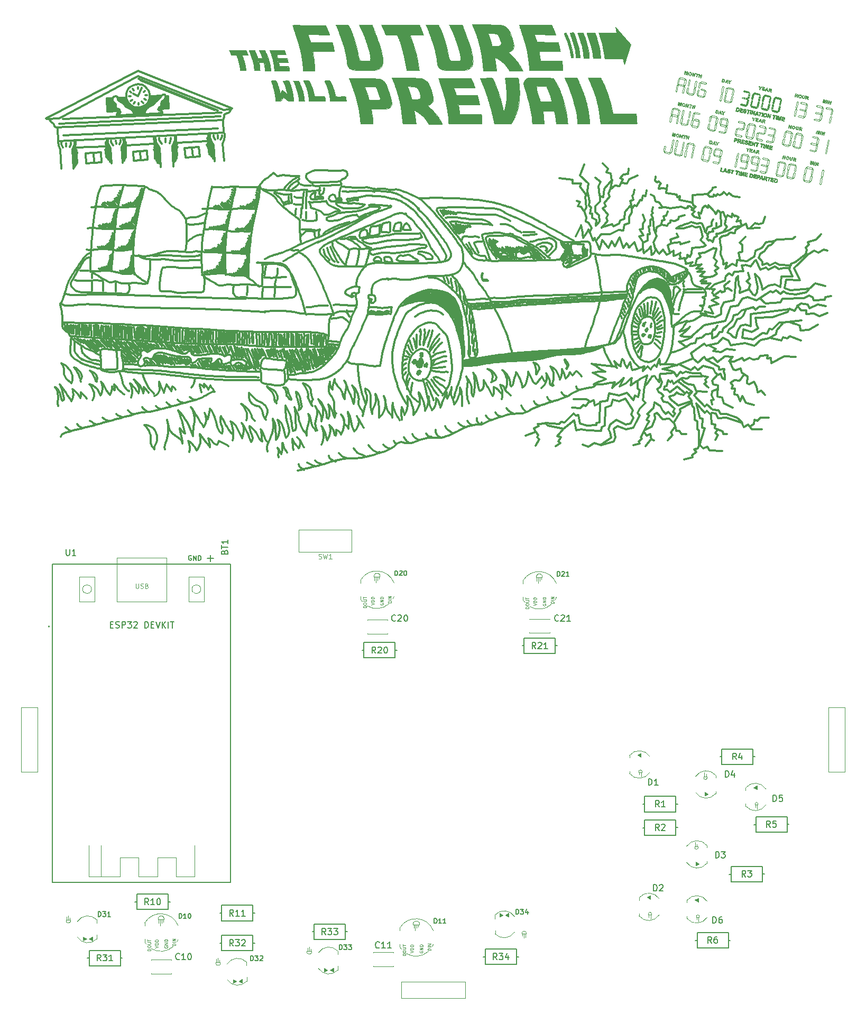
<source format=gto>
G04 #@! TF.GenerationSoftware,KiCad,Pcbnew,(6.0.11)*
G04 #@! TF.CreationDate,2023-06-05T19:46:25-05:00*
G04 #@! TF.ProjectId,future_badge,66757475-7265-45f6-9261-6467652e6b69,1*
G04 #@! TF.SameCoordinates,Original*
G04 #@! TF.FileFunction,Legend,Top*
G04 #@! TF.FilePolarity,Positive*
%FSLAX46Y46*%
G04 Gerber Fmt 4.6, Leading zero omitted, Abs format (unit mm)*
G04 Created by KiCad (PCBNEW (6.0.11)) date 2023-06-05 19:46:25*
%MOMM*%
%LPD*%
G01*
G04 APERTURE LIST*
%ADD10C,0.150000*%
%ADD11C,0.100000*%
%ADD12C,0.120000*%
%ADD13C,0.127000*%
%ADD14C,0.200000*%
%ADD15C,0.180000*%
%ADD16C,0.350000*%
%ADD17C,0.090000*%
%ADD18C,0.050000*%
G04 APERTURE END LIST*
D10*
X47557142Y-171957142D02*
X47509523Y-172004761D01*
X47366666Y-172052380D01*
X47271428Y-172052380D01*
X47128571Y-172004761D01*
X47033333Y-171909523D01*
X46985714Y-171814285D01*
X46938095Y-171623809D01*
X46938095Y-171480952D01*
X46985714Y-171290476D01*
X47033333Y-171195238D01*
X47128571Y-171100000D01*
X47271428Y-171052380D01*
X47366666Y-171052380D01*
X47509523Y-171100000D01*
X47557142Y-171147619D01*
X48509523Y-172052380D02*
X47938095Y-172052380D01*
X48223809Y-172052380D02*
X48223809Y-171052380D01*
X48128571Y-171195238D01*
X48033333Y-171290476D01*
X47938095Y-171338095D01*
X49128571Y-171052380D02*
X49223809Y-171052380D01*
X49319047Y-171100000D01*
X49366666Y-171147619D01*
X49414285Y-171242857D01*
X49461904Y-171433333D01*
X49461904Y-171671428D01*
X49414285Y-171861904D01*
X49366666Y-171957142D01*
X49319047Y-172004761D01*
X49223809Y-172052380D01*
X49128571Y-172052380D01*
X49033333Y-172004761D01*
X48985714Y-171957142D01*
X48938095Y-171861904D01*
X48890476Y-171671428D01*
X48890476Y-171433333D01*
X48938095Y-171242857D01*
X48985714Y-171147619D01*
X49033333Y-171100000D01*
X49128571Y-171052380D01*
X133411904Y-155752380D02*
X133411904Y-154752380D01*
X133650000Y-154752380D01*
X133792857Y-154800000D01*
X133888095Y-154895238D01*
X133935714Y-154990476D01*
X133983333Y-155180952D01*
X133983333Y-155323809D01*
X133935714Y-155514285D01*
X133888095Y-155609523D01*
X133792857Y-155704761D01*
X133650000Y-155752380D01*
X133411904Y-155752380D01*
X134316666Y-154752380D02*
X134935714Y-154752380D01*
X134602380Y-155133333D01*
X134745238Y-155133333D01*
X134840476Y-155180952D01*
X134888095Y-155228571D01*
X134935714Y-155323809D01*
X134935714Y-155561904D01*
X134888095Y-155657142D01*
X134840476Y-155704761D01*
X134745238Y-155752380D01*
X134459523Y-155752380D01*
X134364285Y-155704761D01*
X134316666Y-155657142D01*
X42597142Y-163262380D02*
X42263809Y-162786190D01*
X42025714Y-163262380D02*
X42025714Y-162262380D01*
X42406666Y-162262380D01*
X42501904Y-162310000D01*
X42549523Y-162357619D01*
X42597142Y-162452857D01*
X42597142Y-162595714D01*
X42549523Y-162690952D01*
X42501904Y-162738571D01*
X42406666Y-162786190D01*
X42025714Y-162786190D01*
X43549523Y-163262380D02*
X42978095Y-163262380D01*
X43263809Y-163262380D02*
X43263809Y-162262380D01*
X43168571Y-162405238D01*
X43073333Y-162500476D01*
X42978095Y-162548095D01*
X44168571Y-162262380D02*
X44263809Y-162262380D01*
X44359047Y-162310000D01*
X44406666Y-162357619D01*
X44454285Y-162452857D01*
X44501904Y-162643333D01*
X44501904Y-162881428D01*
X44454285Y-163071904D01*
X44406666Y-163167142D01*
X44359047Y-163214761D01*
X44263809Y-163262380D01*
X44168571Y-163262380D01*
X44073333Y-163214761D01*
X44025714Y-163167142D01*
X43978095Y-163071904D01*
X43930476Y-162881428D01*
X43930476Y-162643333D01*
X43978095Y-162452857D01*
X44025714Y-162357619D01*
X44073333Y-162310000D01*
X44168571Y-162262380D01*
X82157142Y-117757142D02*
X82109523Y-117804761D01*
X81966666Y-117852380D01*
X81871428Y-117852380D01*
X81728571Y-117804761D01*
X81633333Y-117709523D01*
X81585714Y-117614285D01*
X81538095Y-117423809D01*
X81538095Y-117280952D01*
X81585714Y-117090476D01*
X81633333Y-116995238D01*
X81728571Y-116900000D01*
X81871428Y-116852380D01*
X81966666Y-116852380D01*
X82109523Y-116900000D01*
X82157142Y-116947619D01*
X82538095Y-116947619D02*
X82585714Y-116900000D01*
X82680952Y-116852380D01*
X82919047Y-116852380D01*
X83014285Y-116900000D01*
X83061904Y-116947619D01*
X83109523Y-117042857D01*
X83109523Y-117138095D01*
X83061904Y-117280952D01*
X82490476Y-117852380D01*
X83109523Y-117852380D01*
X83728571Y-116852380D02*
X83823809Y-116852380D01*
X83919047Y-116900000D01*
X83966666Y-116947619D01*
X84014285Y-117042857D01*
X84061904Y-117233333D01*
X84061904Y-117471428D01*
X84014285Y-117661904D01*
X83966666Y-117757142D01*
X83919047Y-117804761D01*
X83823809Y-117852380D01*
X83728571Y-117852380D01*
X83633333Y-117804761D01*
X83585714Y-117757142D01*
X83538095Y-117661904D01*
X83490476Y-117471428D01*
X83490476Y-117233333D01*
X83538095Y-117042857D01*
X83585714Y-116947619D01*
X83633333Y-116900000D01*
X83728571Y-116852380D01*
X54758571Y-106785714D02*
X54806190Y-106642857D01*
X54853809Y-106595238D01*
X54949047Y-106547619D01*
X55091904Y-106547619D01*
X55187142Y-106595238D01*
X55234761Y-106642857D01*
X55282380Y-106738095D01*
X55282380Y-107119047D01*
X54282380Y-107119047D01*
X54282380Y-106785714D01*
X54330000Y-106690476D01*
X54377619Y-106642857D01*
X54472857Y-106595238D01*
X54568095Y-106595238D01*
X54663333Y-106642857D01*
X54710952Y-106690476D01*
X54758571Y-106785714D01*
X54758571Y-107119047D01*
X54282380Y-106261904D02*
X54282380Y-105690476D01*
X55282380Y-105976190D02*
X54282380Y-105976190D01*
X55282380Y-104833333D02*
X55282380Y-105404761D01*
X55282380Y-105119047D02*
X54282380Y-105119047D01*
X54425238Y-105214285D01*
X54520476Y-105309523D01*
X54568095Y-105404761D01*
X49428571Y-107375000D02*
X49357142Y-107339285D01*
X49250000Y-107339285D01*
X49142857Y-107375000D01*
X49071428Y-107446428D01*
X49035714Y-107517857D01*
X49000000Y-107660714D01*
X49000000Y-107767857D01*
X49035714Y-107910714D01*
X49071428Y-107982142D01*
X49142857Y-108053571D01*
X49250000Y-108089285D01*
X49321428Y-108089285D01*
X49428571Y-108053571D01*
X49464285Y-108017857D01*
X49464285Y-107767857D01*
X49321428Y-107767857D01*
X49785714Y-108089285D02*
X49785714Y-107339285D01*
X50214285Y-108089285D01*
X50214285Y-107339285D01*
X50571428Y-108089285D02*
X50571428Y-107339285D01*
X50750000Y-107339285D01*
X50857142Y-107375000D01*
X50928571Y-107446428D01*
X50964285Y-107517857D01*
X51000000Y-107660714D01*
X51000000Y-107767857D01*
X50964285Y-107910714D01*
X50928571Y-107982142D01*
X50857142Y-108053571D01*
X50750000Y-108089285D01*
X50571428Y-108089285D01*
X73128571Y-170461904D02*
X73128571Y-169661904D01*
X73319047Y-169661904D01*
X73433333Y-169700000D01*
X73509523Y-169776190D01*
X73547619Y-169852380D01*
X73585714Y-170004761D01*
X73585714Y-170119047D01*
X73547619Y-170271428D01*
X73509523Y-170347619D01*
X73433333Y-170423809D01*
X73319047Y-170461904D01*
X73128571Y-170461904D01*
X73852380Y-169661904D02*
X74347619Y-169661904D01*
X74080952Y-169966666D01*
X74195238Y-169966666D01*
X74271428Y-170004761D01*
X74309523Y-170042857D01*
X74347619Y-170119047D01*
X74347619Y-170309523D01*
X74309523Y-170385714D01*
X74271428Y-170423809D01*
X74195238Y-170461904D01*
X73966666Y-170461904D01*
X73890476Y-170423809D01*
X73852380Y-170385714D01*
X74614285Y-169661904D02*
X75109523Y-169661904D01*
X74842857Y-169966666D01*
X74957142Y-169966666D01*
X75033333Y-170004761D01*
X75071428Y-170042857D01*
X75109523Y-170119047D01*
X75109523Y-170309523D01*
X75071428Y-170385714D01*
X75033333Y-170423809D01*
X74957142Y-170461904D01*
X74728571Y-170461904D01*
X74652380Y-170423809D01*
X74614285Y-170385714D01*
X132768333Y-169392380D02*
X132435000Y-168916190D01*
X132196904Y-169392380D02*
X132196904Y-168392380D01*
X132577857Y-168392380D01*
X132673095Y-168440000D01*
X132720714Y-168487619D01*
X132768333Y-168582857D01*
X132768333Y-168725714D01*
X132720714Y-168820952D01*
X132673095Y-168868571D01*
X132577857Y-168916190D01*
X132196904Y-168916190D01*
X133625476Y-168392380D02*
X133435000Y-168392380D01*
X133339761Y-168440000D01*
X133292142Y-168487619D01*
X133196904Y-168630476D01*
X133149285Y-168820952D01*
X133149285Y-169201904D01*
X133196904Y-169297142D01*
X133244523Y-169344761D01*
X133339761Y-169392380D01*
X133530238Y-169392380D01*
X133625476Y-169344761D01*
X133673095Y-169297142D01*
X133720714Y-169201904D01*
X133720714Y-168963809D01*
X133673095Y-168868571D01*
X133625476Y-168820952D01*
X133530238Y-168773333D01*
X133339761Y-168773333D01*
X133244523Y-168820952D01*
X133196904Y-168868571D01*
X133149285Y-168963809D01*
X123461904Y-161052380D02*
X123461904Y-160052380D01*
X123700000Y-160052380D01*
X123842857Y-160100000D01*
X123938095Y-160195238D01*
X123985714Y-160290476D01*
X124033333Y-160480952D01*
X124033333Y-160623809D01*
X123985714Y-160814285D01*
X123938095Y-160909523D01*
X123842857Y-161004761D01*
X123700000Y-161052380D01*
X123461904Y-161052380D01*
X124414285Y-160147619D02*
X124461904Y-160100000D01*
X124557142Y-160052380D01*
X124795238Y-160052380D01*
X124890476Y-160100000D01*
X124938095Y-160147619D01*
X124985714Y-160242857D01*
X124985714Y-160338095D01*
X124938095Y-160480952D01*
X124366666Y-161052380D01*
X124985714Y-161052380D01*
X124368333Y-147592380D02*
X124035000Y-147116190D01*
X123796904Y-147592380D02*
X123796904Y-146592380D01*
X124177857Y-146592380D01*
X124273095Y-146640000D01*
X124320714Y-146687619D01*
X124368333Y-146782857D01*
X124368333Y-146925714D01*
X124320714Y-147020952D01*
X124273095Y-147068571D01*
X124177857Y-147116190D01*
X123796904Y-147116190D01*
X125320714Y-147592380D02*
X124749285Y-147592380D01*
X125035000Y-147592380D02*
X125035000Y-146592380D01*
X124939761Y-146735238D01*
X124844523Y-146830476D01*
X124749285Y-146878095D01*
X98397142Y-172062380D02*
X98063809Y-171586190D01*
X97825714Y-172062380D02*
X97825714Y-171062380D01*
X98206666Y-171062380D01*
X98301904Y-171110000D01*
X98349523Y-171157619D01*
X98397142Y-171252857D01*
X98397142Y-171395714D01*
X98349523Y-171490952D01*
X98301904Y-171538571D01*
X98206666Y-171586190D01*
X97825714Y-171586190D01*
X98730476Y-171062380D02*
X99349523Y-171062380D01*
X99016190Y-171443333D01*
X99159047Y-171443333D01*
X99254285Y-171490952D01*
X99301904Y-171538571D01*
X99349523Y-171633809D01*
X99349523Y-171871904D01*
X99301904Y-171967142D01*
X99254285Y-172014761D01*
X99159047Y-172062380D01*
X98873333Y-172062380D01*
X98778095Y-172014761D01*
X98730476Y-171967142D01*
X100206666Y-171395714D02*
X100206666Y-172062380D01*
X99968571Y-171014761D02*
X99730476Y-171729047D01*
X100349523Y-171729047D01*
X124368333Y-151342380D02*
X124035000Y-150866190D01*
X123796904Y-151342380D02*
X123796904Y-150342380D01*
X124177857Y-150342380D01*
X124273095Y-150390000D01*
X124320714Y-150437619D01*
X124368333Y-150532857D01*
X124368333Y-150675714D01*
X124320714Y-150770952D01*
X124273095Y-150818571D01*
X124177857Y-150866190D01*
X123796904Y-150866190D01*
X124749285Y-150437619D02*
X124796904Y-150390000D01*
X124892142Y-150342380D01*
X125130238Y-150342380D01*
X125225476Y-150390000D01*
X125273095Y-150437619D01*
X125320714Y-150532857D01*
X125320714Y-150628095D01*
X125273095Y-150770952D01*
X124701666Y-151342380D01*
X125320714Y-151342380D01*
X34942142Y-172242380D02*
X34608809Y-171766190D01*
X34370714Y-172242380D02*
X34370714Y-171242380D01*
X34751666Y-171242380D01*
X34846904Y-171290000D01*
X34894523Y-171337619D01*
X34942142Y-171432857D01*
X34942142Y-171575714D01*
X34894523Y-171670952D01*
X34846904Y-171718571D01*
X34751666Y-171766190D01*
X34370714Y-171766190D01*
X35275476Y-171242380D02*
X35894523Y-171242380D01*
X35561190Y-171623333D01*
X35704047Y-171623333D01*
X35799285Y-171670952D01*
X35846904Y-171718571D01*
X35894523Y-171813809D01*
X35894523Y-172051904D01*
X35846904Y-172147142D01*
X35799285Y-172194761D01*
X35704047Y-172242380D01*
X35418333Y-172242380D01*
X35323095Y-172194761D01*
X35275476Y-172147142D01*
X36846904Y-172242380D02*
X36275476Y-172242380D01*
X36561190Y-172242380D02*
X36561190Y-171242380D01*
X36465952Y-171385238D01*
X36370714Y-171480476D01*
X36275476Y-171528095D01*
X136718333Y-139992380D02*
X136385000Y-139516190D01*
X136146904Y-139992380D02*
X136146904Y-138992380D01*
X136527857Y-138992380D01*
X136623095Y-139040000D01*
X136670714Y-139087619D01*
X136718333Y-139182857D01*
X136718333Y-139325714D01*
X136670714Y-139420952D01*
X136623095Y-139468571D01*
X136527857Y-139516190D01*
X136146904Y-139516190D01*
X137575476Y-139325714D02*
X137575476Y-139992380D01*
X137337380Y-138944761D02*
X137099285Y-139659047D01*
X137718333Y-139659047D01*
X56172142Y-169862380D02*
X55838809Y-169386190D01*
X55600714Y-169862380D02*
X55600714Y-168862380D01*
X55981666Y-168862380D01*
X56076904Y-168910000D01*
X56124523Y-168957619D01*
X56172142Y-169052857D01*
X56172142Y-169195714D01*
X56124523Y-169290952D01*
X56076904Y-169338571D01*
X55981666Y-169386190D01*
X55600714Y-169386190D01*
X56505476Y-168862380D02*
X57124523Y-168862380D01*
X56791190Y-169243333D01*
X56934047Y-169243333D01*
X57029285Y-169290952D01*
X57076904Y-169338571D01*
X57124523Y-169433809D01*
X57124523Y-169671904D01*
X57076904Y-169767142D01*
X57029285Y-169814761D01*
X56934047Y-169862380D01*
X56648333Y-169862380D01*
X56553095Y-169814761D01*
X56505476Y-169767142D01*
X57505476Y-168957619D02*
X57553095Y-168910000D01*
X57648333Y-168862380D01*
X57886428Y-168862380D01*
X57981666Y-168910000D01*
X58029285Y-168957619D01*
X58076904Y-169052857D01*
X58076904Y-169148095D01*
X58029285Y-169290952D01*
X57457857Y-169862380D01*
X58076904Y-169862380D01*
X70972142Y-168062380D02*
X70638809Y-167586190D01*
X70400714Y-168062380D02*
X70400714Y-167062380D01*
X70781666Y-167062380D01*
X70876904Y-167110000D01*
X70924523Y-167157619D01*
X70972142Y-167252857D01*
X70972142Y-167395714D01*
X70924523Y-167490952D01*
X70876904Y-167538571D01*
X70781666Y-167586190D01*
X70400714Y-167586190D01*
X71305476Y-167062380D02*
X71924523Y-167062380D01*
X71591190Y-167443333D01*
X71734047Y-167443333D01*
X71829285Y-167490952D01*
X71876904Y-167538571D01*
X71924523Y-167633809D01*
X71924523Y-167871904D01*
X71876904Y-167967142D01*
X71829285Y-168014761D01*
X71734047Y-168062380D01*
X71448333Y-168062380D01*
X71353095Y-168014761D01*
X71305476Y-167967142D01*
X72257857Y-167062380D02*
X72876904Y-167062380D01*
X72543571Y-167443333D01*
X72686428Y-167443333D01*
X72781666Y-167490952D01*
X72829285Y-167538571D01*
X72876904Y-167633809D01*
X72876904Y-167871904D01*
X72829285Y-167967142D01*
X72781666Y-168014761D01*
X72686428Y-168062380D01*
X72400714Y-168062380D01*
X72305476Y-168014761D01*
X72257857Y-167967142D01*
X88359285Y-166219285D02*
X88359285Y-165469285D01*
X88537857Y-165469285D01*
X88645000Y-165505000D01*
X88716428Y-165576428D01*
X88752142Y-165647857D01*
X88787857Y-165790714D01*
X88787857Y-165897857D01*
X88752142Y-166040714D01*
X88716428Y-166112142D01*
X88645000Y-166183571D01*
X88537857Y-166219285D01*
X88359285Y-166219285D01*
X89502142Y-166219285D02*
X89073571Y-166219285D01*
X89287857Y-166219285D02*
X89287857Y-165469285D01*
X89216428Y-165576428D01*
X89145000Y-165647857D01*
X89073571Y-165683571D01*
X90216428Y-166219285D02*
X89787857Y-166219285D01*
X90002142Y-166219285D02*
X90002142Y-165469285D01*
X89930714Y-165576428D01*
X89859285Y-165647857D01*
X89787857Y-165683571D01*
D11*
X83786190Y-171385238D02*
X83286190Y-171385238D01*
X83286190Y-171266190D01*
X83310000Y-171194761D01*
X83357619Y-171147142D01*
X83405238Y-171123333D01*
X83500476Y-171099523D01*
X83571904Y-171099523D01*
X83667142Y-171123333D01*
X83714761Y-171147142D01*
X83762380Y-171194761D01*
X83786190Y-171266190D01*
X83786190Y-171385238D01*
X83286190Y-170790000D02*
X83286190Y-170694761D01*
X83310000Y-170647142D01*
X83357619Y-170599523D01*
X83452857Y-170575714D01*
X83619523Y-170575714D01*
X83714761Y-170599523D01*
X83762380Y-170647142D01*
X83786190Y-170694761D01*
X83786190Y-170790000D01*
X83762380Y-170837619D01*
X83714761Y-170885238D01*
X83619523Y-170909047D01*
X83452857Y-170909047D01*
X83357619Y-170885238D01*
X83310000Y-170837619D01*
X83286190Y-170790000D01*
X83286190Y-170361428D02*
X83690952Y-170361428D01*
X83738571Y-170337619D01*
X83762380Y-170313809D01*
X83786190Y-170266190D01*
X83786190Y-170170952D01*
X83762380Y-170123333D01*
X83738571Y-170099523D01*
X83690952Y-170075714D01*
X83286190Y-170075714D01*
X83286190Y-169909047D02*
X83286190Y-169623333D01*
X83786190Y-169766190D02*
X83286190Y-169766190D01*
X87786190Y-170551904D02*
X87286190Y-170551904D01*
X87286190Y-170432857D01*
X87310000Y-170361428D01*
X87357619Y-170313809D01*
X87405238Y-170290000D01*
X87500476Y-170266190D01*
X87571904Y-170266190D01*
X87667142Y-170290000D01*
X87714761Y-170313809D01*
X87762380Y-170361428D01*
X87786190Y-170432857D01*
X87786190Y-170551904D01*
X87786190Y-170051904D02*
X87286190Y-170051904D01*
X87786190Y-169813809D02*
X87286190Y-169813809D01*
X87786190Y-169528095D01*
X87286190Y-169528095D01*
X86035000Y-170670952D02*
X86011190Y-170718571D01*
X86011190Y-170790000D01*
X86035000Y-170861428D01*
X86082619Y-170909047D01*
X86130238Y-170932857D01*
X86225476Y-170956666D01*
X86296904Y-170956666D01*
X86392142Y-170932857D01*
X86439761Y-170909047D01*
X86487380Y-170861428D01*
X86511190Y-170790000D01*
X86511190Y-170742380D01*
X86487380Y-170670952D01*
X86463571Y-170647142D01*
X86296904Y-170647142D01*
X86296904Y-170742380D01*
X86511190Y-170432857D02*
X86011190Y-170432857D01*
X86511190Y-170147142D01*
X86011190Y-170147142D01*
X86511190Y-169909047D02*
X86011190Y-169909047D01*
X86011190Y-169790000D01*
X86035000Y-169718571D01*
X86082619Y-169670952D01*
X86130238Y-169647142D01*
X86225476Y-169623333D01*
X86296904Y-169623333D01*
X86392142Y-169647142D01*
X86439761Y-169670952D01*
X86487380Y-169718571D01*
X86511190Y-169790000D01*
X86511190Y-169909047D01*
X84511190Y-170931666D02*
X85011190Y-170765000D01*
X84511190Y-170598333D01*
X85011190Y-170431666D02*
X84511190Y-170431666D01*
X84511190Y-170312619D01*
X84535000Y-170241190D01*
X84582619Y-170193571D01*
X84630238Y-170169761D01*
X84725476Y-170145952D01*
X84796904Y-170145952D01*
X84892142Y-170169761D01*
X84939761Y-170193571D01*
X84987380Y-170241190D01*
X85011190Y-170312619D01*
X85011190Y-170431666D01*
X85011190Y-169931666D02*
X84511190Y-169931666D01*
X84511190Y-169812619D01*
X84535000Y-169741190D01*
X84582619Y-169693571D01*
X84630238Y-169669761D01*
X84725476Y-169645952D01*
X84796904Y-169645952D01*
X84892142Y-169669761D01*
X84939761Y-169693571D01*
X84987380Y-169741190D01*
X85011190Y-169812619D01*
X85011190Y-169931666D01*
D10*
X78947142Y-122962380D02*
X78613809Y-122486190D01*
X78375714Y-122962380D02*
X78375714Y-121962380D01*
X78756666Y-121962380D01*
X78851904Y-122010000D01*
X78899523Y-122057619D01*
X78947142Y-122152857D01*
X78947142Y-122295714D01*
X78899523Y-122390952D01*
X78851904Y-122438571D01*
X78756666Y-122486190D01*
X78375714Y-122486190D01*
X79328095Y-122057619D02*
X79375714Y-122010000D01*
X79470952Y-121962380D01*
X79709047Y-121962380D01*
X79804285Y-122010000D01*
X79851904Y-122057619D01*
X79899523Y-122152857D01*
X79899523Y-122248095D01*
X79851904Y-122390952D01*
X79280476Y-122962380D01*
X79899523Y-122962380D01*
X80518571Y-121962380D02*
X80613809Y-121962380D01*
X80709047Y-122010000D01*
X80756666Y-122057619D01*
X80804285Y-122152857D01*
X80851904Y-122343333D01*
X80851904Y-122581428D01*
X80804285Y-122771904D01*
X80756666Y-122867142D01*
X80709047Y-122914761D01*
X80613809Y-122962380D01*
X80518571Y-122962380D01*
X80423333Y-122914761D01*
X80375714Y-122867142D01*
X80328095Y-122771904D01*
X80280476Y-122581428D01*
X80280476Y-122343333D01*
X80328095Y-122152857D01*
X80375714Y-122057619D01*
X80423333Y-122010000D01*
X80518571Y-121962380D01*
X56172142Y-165062380D02*
X55838809Y-164586190D01*
X55600714Y-165062380D02*
X55600714Y-164062380D01*
X55981666Y-164062380D01*
X56076904Y-164110000D01*
X56124523Y-164157619D01*
X56172142Y-164252857D01*
X56172142Y-164395714D01*
X56124523Y-164490952D01*
X56076904Y-164538571D01*
X55981666Y-164586190D01*
X55600714Y-164586190D01*
X57124523Y-165062380D02*
X56553095Y-165062380D01*
X56838809Y-165062380D02*
X56838809Y-164062380D01*
X56743571Y-164205238D01*
X56648333Y-164300476D01*
X56553095Y-164348095D01*
X58076904Y-165062380D02*
X57505476Y-165062380D01*
X57791190Y-165062380D02*
X57791190Y-164062380D01*
X57695952Y-164205238D01*
X57600714Y-164300476D01*
X57505476Y-164348095D01*
X47494285Y-165429285D02*
X47494285Y-164679285D01*
X47672857Y-164679285D01*
X47780000Y-164715000D01*
X47851428Y-164786428D01*
X47887142Y-164857857D01*
X47922857Y-165000714D01*
X47922857Y-165107857D01*
X47887142Y-165250714D01*
X47851428Y-165322142D01*
X47780000Y-165393571D01*
X47672857Y-165429285D01*
X47494285Y-165429285D01*
X48637142Y-165429285D02*
X48208571Y-165429285D01*
X48422857Y-165429285D02*
X48422857Y-164679285D01*
X48351428Y-164786428D01*
X48280000Y-164857857D01*
X48208571Y-164893571D01*
X49101428Y-164679285D02*
X49172857Y-164679285D01*
X49244285Y-164715000D01*
X49280000Y-164750714D01*
X49315714Y-164822142D01*
X49351428Y-164965000D01*
X49351428Y-165143571D01*
X49315714Y-165286428D01*
X49280000Y-165357857D01*
X49244285Y-165393571D01*
X49172857Y-165429285D01*
X49101428Y-165429285D01*
X49030000Y-165393571D01*
X48994285Y-165357857D01*
X48958571Y-165286428D01*
X48922857Y-165143571D01*
X48922857Y-164965000D01*
X48958571Y-164822142D01*
X48994285Y-164750714D01*
X49030000Y-164715000D01*
X49101428Y-164679285D01*
D11*
X46921190Y-169761904D02*
X46421190Y-169761904D01*
X46421190Y-169642857D01*
X46445000Y-169571428D01*
X46492619Y-169523809D01*
X46540238Y-169500000D01*
X46635476Y-169476190D01*
X46706904Y-169476190D01*
X46802142Y-169500000D01*
X46849761Y-169523809D01*
X46897380Y-169571428D01*
X46921190Y-169642857D01*
X46921190Y-169761904D01*
X46921190Y-169261904D02*
X46421190Y-169261904D01*
X46921190Y-169023809D02*
X46421190Y-169023809D01*
X46921190Y-168738095D01*
X46421190Y-168738095D01*
X45170000Y-169880952D02*
X45146190Y-169928571D01*
X45146190Y-170000000D01*
X45170000Y-170071428D01*
X45217619Y-170119047D01*
X45265238Y-170142857D01*
X45360476Y-170166666D01*
X45431904Y-170166666D01*
X45527142Y-170142857D01*
X45574761Y-170119047D01*
X45622380Y-170071428D01*
X45646190Y-170000000D01*
X45646190Y-169952380D01*
X45622380Y-169880952D01*
X45598571Y-169857142D01*
X45431904Y-169857142D01*
X45431904Y-169952380D01*
X45646190Y-169642857D02*
X45146190Y-169642857D01*
X45646190Y-169357142D01*
X45146190Y-169357142D01*
X45646190Y-169119047D02*
X45146190Y-169119047D01*
X45146190Y-169000000D01*
X45170000Y-168928571D01*
X45217619Y-168880952D01*
X45265238Y-168857142D01*
X45360476Y-168833333D01*
X45431904Y-168833333D01*
X45527142Y-168857142D01*
X45574761Y-168880952D01*
X45622380Y-168928571D01*
X45646190Y-169000000D01*
X45646190Y-169119047D01*
X43646190Y-170141666D02*
X44146190Y-169975000D01*
X43646190Y-169808333D01*
X44146190Y-169641666D02*
X43646190Y-169641666D01*
X43646190Y-169522619D01*
X43670000Y-169451190D01*
X43717619Y-169403571D01*
X43765238Y-169379761D01*
X43860476Y-169355952D01*
X43931904Y-169355952D01*
X44027142Y-169379761D01*
X44074761Y-169403571D01*
X44122380Y-169451190D01*
X44146190Y-169522619D01*
X44146190Y-169641666D01*
X44146190Y-169141666D02*
X43646190Y-169141666D01*
X43646190Y-169022619D01*
X43670000Y-168951190D01*
X43717619Y-168903571D01*
X43765238Y-168879761D01*
X43860476Y-168855952D01*
X43931904Y-168855952D01*
X44027142Y-168879761D01*
X44074761Y-168903571D01*
X44122380Y-168951190D01*
X44146190Y-169022619D01*
X44146190Y-169141666D01*
X42921190Y-170595238D02*
X42421190Y-170595238D01*
X42421190Y-170476190D01*
X42445000Y-170404761D01*
X42492619Y-170357142D01*
X42540238Y-170333333D01*
X42635476Y-170309523D01*
X42706904Y-170309523D01*
X42802142Y-170333333D01*
X42849761Y-170357142D01*
X42897380Y-170404761D01*
X42921190Y-170476190D01*
X42921190Y-170595238D01*
X42421190Y-170000000D02*
X42421190Y-169904761D01*
X42445000Y-169857142D01*
X42492619Y-169809523D01*
X42587857Y-169785714D01*
X42754523Y-169785714D01*
X42849761Y-169809523D01*
X42897380Y-169857142D01*
X42921190Y-169904761D01*
X42921190Y-170000000D01*
X42897380Y-170047619D01*
X42849761Y-170095238D01*
X42754523Y-170119047D01*
X42587857Y-170119047D01*
X42492619Y-170095238D01*
X42445000Y-170047619D01*
X42421190Y-170000000D01*
X42421190Y-169571428D02*
X42825952Y-169571428D01*
X42873571Y-169547619D01*
X42897380Y-169523809D01*
X42921190Y-169476190D01*
X42921190Y-169380952D01*
X42897380Y-169333333D01*
X42873571Y-169309523D01*
X42825952Y-169285714D01*
X42421190Y-169285714D01*
X42421190Y-169119047D02*
X42421190Y-168833333D01*
X42921190Y-168976190D02*
X42421190Y-168976190D01*
D10*
X34528571Y-165161904D02*
X34528571Y-164361904D01*
X34719047Y-164361904D01*
X34833333Y-164400000D01*
X34909523Y-164476190D01*
X34947619Y-164552380D01*
X34985714Y-164704761D01*
X34985714Y-164819047D01*
X34947619Y-164971428D01*
X34909523Y-165047619D01*
X34833333Y-165123809D01*
X34719047Y-165161904D01*
X34528571Y-165161904D01*
X35252380Y-164361904D02*
X35747619Y-164361904D01*
X35480952Y-164666666D01*
X35595238Y-164666666D01*
X35671428Y-164704761D01*
X35709523Y-164742857D01*
X35747619Y-164819047D01*
X35747619Y-165009523D01*
X35709523Y-165085714D01*
X35671428Y-165123809D01*
X35595238Y-165161904D01*
X35366666Y-165161904D01*
X35290476Y-165123809D01*
X35252380Y-165085714D01*
X36509523Y-165161904D02*
X36052380Y-165161904D01*
X36280952Y-165161904D02*
X36280952Y-164361904D01*
X36204761Y-164476190D01*
X36128571Y-164552380D01*
X36052380Y-164590476D01*
X29385595Y-106319880D02*
X29385595Y-107129404D01*
X29433214Y-107224642D01*
X29480833Y-107272261D01*
X29576071Y-107319880D01*
X29766547Y-107319880D01*
X29861785Y-107272261D01*
X29909404Y-107224642D01*
X29957023Y-107129404D01*
X29957023Y-106319880D01*
X30957023Y-107319880D02*
X30385595Y-107319880D01*
X30671309Y-107319880D02*
X30671309Y-106319880D01*
X30576071Y-106462738D01*
X30480833Y-106557976D01*
X30385595Y-106605595D01*
D11*
X40556071Y-111816785D02*
X40556071Y-112423928D01*
X40591785Y-112495357D01*
X40627500Y-112531071D01*
X40698928Y-112566785D01*
X40841785Y-112566785D01*
X40913214Y-112531071D01*
X40948928Y-112495357D01*
X40984642Y-112423928D01*
X40984642Y-111816785D01*
X41306071Y-112531071D02*
X41413214Y-112566785D01*
X41591785Y-112566785D01*
X41663214Y-112531071D01*
X41698928Y-112495357D01*
X41734642Y-112423928D01*
X41734642Y-112352500D01*
X41698928Y-112281071D01*
X41663214Y-112245357D01*
X41591785Y-112209642D01*
X41448928Y-112173928D01*
X41377500Y-112138214D01*
X41341785Y-112102500D01*
X41306071Y-112031071D01*
X41306071Y-111959642D01*
X41341785Y-111888214D01*
X41377500Y-111852500D01*
X41448928Y-111816785D01*
X41627500Y-111816785D01*
X41734642Y-111852500D01*
X42306071Y-112173928D02*
X42413214Y-112209642D01*
X42448928Y-112245357D01*
X42484642Y-112316785D01*
X42484642Y-112423928D01*
X42448928Y-112495357D01*
X42413214Y-112531071D01*
X42341785Y-112566785D01*
X42056071Y-112566785D01*
X42056071Y-111816785D01*
X42306071Y-111816785D01*
X42377500Y-111852500D01*
X42413214Y-111888214D01*
X42448928Y-111959642D01*
X42448928Y-112031071D01*
X42413214Y-112102500D01*
X42377500Y-112138214D01*
X42306071Y-112173928D01*
X42056071Y-112173928D01*
D10*
X36478690Y-118406071D02*
X36812023Y-118406071D01*
X36954880Y-118929880D02*
X36478690Y-118929880D01*
X36478690Y-117929880D01*
X36954880Y-117929880D01*
X37335833Y-118882261D02*
X37478690Y-118929880D01*
X37716785Y-118929880D01*
X37812023Y-118882261D01*
X37859642Y-118834642D01*
X37907261Y-118739404D01*
X37907261Y-118644166D01*
X37859642Y-118548928D01*
X37812023Y-118501309D01*
X37716785Y-118453690D01*
X37526309Y-118406071D01*
X37431071Y-118358452D01*
X37383452Y-118310833D01*
X37335833Y-118215595D01*
X37335833Y-118120357D01*
X37383452Y-118025119D01*
X37431071Y-117977500D01*
X37526309Y-117929880D01*
X37764404Y-117929880D01*
X37907261Y-117977500D01*
X38335833Y-118929880D02*
X38335833Y-117929880D01*
X38716785Y-117929880D01*
X38812023Y-117977500D01*
X38859642Y-118025119D01*
X38907261Y-118120357D01*
X38907261Y-118263214D01*
X38859642Y-118358452D01*
X38812023Y-118406071D01*
X38716785Y-118453690D01*
X38335833Y-118453690D01*
X39240595Y-117929880D02*
X39859642Y-117929880D01*
X39526309Y-118310833D01*
X39669166Y-118310833D01*
X39764404Y-118358452D01*
X39812023Y-118406071D01*
X39859642Y-118501309D01*
X39859642Y-118739404D01*
X39812023Y-118834642D01*
X39764404Y-118882261D01*
X39669166Y-118929880D01*
X39383452Y-118929880D01*
X39288214Y-118882261D01*
X39240595Y-118834642D01*
X40240595Y-118025119D02*
X40288214Y-117977500D01*
X40383452Y-117929880D01*
X40621547Y-117929880D01*
X40716785Y-117977500D01*
X40764404Y-118025119D01*
X40812023Y-118120357D01*
X40812023Y-118215595D01*
X40764404Y-118358452D01*
X40192976Y-118929880D01*
X40812023Y-118929880D01*
X42002500Y-118929880D02*
X42002500Y-117929880D01*
X42240595Y-117929880D01*
X42383452Y-117977500D01*
X42478690Y-118072738D01*
X42526309Y-118167976D01*
X42573928Y-118358452D01*
X42573928Y-118501309D01*
X42526309Y-118691785D01*
X42478690Y-118787023D01*
X42383452Y-118882261D01*
X42240595Y-118929880D01*
X42002500Y-118929880D01*
X43002500Y-118406071D02*
X43335833Y-118406071D01*
X43478690Y-118929880D02*
X43002500Y-118929880D01*
X43002500Y-117929880D01*
X43478690Y-117929880D01*
X43764404Y-117929880D02*
X44097738Y-118929880D01*
X44431071Y-117929880D01*
X44764404Y-118929880D02*
X44764404Y-117929880D01*
X45335833Y-118929880D02*
X44907261Y-118358452D01*
X45335833Y-117929880D02*
X44764404Y-118501309D01*
X45764404Y-118929880D02*
X45764404Y-117929880D01*
X46097738Y-117929880D02*
X46669166Y-117929880D01*
X46383452Y-118929880D02*
X46383452Y-117929880D01*
X79557142Y-170107142D02*
X79509523Y-170154761D01*
X79366666Y-170202380D01*
X79271428Y-170202380D01*
X79128571Y-170154761D01*
X79033333Y-170059523D01*
X78985714Y-169964285D01*
X78938095Y-169773809D01*
X78938095Y-169630952D01*
X78985714Y-169440476D01*
X79033333Y-169345238D01*
X79128571Y-169250000D01*
X79271428Y-169202380D01*
X79366666Y-169202380D01*
X79509523Y-169250000D01*
X79557142Y-169297619D01*
X80509523Y-170202380D02*
X79938095Y-170202380D01*
X80223809Y-170202380D02*
X80223809Y-169202380D01*
X80128571Y-169345238D01*
X80033333Y-169440476D01*
X79938095Y-169488095D01*
X81461904Y-170202380D02*
X80890476Y-170202380D01*
X81176190Y-170202380D02*
X81176190Y-169202380D01*
X81080952Y-169345238D01*
X80985714Y-169440476D01*
X80890476Y-169488095D01*
X104597142Y-122262380D02*
X104263809Y-121786190D01*
X104025714Y-122262380D02*
X104025714Y-121262380D01*
X104406666Y-121262380D01*
X104501904Y-121310000D01*
X104549523Y-121357619D01*
X104597142Y-121452857D01*
X104597142Y-121595714D01*
X104549523Y-121690952D01*
X104501904Y-121738571D01*
X104406666Y-121786190D01*
X104025714Y-121786190D01*
X104978095Y-121357619D02*
X105025714Y-121310000D01*
X105120952Y-121262380D01*
X105359047Y-121262380D01*
X105454285Y-121310000D01*
X105501904Y-121357619D01*
X105549523Y-121452857D01*
X105549523Y-121548095D01*
X105501904Y-121690952D01*
X104930476Y-122262380D01*
X105549523Y-122262380D01*
X106501904Y-122262380D02*
X105930476Y-122262380D01*
X106216190Y-122262380D02*
X106216190Y-121262380D01*
X106120952Y-121405238D01*
X106025714Y-121500476D01*
X105930476Y-121548095D01*
X142611904Y-146702380D02*
X142611904Y-145702380D01*
X142850000Y-145702380D01*
X142992857Y-145750000D01*
X143088095Y-145845238D01*
X143135714Y-145940476D01*
X143183333Y-146130952D01*
X143183333Y-146273809D01*
X143135714Y-146464285D01*
X143088095Y-146559523D01*
X142992857Y-146654761D01*
X142850000Y-146702380D01*
X142611904Y-146702380D01*
X144088095Y-145702380D02*
X143611904Y-145702380D01*
X143564285Y-146178571D01*
X143611904Y-146130952D01*
X143707142Y-146083333D01*
X143945238Y-146083333D01*
X144040476Y-146130952D01*
X144088095Y-146178571D01*
X144135714Y-146273809D01*
X144135714Y-146511904D01*
X144088095Y-146607142D01*
X144040476Y-146654761D01*
X143945238Y-146702380D01*
X143707142Y-146702380D01*
X143611904Y-146654761D01*
X143564285Y-146607142D01*
X58928571Y-172211904D02*
X58928571Y-171411904D01*
X59119047Y-171411904D01*
X59233333Y-171450000D01*
X59309523Y-171526190D01*
X59347619Y-171602380D01*
X59385714Y-171754761D01*
X59385714Y-171869047D01*
X59347619Y-172021428D01*
X59309523Y-172097619D01*
X59233333Y-172173809D01*
X59119047Y-172211904D01*
X58928571Y-172211904D01*
X59652380Y-171411904D02*
X60147619Y-171411904D01*
X59880952Y-171716666D01*
X59995238Y-171716666D01*
X60071428Y-171754761D01*
X60109523Y-171792857D01*
X60147619Y-171869047D01*
X60147619Y-172059523D01*
X60109523Y-172135714D01*
X60071428Y-172173809D01*
X59995238Y-172211904D01*
X59766666Y-172211904D01*
X59690476Y-172173809D01*
X59652380Y-172135714D01*
X60452380Y-171488095D02*
X60490476Y-171450000D01*
X60566666Y-171411904D01*
X60757142Y-171411904D01*
X60833333Y-171450000D01*
X60871428Y-171488095D01*
X60909523Y-171564285D01*
X60909523Y-171640476D01*
X60871428Y-171754761D01*
X60414285Y-172211904D01*
X60909523Y-172211904D01*
X132961904Y-166202380D02*
X132961904Y-165202380D01*
X133200000Y-165202380D01*
X133342857Y-165250000D01*
X133438095Y-165345238D01*
X133485714Y-165440476D01*
X133533333Y-165630952D01*
X133533333Y-165773809D01*
X133485714Y-165964285D01*
X133438095Y-166059523D01*
X133342857Y-166154761D01*
X133200000Y-166202380D01*
X132961904Y-166202380D01*
X134390476Y-165202380D02*
X134200000Y-165202380D01*
X134104761Y-165250000D01*
X134057142Y-165297619D01*
X133961904Y-165440476D01*
X133914285Y-165630952D01*
X133914285Y-166011904D01*
X133961904Y-166107142D01*
X134009523Y-166154761D01*
X134104761Y-166202380D01*
X134295238Y-166202380D01*
X134390476Y-166154761D01*
X134438095Y-166107142D01*
X134485714Y-166011904D01*
X134485714Y-165773809D01*
X134438095Y-165678571D01*
X134390476Y-165630952D01*
X134295238Y-165583333D01*
X134104761Y-165583333D01*
X134009523Y-165630952D01*
X133961904Y-165678571D01*
X133914285Y-165773809D01*
X122661904Y-144102380D02*
X122661904Y-143102380D01*
X122900000Y-143102380D01*
X123042857Y-143150000D01*
X123138095Y-143245238D01*
X123185714Y-143340476D01*
X123233333Y-143530952D01*
X123233333Y-143673809D01*
X123185714Y-143864285D01*
X123138095Y-143959523D01*
X123042857Y-144054761D01*
X122900000Y-144102380D01*
X122661904Y-144102380D01*
X124185714Y-144102380D02*
X123614285Y-144102380D01*
X123900000Y-144102380D02*
X123900000Y-143102380D01*
X123804761Y-143245238D01*
X123709523Y-143340476D01*
X123614285Y-143388095D01*
X138218333Y-158792380D02*
X137885000Y-158316190D01*
X137646904Y-158792380D02*
X137646904Y-157792380D01*
X138027857Y-157792380D01*
X138123095Y-157840000D01*
X138170714Y-157887619D01*
X138218333Y-157982857D01*
X138218333Y-158125714D01*
X138170714Y-158220952D01*
X138123095Y-158268571D01*
X138027857Y-158316190D01*
X137646904Y-158316190D01*
X138551666Y-157792380D02*
X139170714Y-157792380D01*
X138837380Y-158173333D01*
X138980238Y-158173333D01*
X139075476Y-158220952D01*
X139123095Y-158268571D01*
X139170714Y-158363809D01*
X139170714Y-158601904D01*
X139123095Y-158697142D01*
X139075476Y-158744761D01*
X138980238Y-158792380D01*
X138694523Y-158792380D01*
X138599285Y-158744761D01*
X138551666Y-158697142D01*
X101428571Y-164761904D02*
X101428571Y-163961904D01*
X101619047Y-163961904D01*
X101733333Y-164000000D01*
X101809523Y-164076190D01*
X101847619Y-164152380D01*
X101885714Y-164304761D01*
X101885714Y-164419047D01*
X101847619Y-164571428D01*
X101809523Y-164647619D01*
X101733333Y-164723809D01*
X101619047Y-164761904D01*
X101428571Y-164761904D01*
X102152380Y-163961904D02*
X102647619Y-163961904D01*
X102380952Y-164266666D01*
X102495238Y-164266666D01*
X102571428Y-164304761D01*
X102609523Y-164342857D01*
X102647619Y-164419047D01*
X102647619Y-164609523D01*
X102609523Y-164685714D01*
X102571428Y-164723809D01*
X102495238Y-164761904D01*
X102266666Y-164761904D01*
X102190476Y-164723809D01*
X102152380Y-164685714D01*
X103333333Y-164228571D02*
X103333333Y-164761904D01*
X103142857Y-163923809D02*
X102952380Y-164495238D01*
X103447619Y-164495238D01*
D12*
X69833333Y-107823809D02*
X69947619Y-107861904D01*
X70138095Y-107861904D01*
X70214285Y-107823809D01*
X70252380Y-107785714D01*
X70290476Y-107709523D01*
X70290476Y-107633333D01*
X70252380Y-107557142D01*
X70214285Y-107519047D01*
X70138095Y-107480952D01*
X69985714Y-107442857D01*
X69909523Y-107404761D01*
X69871428Y-107366666D01*
X69833333Y-107290476D01*
X69833333Y-107214285D01*
X69871428Y-107138095D01*
X69909523Y-107100000D01*
X69985714Y-107061904D01*
X70176190Y-107061904D01*
X70290476Y-107100000D01*
X70557142Y-107061904D02*
X70747619Y-107861904D01*
X70900000Y-107290476D01*
X71052380Y-107861904D01*
X71242857Y-107061904D01*
X71966666Y-107861904D02*
X71509523Y-107861904D01*
X71738095Y-107861904D02*
X71738095Y-107061904D01*
X71661904Y-107176190D01*
X71585714Y-107252380D01*
X71509523Y-107290476D01*
D10*
X108257142Y-117757142D02*
X108209523Y-117804761D01*
X108066666Y-117852380D01*
X107971428Y-117852380D01*
X107828571Y-117804761D01*
X107733333Y-117709523D01*
X107685714Y-117614285D01*
X107638095Y-117423809D01*
X107638095Y-117280952D01*
X107685714Y-117090476D01*
X107733333Y-116995238D01*
X107828571Y-116900000D01*
X107971428Y-116852380D01*
X108066666Y-116852380D01*
X108209523Y-116900000D01*
X108257142Y-116947619D01*
X108638095Y-116947619D02*
X108685714Y-116900000D01*
X108780952Y-116852380D01*
X109019047Y-116852380D01*
X109114285Y-116900000D01*
X109161904Y-116947619D01*
X109209523Y-117042857D01*
X109209523Y-117138095D01*
X109161904Y-117280952D01*
X108590476Y-117852380D01*
X109209523Y-117852380D01*
X110161904Y-117852380D02*
X109590476Y-117852380D01*
X109876190Y-117852380D02*
X109876190Y-116852380D01*
X109780952Y-116995238D01*
X109685714Y-117090476D01*
X109590476Y-117138095D01*
X142168333Y-150842380D02*
X141835000Y-150366190D01*
X141596904Y-150842380D02*
X141596904Y-149842380D01*
X141977857Y-149842380D01*
X142073095Y-149890000D01*
X142120714Y-149937619D01*
X142168333Y-150032857D01*
X142168333Y-150175714D01*
X142120714Y-150270952D01*
X142073095Y-150318571D01*
X141977857Y-150366190D01*
X141596904Y-150366190D01*
X143073095Y-149842380D02*
X142596904Y-149842380D01*
X142549285Y-150318571D01*
X142596904Y-150270952D01*
X142692142Y-150223333D01*
X142930238Y-150223333D01*
X143025476Y-150270952D01*
X143073095Y-150318571D01*
X143120714Y-150413809D01*
X143120714Y-150651904D01*
X143073095Y-150747142D01*
X143025476Y-150794761D01*
X142930238Y-150842380D01*
X142692142Y-150842380D01*
X142596904Y-150794761D01*
X142549285Y-150747142D01*
X82064285Y-110529285D02*
X82064285Y-109779285D01*
X82242857Y-109779285D01*
X82350000Y-109815000D01*
X82421428Y-109886428D01*
X82457142Y-109957857D01*
X82492857Y-110100714D01*
X82492857Y-110207857D01*
X82457142Y-110350714D01*
X82421428Y-110422142D01*
X82350000Y-110493571D01*
X82242857Y-110529285D01*
X82064285Y-110529285D01*
X82778571Y-109850714D02*
X82814285Y-109815000D01*
X82885714Y-109779285D01*
X83064285Y-109779285D01*
X83135714Y-109815000D01*
X83171428Y-109850714D01*
X83207142Y-109922142D01*
X83207142Y-109993571D01*
X83171428Y-110100714D01*
X82742857Y-110529285D01*
X83207142Y-110529285D01*
X83671428Y-109779285D02*
X83742857Y-109779285D01*
X83814285Y-109815000D01*
X83850000Y-109850714D01*
X83885714Y-109922142D01*
X83921428Y-110065000D01*
X83921428Y-110243571D01*
X83885714Y-110386428D01*
X83850000Y-110457857D01*
X83814285Y-110493571D01*
X83742857Y-110529285D01*
X83671428Y-110529285D01*
X83600000Y-110493571D01*
X83564285Y-110457857D01*
X83528571Y-110386428D01*
X83492857Y-110243571D01*
X83492857Y-110065000D01*
X83528571Y-109922142D01*
X83564285Y-109850714D01*
X83600000Y-109815000D01*
X83671428Y-109779285D01*
D11*
X78216190Y-115241666D02*
X78716190Y-115075000D01*
X78216190Y-114908333D01*
X78716190Y-114741666D02*
X78216190Y-114741666D01*
X78216190Y-114622619D01*
X78240000Y-114551190D01*
X78287619Y-114503571D01*
X78335238Y-114479761D01*
X78430476Y-114455952D01*
X78501904Y-114455952D01*
X78597142Y-114479761D01*
X78644761Y-114503571D01*
X78692380Y-114551190D01*
X78716190Y-114622619D01*
X78716190Y-114741666D01*
X78716190Y-114241666D02*
X78216190Y-114241666D01*
X78216190Y-114122619D01*
X78240000Y-114051190D01*
X78287619Y-114003571D01*
X78335238Y-113979761D01*
X78430476Y-113955952D01*
X78501904Y-113955952D01*
X78597142Y-113979761D01*
X78644761Y-114003571D01*
X78692380Y-114051190D01*
X78716190Y-114122619D01*
X78716190Y-114241666D01*
X81491190Y-114861904D02*
X80991190Y-114861904D01*
X80991190Y-114742857D01*
X81015000Y-114671428D01*
X81062619Y-114623809D01*
X81110238Y-114600000D01*
X81205476Y-114576190D01*
X81276904Y-114576190D01*
X81372142Y-114600000D01*
X81419761Y-114623809D01*
X81467380Y-114671428D01*
X81491190Y-114742857D01*
X81491190Y-114861904D01*
X81491190Y-114361904D02*
X80991190Y-114361904D01*
X81491190Y-114123809D02*
X80991190Y-114123809D01*
X81491190Y-113838095D01*
X80991190Y-113838095D01*
X79740000Y-114980952D02*
X79716190Y-115028571D01*
X79716190Y-115100000D01*
X79740000Y-115171428D01*
X79787619Y-115219047D01*
X79835238Y-115242857D01*
X79930476Y-115266666D01*
X80001904Y-115266666D01*
X80097142Y-115242857D01*
X80144761Y-115219047D01*
X80192380Y-115171428D01*
X80216190Y-115100000D01*
X80216190Y-115052380D01*
X80192380Y-114980952D01*
X80168571Y-114957142D01*
X80001904Y-114957142D01*
X80001904Y-115052380D01*
X80216190Y-114742857D02*
X79716190Y-114742857D01*
X80216190Y-114457142D01*
X79716190Y-114457142D01*
X80216190Y-114219047D02*
X79716190Y-114219047D01*
X79716190Y-114100000D01*
X79740000Y-114028571D01*
X79787619Y-113980952D01*
X79835238Y-113957142D01*
X79930476Y-113933333D01*
X80001904Y-113933333D01*
X80097142Y-113957142D01*
X80144761Y-113980952D01*
X80192380Y-114028571D01*
X80216190Y-114100000D01*
X80216190Y-114219047D01*
X77491190Y-115695238D02*
X76991190Y-115695238D01*
X76991190Y-115576190D01*
X77015000Y-115504761D01*
X77062619Y-115457142D01*
X77110238Y-115433333D01*
X77205476Y-115409523D01*
X77276904Y-115409523D01*
X77372142Y-115433333D01*
X77419761Y-115457142D01*
X77467380Y-115504761D01*
X77491190Y-115576190D01*
X77491190Y-115695238D01*
X76991190Y-115100000D02*
X76991190Y-115004761D01*
X77015000Y-114957142D01*
X77062619Y-114909523D01*
X77157857Y-114885714D01*
X77324523Y-114885714D01*
X77419761Y-114909523D01*
X77467380Y-114957142D01*
X77491190Y-115004761D01*
X77491190Y-115100000D01*
X77467380Y-115147619D01*
X77419761Y-115195238D01*
X77324523Y-115219047D01*
X77157857Y-115219047D01*
X77062619Y-115195238D01*
X77015000Y-115147619D01*
X76991190Y-115100000D01*
X76991190Y-114671428D02*
X77395952Y-114671428D01*
X77443571Y-114647619D01*
X77467380Y-114623809D01*
X77491190Y-114576190D01*
X77491190Y-114480952D01*
X77467380Y-114433333D01*
X77443571Y-114409523D01*
X77395952Y-114385714D01*
X76991190Y-114385714D01*
X76991190Y-114219047D02*
X76991190Y-113933333D01*
X77491190Y-114076190D02*
X76991190Y-114076190D01*
D10*
X134961904Y-142802380D02*
X134961904Y-141802380D01*
X135200000Y-141802380D01*
X135342857Y-141850000D01*
X135438095Y-141945238D01*
X135485714Y-142040476D01*
X135533333Y-142230952D01*
X135533333Y-142373809D01*
X135485714Y-142564285D01*
X135438095Y-142659523D01*
X135342857Y-142754761D01*
X135200000Y-142802380D01*
X134961904Y-142802380D01*
X136390476Y-142135714D02*
X136390476Y-142802380D01*
X136152380Y-141754761D02*
X135914285Y-142469047D01*
X136533333Y-142469047D01*
X108069285Y-110629365D02*
X108069285Y-109879365D01*
X108247857Y-109879365D01*
X108355000Y-109915080D01*
X108426428Y-109986508D01*
X108462142Y-110057937D01*
X108497857Y-110200794D01*
X108497857Y-110307937D01*
X108462142Y-110450794D01*
X108426428Y-110522222D01*
X108355000Y-110593651D01*
X108247857Y-110629365D01*
X108069285Y-110629365D01*
X108783571Y-109950794D02*
X108819285Y-109915080D01*
X108890714Y-109879365D01*
X109069285Y-109879365D01*
X109140714Y-109915080D01*
X109176428Y-109950794D01*
X109212142Y-110022222D01*
X109212142Y-110093651D01*
X109176428Y-110200794D01*
X108747857Y-110629365D01*
X109212142Y-110629365D01*
X109926428Y-110629365D02*
X109497857Y-110629365D01*
X109712142Y-110629365D02*
X109712142Y-109879365D01*
X109640714Y-109986508D01*
X109569285Y-110057937D01*
X109497857Y-110093651D01*
D11*
X103496190Y-115795318D02*
X102996190Y-115795318D01*
X102996190Y-115676270D01*
X103020000Y-115604841D01*
X103067619Y-115557222D01*
X103115238Y-115533413D01*
X103210476Y-115509603D01*
X103281904Y-115509603D01*
X103377142Y-115533413D01*
X103424761Y-115557222D01*
X103472380Y-115604841D01*
X103496190Y-115676270D01*
X103496190Y-115795318D01*
X102996190Y-115200080D02*
X102996190Y-115104841D01*
X103020000Y-115057222D01*
X103067619Y-115009603D01*
X103162857Y-114985794D01*
X103329523Y-114985794D01*
X103424761Y-115009603D01*
X103472380Y-115057222D01*
X103496190Y-115104841D01*
X103496190Y-115200080D01*
X103472380Y-115247699D01*
X103424761Y-115295318D01*
X103329523Y-115319127D01*
X103162857Y-115319127D01*
X103067619Y-115295318D01*
X103020000Y-115247699D01*
X102996190Y-115200080D01*
X102996190Y-114771508D02*
X103400952Y-114771508D01*
X103448571Y-114747699D01*
X103472380Y-114723889D01*
X103496190Y-114676270D01*
X103496190Y-114581032D01*
X103472380Y-114533413D01*
X103448571Y-114509603D01*
X103400952Y-114485794D01*
X102996190Y-114485794D01*
X102996190Y-114319127D02*
X102996190Y-114033413D01*
X103496190Y-114176270D02*
X102996190Y-114176270D01*
X107496190Y-114961984D02*
X106996190Y-114961984D01*
X106996190Y-114842937D01*
X107020000Y-114771508D01*
X107067619Y-114723889D01*
X107115238Y-114700080D01*
X107210476Y-114676270D01*
X107281904Y-114676270D01*
X107377142Y-114700080D01*
X107424761Y-114723889D01*
X107472380Y-114771508D01*
X107496190Y-114842937D01*
X107496190Y-114961984D01*
X107496190Y-114461984D02*
X106996190Y-114461984D01*
X107496190Y-114223889D02*
X106996190Y-114223889D01*
X107496190Y-113938175D01*
X106996190Y-113938175D01*
X104221190Y-115341746D02*
X104721190Y-115175080D01*
X104221190Y-115008413D01*
X104721190Y-114841746D02*
X104221190Y-114841746D01*
X104221190Y-114722699D01*
X104245000Y-114651270D01*
X104292619Y-114603651D01*
X104340238Y-114579841D01*
X104435476Y-114556032D01*
X104506904Y-114556032D01*
X104602142Y-114579841D01*
X104649761Y-114603651D01*
X104697380Y-114651270D01*
X104721190Y-114722699D01*
X104721190Y-114841746D01*
X104721190Y-114341746D02*
X104221190Y-114341746D01*
X104221190Y-114222699D01*
X104245000Y-114151270D01*
X104292619Y-114103651D01*
X104340238Y-114079841D01*
X104435476Y-114056032D01*
X104506904Y-114056032D01*
X104602142Y-114079841D01*
X104649761Y-114103651D01*
X104697380Y-114151270D01*
X104721190Y-114222699D01*
X104721190Y-114341746D01*
X105745000Y-115081032D02*
X105721190Y-115128651D01*
X105721190Y-115200080D01*
X105745000Y-115271508D01*
X105792619Y-115319127D01*
X105840238Y-115342937D01*
X105935476Y-115366746D01*
X106006904Y-115366746D01*
X106102142Y-115342937D01*
X106149761Y-115319127D01*
X106197380Y-115271508D01*
X106221190Y-115200080D01*
X106221190Y-115152460D01*
X106197380Y-115081032D01*
X106173571Y-115057222D01*
X106006904Y-115057222D01*
X106006904Y-115152460D01*
X106221190Y-114842937D02*
X105721190Y-114842937D01*
X106221190Y-114557222D01*
X105721190Y-114557222D01*
X106221190Y-114319127D02*
X105721190Y-114319127D01*
X105721190Y-114200080D01*
X105745000Y-114128651D01*
X105792619Y-114081032D01*
X105840238Y-114057222D01*
X105935476Y-114033413D01*
X106006904Y-114033413D01*
X106102142Y-114057222D01*
X106149761Y-114081032D01*
X106197380Y-114128651D01*
X106221190Y-114200080D01*
X106221190Y-114319127D01*
D12*
X42980000Y-172080000D02*
X42980000Y-172145000D01*
X42980000Y-172080000D02*
X46220000Y-172080000D01*
X42980000Y-174320000D02*
X46220000Y-174320000D01*
X46220000Y-172080000D02*
X46220000Y-172145000D01*
X46220000Y-174255000D02*
X46220000Y-174320000D01*
X42980000Y-174255000D02*
X42980000Y-174320000D01*
X131996487Y-154120000D02*
X131996487Y-153752143D01*
X130440000Y-154300000D02*
X130490000Y-154250000D01*
X130140000Y-154300000D02*
X130090000Y-154250000D01*
X130290000Y-154350000D02*
X130340000Y-154350000D01*
X130540000Y-153950000D02*
X130040000Y-153950000D01*
X131996487Y-156647857D02*
X131996487Y-156280000D01*
X130540000Y-154150000D02*
X130540000Y-153950000D01*
X130240000Y-154350000D02*
X130140000Y-154300000D01*
X130290000Y-154350000D02*
X130240000Y-154350000D01*
X130040000Y-154150000D02*
X130040000Y-153950000D01*
X130340000Y-154350000D02*
X130440000Y-154300000D01*
X130490000Y-154250000D02*
X130540000Y-154150000D01*
X130440000Y-153550000D02*
X130440000Y-153900000D01*
X130090000Y-154250000D02*
X130040000Y-154150000D01*
X130140000Y-153250000D02*
X130140000Y-153900000D01*
X131996487Y-153752143D02*
G75*
G03*
X128764152Y-153909051I-1560000J-1235517D01*
G01*
X128764152Y-156490949D02*
G75*
G03*
X131996487Y-156647857I1672335J1078609D01*
G01*
G36*
X130730000Y-156710000D02*
G01*
X130190000Y-157000000D01*
X130190000Y-156420000D01*
X130730000Y-156710000D01*
G37*
D11*
X130730000Y-156710000D02*
X130190000Y-157000000D01*
X130190000Y-156420000D01*
X130730000Y-156710000D01*
D12*
X83030000Y-178240000D02*
X83030000Y-175580000D01*
X83030000Y-175580000D02*
X93310000Y-175580000D01*
X93310000Y-178240000D02*
X93310000Y-175580000D01*
X83030000Y-178240000D02*
X93310000Y-178240000D01*
D10*
X40730000Y-162790000D02*
X40430000Y-162790000D01*
X45730000Y-162780000D02*
X46030000Y-162780000D01*
X40730000Y-161530000D02*
X45730000Y-161530000D01*
X45730000Y-161530000D02*
X45730000Y-164030000D01*
X45730000Y-164030000D02*
X40730000Y-164030000D01*
X40730000Y-164030000D02*
X40730000Y-161530000D01*
D12*
X154130000Y-131670000D02*
X154130000Y-141950000D01*
X151470000Y-141950000D02*
X154130000Y-141950000D01*
X151470000Y-131670000D02*
X154130000Y-131670000D01*
X151470000Y-131670000D02*
X151470000Y-141950000D01*
X77630000Y-117630000D02*
X80870000Y-117630000D01*
X77630000Y-119870000D02*
X80870000Y-119870000D01*
X80870000Y-117630000D02*
X80870000Y-117695000D01*
X80870000Y-119805000D02*
X80870000Y-119870000D01*
X77630000Y-119805000D02*
X77630000Y-119870000D01*
X77630000Y-117630000D02*
X77630000Y-117695000D01*
D10*
X53000000Y-107750000D02*
X52000000Y-107750000D01*
X52500000Y-107250000D02*
X52500000Y-108250000D01*
D12*
X72890000Y-171206000D02*
X72890000Y-170650000D01*
X68150000Y-171100000D02*
X68050000Y-171050000D01*
X68400000Y-171100000D02*
X68450000Y-171100000D01*
X68600000Y-171000000D02*
X68650000Y-170900000D01*
X68650000Y-170900000D02*
X68650000Y-170700000D01*
X72910000Y-173726580D02*
X72910000Y-173060580D01*
X68650000Y-170700000D02*
X67950000Y-170700000D01*
X68400000Y-171100000D02*
X68200000Y-171100000D01*
X68200000Y-171100000D02*
X68150000Y-171100000D01*
X68000000Y-171000000D02*
X67950000Y-170900000D01*
X67950000Y-170900000D02*
X67950000Y-170700000D01*
X68550000Y-171050000D02*
X68600000Y-171000000D01*
X68550000Y-170350000D02*
X68550000Y-170650000D01*
X68450000Y-171100000D02*
X68550000Y-171050000D01*
X68050000Y-170700000D02*
X68050000Y-170150000D01*
X68300000Y-170000000D02*
X68300000Y-170650000D01*
X68050000Y-171050000D02*
X68000000Y-171000000D01*
X69795094Y-173450399D02*
G75*
G03*
X72910000Y-173726580I1664906J1073819D01*
G01*
X72890000Y-170650000D02*
G75*
G03*
X69786441Y-170956603I-1430000J-1386000D01*
G01*
G36*
X72200000Y-173996042D02*
G01*
X71660000Y-173706042D01*
X72200000Y-173416042D01*
X72200000Y-173996042D01*
G37*
D11*
X72200000Y-173996042D02*
X71660000Y-173706042D01*
X72200000Y-173416042D01*
X72200000Y-173996042D01*
G36*
X71258296Y-173711286D02*
G01*
X70718296Y-174001286D01*
X70718296Y-173421286D01*
X71258296Y-173711286D01*
G37*
X71258296Y-173711286D02*
X70718296Y-174001286D01*
X70718296Y-173421286D01*
X71258296Y-173711286D01*
D10*
X135445000Y-168960000D02*
X135745000Y-168960000D01*
X130445000Y-168970000D02*
X130145000Y-168970000D01*
X135445000Y-170220000D02*
X130445000Y-170220000D01*
X130445000Y-170220000D02*
X130445000Y-167720000D01*
X130445000Y-167720000D02*
X135445000Y-167720000D01*
X135445000Y-167720000D02*
X135445000Y-170220000D01*
D12*
X121148513Y-162152143D02*
X121148513Y-162520000D01*
X123055000Y-164550000D02*
X123105000Y-164650000D01*
X123005000Y-165550000D02*
X123005000Y-164900000D01*
X122905000Y-164450000D02*
X123005000Y-164500000D01*
X122605000Y-164850000D02*
X123105000Y-164850000D01*
X123005000Y-164500000D02*
X123055000Y-164550000D01*
X122705000Y-164500000D02*
X122655000Y-164550000D01*
X122805000Y-164450000D02*
X122705000Y-164500000D01*
X122605000Y-164650000D02*
X122605000Y-164850000D01*
X122855000Y-164450000D02*
X122905000Y-164450000D01*
X121148513Y-164680000D02*
X121148513Y-165047857D01*
X123105000Y-164650000D02*
X123105000Y-164850000D01*
X122855000Y-164450000D02*
X122805000Y-164450000D01*
X122655000Y-164550000D02*
X122605000Y-164650000D01*
X122705000Y-165250000D02*
X122705000Y-164900000D01*
X121148513Y-165047857D02*
G75*
G03*
X124380848Y-164890949I1560000J1235517D01*
G01*
X124380848Y-162309051D02*
G75*
G03*
X121148513Y-162152143I-1672335J-1078609D01*
G01*
G36*
X122955000Y-162380000D02*
G01*
X122415000Y-162090000D01*
X122955000Y-161800000D01*
X122955000Y-162380000D01*
G37*
D11*
X122955000Y-162380000D02*
X122415000Y-162090000D01*
X122955000Y-161800000D01*
X122955000Y-162380000D01*
D10*
X127045000Y-147160000D02*
X127345000Y-147160000D01*
X122045000Y-147170000D02*
X121745000Y-147170000D01*
X127045000Y-148420000D02*
X122045000Y-148420000D01*
X122045000Y-148420000D02*
X122045000Y-145920000D01*
X122045000Y-145920000D02*
X127045000Y-145920000D01*
X127045000Y-145920000D02*
X127045000Y-148420000D01*
X96530000Y-171590000D02*
X96230000Y-171590000D01*
X101530000Y-171580000D02*
X101830000Y-171580000D01*
X96530000Y-170330000D02*
X101530000Y-170330000D01*
X101530000Y-170330000D02*
X101530000Y-172830000D01*
X101530000Y-172830000D02*
X96530000Y-172830000D01*
X96530000Y-172830000D02*
X96530000Y-170330000D01*
X127045000Y-150910000D02*
X127345000Y-150910000D01*
X122045000Y-150920000D02*
X121745000Y-150920000D01*
X127045000Y-152170000D02*
X122045000Y-152170000D01*
X122045000Y-152170000D02*
X122045000Y-149670000D01*
X122045000Y-149670000D02*
X127045000Y-149670000D01*
X127045000Y-149670000D02*
X127045000Y-152170000D01*
X33095000Y-171820000D02*
X32795000Y-171820000D01*
X38095000Y-171810000D02*
X38395000Y-171810000D01*
X38095000Y-173070000D02*
X33095000Y-173070000D01*
X33095000Y-173070000D02*
X33095000Y-170570000D01*
X33095000Y-170570000D02*
X38095000Y-170570000D01*
X38095000Y-170570000D02*
X38095000Y-173070000D01*
X139395000Y-139560000D02*
X139695000Y-139560000D01*
X134395000Y-139570000D02*
X134095000Y-139570000D01*
X139395000Y-140820000D02*
X134395000Y-140820000D01*
X134395000Y-140820000D02*
X134395000Y-138320000D01*
X134395000Y-138320000D02*
X139395000Y-138320000D01*
X139395000Y-138320000D02*
X139395000Y-140820000D01*
X54305000Y-169390000D02*
X54005000Y-169390000D01*
X59305000Y-169380000D02*
X59605000Y-169380000D01*
X54305000Y-168130000D02*
X59305000Y-168130000D01*
X59305000Y-168130000D02*
X59305000Y-170630000D01*
X59305000Y-170630000D02*
X54305000Y-170630000D01*
X54305000Y-170630000D02*
X54305000Y-168130000D01*
X74105000Y-167580000D02*
X74405000Y-167580000D01*
X69105000Y-167590000D02*
X68805000Y-167590000D01*
X69105000Y-166330000D02*
X74105000Y-166330000D01*
X74105000Y-166330000D02*
X74105000Y-168830000D01*
X74105000Y-168830000D02*
X69105000Y-168830000D01*
X69105000Y-168830000D02*
X69105000Y-166330000D01*
D12*
X85810000Y-166440000D02*
X85810000Y-166790000D01*
X85010000Y-166040000D02*
X85160000Y-165890000D01*
X82855000Y-166945000D02*
X82855000Y-167410000D01*
X85910000Y-166240000D02*
X85860000Y-166040000D01*
X85310000Y-167390000D02*
X85310000Y-166440000D01*
X84960000Y-166440000D02*
X84960000Y-166240000D01*
X85860000Y-166040000D02*
X85710000Y-165890000D01*
X85560000Y-166990000D02*
X85560000Y-166440000D01*
X82855000Y-169570000D02*
X82855000Y-170035000D01*
X84960000Y-166440000D02*
X85910000Y-166440000D01*
X85910000Y-166440000D02*
X85910000Y-166240000D01*
X85060000Y-166440000D02*
X85060000Y-166990000D01*
X85310000Y-165840000D02*
X85560000Y-165840000D01*
X85710000Y-165890000D02*
X85560000Y-165840000D01*
X84960000Y-166240000D02*
X85010000Y-166040000D01*
X85160000Y-165890000D02*
X85310000Y-165840000D01*
X82866544Y-170056022D02*
G75*
G03*
X83110000Y-170390000I1977746J1185972D01*
G01*
X88009997Y-170014998D02*
G75*
G03*
X88209314Y-169590000I-2130697J1258498D01*
G01*
X83910000Y-171090000D02*
G75*
G03*
X87410000Y-170740000I1516553J2509470D01*
G01*
X88202815Y-167409173D02*
G75*
G03*
X82855000Y-166945170I-2787815J-1080827D01*
G01*
D10*
X82080000Y-122480000D02*
X82380000Y-122480000D01*
X77080000Y-122490000D02*
X76780000Y-122490000D01*
X77080000Y-121230000D02*
X82080000Y-121230000D01*
X82080000Y-121230000D02*
X82080000Y-123730000D01*
X82080000Y-123730000D02*
X77080000Y-123730000D01*
X77080000Y-123730000D02*
X77080000Y-121230000D01*
X59305000Y-164580000D02*
X59605000Y-164580000D01*
X54305000Y-164590000D02*
X54005000Y-164590000D01*
X54305000Y-163330000D02*
X59305000Y-163330000D01*
X59305000Y-163330000D02*
X59305000Y-165830000D01*
X59305000Y-165830000D02*
X54305000Y-165830000D01*
X54305000Y-165830000D02*
X54305000Y-163330000D01*
D12*
X44945000Y-165650000D02*
X44945000Y-166000000D01*
X41990000Y-168780000D02*
X41990000Y-169245000D01*
X45045000Y-165650000D02*
X45045000Y-165450000D01*
X45045000Y-165450000D02*
X44995000Y-165250000D01*
X44995000Y-165250000D02*
X44845000Y-165100000D01*
X44845000Y-165100000D02*
X44695000Y-165050000D01*
X44195000Y-165650000D02*
X44195000Y-166200000D01*
X44095000Y-165650000D02*
X44095000Y-165450000D01*
X44445000Y-165050000D02*
X44695000Y-165050000D01*
X44095000Y-165450000D02*
X44145000Y-165250000D01*
X44095000Y-165650000D02*
X45045000Y-165650000D01*
X44145000Y-165250000D02*
X44295000Y-165100000D01*
X44445000Y-166600000D02*
X44445000Y-165650000D01*
X44695000Y-166200000D02*
X44695000Y-165650000D01*
X41990000Y-166155000D02*
X41990000Y-166620000D01*
X44295000Y-165100000D02*
X44445000Y-165050000D01*
X42001544Y-169266022D02*
G75*
G03*
X42245000Y-169600000I1977746J1185972D01*
G01*
X43045000Y-170300000D02*
G75*
G03*
X46545000Y-169950000I1516553J2509470D01*
G01*
X47144997Y-169224998D02*
G75*
G03*
X47344314Y-168800000I-2130697J1258498D01*
G01*
X47337815Y-166619173D02*
G75*
G03*
X41990000Y-166155170I-2787815J-1080827D01*
G01*
X29450000Y-166050000D02*
X29400000Y-166000000D01*
X29450000Y-165700000D02*
X29450000Y-165150000D01*
X29850000Y-166100000D02*
X29950000Y-166050000D01*
X29800000Y-166100000D02*
X29850000Y-166100000D01*
X30050000Y-165900000D02*
X30050000Y-165700000D01*
X29400000Y-166000000D02*
X29350000Y-165900000D01*
X29350000Y-165900000D02*
X29350000Y-165700000D01*
X34290000Y-166206000D02*
X34290000Y-165650000D01*
X29700000Y-165000000D02*
X29700000Y-165650000D01*
X30000000Y-166000000D02*
X30050000Y-165900000D01*
X29950000Y-166050000D02*
X30000000Y-166000000D01*
X30050000Y-165700000D02*
X29350000Y-165700000D01*
X29950000Y-165350000D02*
X29950000Y-165650000D01*
X29800000Y-166100000D02*
X29600000Y-166100000D01*
X29600000Y-166100000D02*
X29550000Y-166100000D01*
X29550000Y-166100000D02*
X29450000Y-166050000D01*
X34310000Y-168726580D02*
X34310000Y-168060580D01*
X31195094Y-168450399D02*
G75*
G03*
X34310000Y-168726580I1664906J1073819D01*
G01*
X34290000Y-165650000D02*
G75*
G03*
X31186441Y-165956603I-1430000J-1386000D01*
G01*
G36*
X32658296Y-168711286D02*
G01*
X32118296Y-169001286D01*
X32118296Y-168421286D01*
X32658296Y-168711286D01*
G37*
D11*
X32658296Y-168711286D02*
X32118296Y-169001286D01*
X32118296Y-168421286D01*
X32658296Y-168711286D01*
G36*
X33600000Y-168996042D02*
G01*
X33060000Y-168706042D01*
X33600000Y-168416042D01*
X33600000Y-168996042D01*
G37*
X33600000Y-168996042D02*
X33060000Y-168706042D01*
X33600000Y-168416042D01*
X33600000Y-168996042D01*
D12*
X50002500Y-158727500D02*
X47002500Y-158727500D01*
X44002500Y-155727500D02*
X44002500Y-158727500D01*
D13*
X27222500Y-159702500D02*
X27222500Y-108752500D01*
X55732500Y-108752500D02*
X55732500Y-159702500D01*
X50282500Y-159702500D02*
X55732500Y-159702500D01*
D12*
X38002500Y-155727500D02*
X38002500Y-158727500D01*
D13*
X55732500Y-108752500D02*
X55732500Y-159702500D01*
X27222500Y-159702500D02*
X27222500Y-108752500D01*
D12*
X35002500Y-158727500D02*
X35002500Y-153727500D01*
D13*
X32592500Y-159702500D02*
X50282500Y-159702500D01*
D12*
X38002500Y-158727500D02*
X33002500Y-158727500D01*
D13*
X55732500Y-159702500D02*
X27222500Y-159702500D01*
D12*
X33002500Y-158727500D02*
X33002500Y-153727500D01*
X41002500Y-158727500D02*
X41002500Y-155727500D01*
X47002500Y-155727500D02*
X44002500Y-155727500D01*
D13*
X27222500Y-108752500D02*
X38291500Y-108752500D01*
X45002500Y-108752500D02*
X55732500Y-108752500D01*
D12*
X41002500Y-155727500D02*
X38002500Y-155727500D01*
X50002500Y-153727500D02*
X50002500Y-158727500D01*
X47002500Y-158727500D02*
X47002500Y-155727500D01*
D13*
X27222500Y-108752500D02*
X55732500Y-108752500D01*
X38291500Y-108752500D02*
X45002500Y-108752500D01*
D12*
X44002500Y-158727500D02*
X41002500Y-158727500D01*
D13*
X27222500Y-159702500D02*
X32592500Y-159702500D01*
D12*
X37502500Y-107727500D02*
X45502500Y-107727500D01*
X45502500Y-107727500D02*
X45502500Y-114727500D01*
X45502500Y-114727500D02*
X37502500Y-114727500D01*
X37502500Y-114727500D02*
X37502500Y-107727500D01*
X49002500Y-110727500D02*
X51502500Y-110727500D01*
X51502500Y-110727500D02*
X51502500Y-114727500D01*
X51502500Y-114727500D02*
X49002500Y-114727500D01*
X49002500Y-114727500D02*
X49002500Y-110727500D01*
X31502500Y-110727500D02*
X34002500Y-110727500D01*
X34002500Y-110727500D02*
X34002500Y-114727500D01*
X34002500Y-114727500D02*
X31502500Y-114727500D01*
X31502500Y-114727500D02*
X31502500Y-110727500D01*
X33459607Y-112727500D02*
G75*
G03*
X33459607Y-112727500I-707107J0D01*
G01*
D14*
X26752500Y-118712500D02*
G75*
G03*
X26752500Y-118712500I-100000J0D01*
G01*
D12*
X50959607Y-112727500D02*
G75*
G03*
X50959607Y-112727500I-707107J0D01*
G01*
X78580000Y-173120000D02*
X81820000Y-173120000D01*
X81820000Y-170880000D02*
X81820000Y-170945000D01*
X78580000Y-170880000D02*
X81820000Y-170880000D01*
X78580000Y-170880000D02*
X78580000Y-170945000D01*
X78580000Y-173055000D02*
X78580000Y-173120000D01*
X81820000Y-173055000D02*
X81820000Y-173120000D01*
D10*
X102730000Y-121790000D02*
X102430000Y-121790000D01*
X107730000Y-121780000D02*
X108030000Y-121780000D01*
X102730000Y-120530000D02*
X107730000Y-120530000D01*
X107730000Y-120530000D02*
X107730000Y-123030000D01*
X107730000Y-123030000D02*
X102730000Y-123030000D01*
X102730000Y-123030000D02*
X102730000Y-120530000D01*
D12*
X140075000Y-147950000D02*
X140075000Y-147300000D01*
X139775000Y-147650000D02*
X139775000Y-147300000D01*
X140125000Y-146950000D02*
X140175000Y-147050000D01*
X140075000Y-146900000D02*
X140125000Y-146950000D01*
X139925000Y-146850000D02*
X139975000Y-146850000D01*
X139675000Y-147250000D02*
X140175000Y-147250000D01*
X138218513Y-147080000D02*
X138218513Y-147447857D01*
X139725000Y-146950000D02*
X139675000Y-147050000D01*
X138218513Y-144552143D02*
X138218513Y-144920000D01*
X139675000Y-147050000D02*
X139675000Y-147250000D01*
X140175000Y-147050000D02*
X140175000Y-147250000D01*
X139775000Y-146900000D02*
X139725000Y-146950000D01*
X139975000Y-146850000D02*
X140075000Y-146900000D01*
X139875000Y-146850000D02*
X139775000Y-146900000D01*
X139925000Y-146850000D02*
X139875000Y-146850000D01*
X141450848Y-144709051D02*
G75*
G03*
X138218513Y-144552143I-1672335J-1078609D01*
G01*
X138218513Y-147447857D02*
G75*
G03*
X141450848Y-147290949I1560000J1235517D01*
G01*
G36*
X140025000Y-144780000D02*
G01*
X139485000Y-144490000D01*
X140025000Y-144200000D01*
X140025000Y-144780000D01*
G37*
D11*
X140025000Y-144780000D02*
X139485000Y-144490000D01*
X140025000Y-144200000D01*
X140025000Y-144780000D01*
D12*
X54000000Y-172800000D02*
X54050000Y-172700000D01*
X53450000Y-172500000D02*
X53450000Y-171950000D01*
X54050000Y-172700000D02*
X54050000Y-172500000D01*
X58290000Y-173006000D02*
X58290000Y-172450000D01*
X53550000Y-172900000D02*
X53450000Y-172850000D01*
X53950000Y-172150000D02*
X53950000Y-172450000D01*
X53850000Y-172900000D02*
X53950000Y-172850000D01*
X58310000Y-175526580D02*
X58310000Y-174860580D01*
X53700000Y-171800000D02*
X53700000Y-172450000D01*
X53600000Y-172900000D02*
X53550000Y-172900000D01*
X53800000Y-172900000D02*
X53600000Y-172900000D01*
X53800000Y-172900000D02*
X53850000Y-172900000D01*
X53950000Y-172850000D02*
X54000000Y-172800000D01*
X53450000Y-172850000D02*
X53400000Y-172800000D01*
X53350000Y-172700000D02*
X53350000Y-172500000D01*
X54050000Y-172500000D02*
X53350000Y-172500000D01*
X53400000Y-172800000D02*
X53350000Y-172700000D01*
X55195094Y-175250399D02*
G75*
G03*
X58310000Y-175526580I1664906J1073819D01*
G01*
X58290000Y-172450000D02*
G75*
G03*
X55186441Y-172756603I-1430000J-1386000D01*
G01*
G36*
X57600000Y-175796042D02*
G01*
X57060000Y-175506042D01*
X57600000Y-175216042D01*
X57600000Y-175796042D01*
G37*
D11*
X57600000Y-175796042D02*
X57060000Y-175506042D01*
X57600000Y-175216042D01*
X57600000Y-175796042D01*
G36*
X56658296Y-175511286D02*
G01*
X56118296Y-175801286D01*
X56118296Y-175221286D01*
X56658296Y-175511286D01*
G37*
X56658296Y-175511286D02*
X56118296Y-175801286D01*
X56118296Y-175221286D01*
X56658296Y-175511286D01*
D12*
X130475000Y-164850000D02*
X130375000Y-164900000D01*
X130375000Y-165650000D02*
X130375000Y-165300000D01*
X130775000Y-165050000D02*
X130775000Y-165250000D01*
X130675000Y-165950000D02*
X130675000Y-165300000D01*
X130275000Y-165050000D02*
X130275000Y-165250000D01*
X128818513Y-165080000D02*
X128818513Y-165447857D01*
X130325000Y-164950000D02*
X130275000Y-165050000D01*
X130675000Y-164900000D02*
X130725000Y-164950000D01*
X130725000Y-164950000D02*
X130775000Y-165050000D01*
X130525000Y-164850000D02*
X130475000Y-164850000D01*
X130575000Y-164850000D02*
X130675000Y-164900000D01*
X130375000Y-164900000D02*
X130325000Y-164950000D01*
X128818513Y-162552143D02*
X128818513Y-162920000D01*
X130525000Y-164850000D02*
X130575000Y-164850000D01*
X130275000Y-165250000D02*
X130775000Y-165250000D01*
X132050848Y-162709051D02*
G75*
G03*
X128818513Y-162552143I-1672335J-1078609D01*
G01*
X128818513Y-165447857D02*
G75*
G03*
X132050848Y-165290949I1560000J1235517D01*
G01*
G36*
X130625000Y-162780000D02*
G01*
X130085000Y-162490000D01*
X130625000Y-162200000D01*
X130625000Y-162780000D01*
G37*
D11*
X130625000Y-162780000D02*
X130085000Y-162490000D01*
X130625000Y-162200000D01*
X130625000Y-162780000D01*
D12*
X119618513Y-141880000D02*
X119618513Y-142247857D01*
X121325000Y-141650000D02*
X121275000Y-141650000D01*
X121175000Y-142450000D02*
X121175000Y-142100000D01*
X121575000Y-141850000D02*
X121575000Y-142050000D01*
X121475000Y-141700000D02*
X121525000Y-141750000D01*
X121075000Y-142050000D02*
X121575000Y-142050000D01*
X121275000Y-141650000D02*
X121175000Y-141700000D01*
X121325000Y-141650000D02*
X121375000Y-141650000D01*
X121175000Y-141700000D02*
X121125000Y-141750000D01*
X121075000Y-141850000D02*
X121075000Y-142050000D01*
X121475000Y-142750000D02*
X121475000Y-142100000D01*
X119618513Y-139352143D02*
X119618513Y-139720000D01*
X121375000Y-141650000D02*
X121475000Y-141700000D01*
X121125000Y-141750000D02*
X121075000Y-141850000D01*
X121525000Y-141750000D02*
X121575000Y-141850000D01*
X122850848Y-139509051D02*
G75*
G03*
X119618513Y-139352143I-1672335J-1078609D01*
G01*
X119618513Y-142247857D02*
G75*
G03*
X122850848Y-142090949I1560000J1235517D01*
G01*
G36*
X121425000Y-139580000D02*
G01*
X120885000Y-139290000D01*
X121425000Y-139000000D01*
X121425000Y-139580000D01*
G37*
D11*
X121425000Y-139580000D02*
X120885000Y-139290000D01*
X121425000Y-139000000D01*
X121425000Y-139580000D01*
D12*
X22170000Y-141950000D02*
X24830000Y-141950000D01*
X24830000Y-131670000D02*
X24830000Y-141950000D01*
X22170000Y-131670000D02*
X22170000Y-141950000D01*
X22170000Y-131670000D02*
X24830000Y-131670000D01*
D10*
X135895000Y-158370000D02*
X135595000Y-158370000D01*
X140895000Y-158360000D02*
X141195000Y-158360000D01*
X140895000Y-159620000D02*
X135895000Y-159620000D01*
X135895000Y-159620000D02*
X135895000Y-157120000D01*
X135895000Y-157120000D02*
X140895000Y-157120000D01*
X140895000Y-157120000D02*
X140895000Y-159620000D01*
D12*
X98110000Y-167394000D02*
X98110000Y-167950000D01*
X102400000Y-167600000D02*
X102350000Y-167700000D01*
X102600000Y-167500000D02*
X102550000Y-167500000D01*
X102600000Y-167500000D02*
X102800000Y-167500000D01*
X98090000Y-164873420D02*
X98090000Y-165539420D01*
X102700000Y-168600000D02*
X102700000Y-167950000D01*
X103000000Y-167600000D02*
X103050000Y-167700000D01*
X102950000Y-167550000D02*
X103000000Y-167600000D01*
X102350000Y-167900000D02*
X103050000Y-167900000D01*
X102450000Y-168250000D02*
X102450000Y-167950000D01*
X102350000Y-167700000D02*
X102350000Y-167900000D01*
X102550000Y-167500000D02*
X102450000Y-167550000D01*
X102850000Y-167500000D02*
X102950000Y-167550000D01*
X102800000Y-167500000D02*
X102850000Y-167500000D01*
X102450000Y-167550000D02*
X102400000Y-167600000D01*
X102950000Y-167900000D02*
X102950000Y-168450000D01*
X103050000Y-167700000D02*
X103050000Y-167900000D01*
X101204906Y-165149601D02*
G75*
G03*
X98090000Y-164873420I-1664906J-1073819D01*
G01*
X98110000Y-167950000D02*
G75*
G03*
X101213559Y-167643397I1430000J1386000D01*
G01*
G36*
X100281704Y-165178714D02*
G01*
X99741704Y-164888714D01*
X100281704Y-164598714D01*
X100281704Y-165178714D01*
G37*
D11*
X100281704Y-165178714D02*
X99741704Y-164888714D01*
X100281704Y-164598714D01*
X100281704Y-165178714D01*
G36*
X99340000Y-164893958D02*
G01*
X98800000Y-165183958D01*
X98800000Y-164603958D01*
X99340000Y-164893958D01*
G37*
X99340000Y-164893958D02*
X98800000Y-165183958D01*
X98800000Y-164603958D01*
X99340000Y-164893958D01*
X66650000Y-106750000D02*
X66650000Y-103250000D01*
X75150000Y-103250000D02*
X75150000Y-106750000D01*
X75150000Y-106750000D02*
X66650000Y-106750000D01*
X66650000Y-103250000D02*
X75150000Y-103250000D01*
D15*
X61187132Y-28170906D02*
X61272216Y-28458301D01*
X111036036Y-26731302D02*
X111083748Y-27143133D01*
X104756460Y-32163554D02*
X104835872Y-32116915D01*
D16*
X67623090Y-29204796D02*
X67613045Y-28936101D01*
X114044407Y-27552452D02*
X114770132Y-27552452D01*
X83933078Y-28117463D02*
X84159083Y-29405689D01*
D15*
X63318015Y-28249373D02*
X63785032Y-28255045D01*
X56988708Y-26825633D02*
X57087027Y-27070486D01*
X102076628Y-29091705D02*
X102307300Y-29481201D01*
D16*
X83847847Y-27412713D02*
X85150578Y-27308722D01*
X104479395Y-27615231D02*
X104291058Y-26588166D01*
X100068960Y-25602117D02*
X99991951Y-25146760D01*
D15*
X112664864Y-27310612D02*
X112734821Y-27310612D01*
D16*
X84355791Y-31926894D02*
X83759808Y-32003903D01*
D15*
X61103939Y-27858932D02*
X59905200Y-27849478D01*
D16*
X86049987Y-34438055D02*
X86207353Y-34330912D01*
X78950936Y-32029851D02*
X78662152Y-31964561D01*
X81165779Y-35254182D02*
X81308916Y-34950331D01*
D15*
X101833469Y-31679126D02*
X101746416Y-30929126D01*
D16*
X68210701Y-25365231D02*
X67025433Y-25556079D01*
D15*
X110925545Y-25089003D02*
X110621695Y-24144807D01*
D16*
X98080121Y-23255019D02*
X97581237Y-23218189D01*
X115795523Y-25789617D02*
X119361371Y-25551894D01*
D15*
X109973815Y-24998601D02*
X109808078Y-24556637D01*
D16*
X75063659Y-24014226D02*
X74817565Y-23406526D01*
D15*
X59920326Y-29002839D02*
X59931670Y-29269436D01*
D16*
X92646661Y-22557641D02*
X91072163Y-22555130D01*
X99370956Y-26800108D02*
X99832300Y-27144226D01*
D15*
X91182654Y-23084985D02*
X91468927Y-23732864D01*
X62441649Y-27535612D02*
X62544695Y-27889184D01*
X96744695Y-22385192D02*
X98257300Y-22417335D01*
X84162342Y-32109352D02*
X83948057Y-32145906D01*
X58079990Y-26589604D02*
X58242595Y-26962713D01*
D16*
X84667174Y-23670197D02*
X84827889Y-23666849D01*
X89954005Y-32157921D02*
X90282130Y-33145644D01*
X89246549Y-23413947D02*
X88827186Y-22524996D01*
D15*
X111098815Y-27565008D02*
X111616114Y-27572541D01*
X115351628Y-25521957D02*
X115446166Y-25951159D01*
D16*
X84068681Y-33418523D02*
X84251996Y-34046314D01*
X77100210Y-34297430D02*
X77260924Y-34977117D01*
D15*
X79854569Y-26921117D02*
X79695746Y-26221537D01*
X61355410Y-28777839D02*
X61412132Y-29123848D01*
X74070076Y-26204796D02*
X74250880Y-27005019D01*
D16*
X106757018Y-31552731D02*
X106998090Y-31587887D01*
D15*
X112973057Y-27516705D02*
X112940914Y-27076159D01*
D16*
X79156851Y-31592909D02*
X78190054Y-31575331D01*
X79514273Y-34869974D02*
X79855791Y-34856581D01*
D15*
X100894906Y-26168596D02*
X100828729Y-26253680D01*
X80121166Y-31349268D02*
X79884821Y-31198007D01*
D16*
X83958190Y-37607139D02*
X84633692Y-37599606D01*
D15*
X63943855Y-33050948D02*
X63639443Y-33589814D01*
X97259808Y-24787664D02*
X97387878Y-25194472D01*
D16*
X77418291Y-34993858D02*
X80138715Y-34910153D01*
X70671166Y-34334772D02*
X70637132Y-34017125D01*
X90879569Y-37955570D02*
X92687132Y-37966915D01*
X99422755Y-22746090D02*
X99747532Y-22950331D01*
X104561082Y-36442965D02*
X104466544Y-35845486D01*
X104685311Y-32019807D02*
X104866114Y-31954517D01*
X80470188Y-34774550D02*
X80470188Y-34588724D01*
X79792174Y-35578122D02*
X80784083Y-35520365D01*
D15*
X57450998Y-29498848D02*
X57370326Y-28995906D01*
X75057721Y-29384772D02*
X75260032Y-29452839D01*
X83445116Y-26811453D02*
X83632300Y-27656621D01*
X63183771Y-31908932D02*
X62981460Y-31364394D01*
X68041124Y-32634982D02*
X68150788Y-33075528D01*
D16*
X68444239Y-26264226D02*
X68401549Y-25468189D01*
D15*
X105639552Y-36055242D02*
X105677219Y-36296314D01*
X60939443Y-27121537D02*
X61179569Y-27705780D01*
X63902258Y-29398007D02*
X64781460Y-29392335D01*
D16*
X70355232Y-34124159D02*
X68813380Y-34104070D01*
X86185590Y-36416849D02*
X86574820Y-36708144D01*
X79149317Y-31708423D02*
X76354395Y-31748601D01*
D15*
X107379786Y-25191961D02*
X104725489Y-25174383D01*
D16*
X84065284Y-28325948D02*
X85392595Y-28293806D01*
D15*
X60230410Y-28523217D02*
X60181250Y-28268596D01*
D16*
X88448145Y-37629740D02*
X88302498Y-37353512D01*
X80259250Y-34689171D02*
X80304451Y-34608814D01*
X72180846Y-34101559D02*
X72155735Y-33870532D01*
X97433916Y-32847653D02*
X97621416Y-33326447D01*
X66184195Y-23012273D02*
X67495020Y-22994695D01*
X120091282Y-37484093D02*
X120066170Y-37212887D01*
D15*
X100006250Y-22948638D02*
X100166964Y-23145276D01*
D16*
X88192844Y-37444751D02*
X87908246Y-37079796D01*
D15*
X90230924Y-25887440D02*
X90077744Y-25332474D01*
X82831565Y-34358406D02*
X82954464Y-34956831D01*
X61457511Y-29505780D02*
X61945326Y-29501999D01*
D16*
X97448057Y-26002209D02*
X97986922Y-25998427D01*
D15*
X89697847Y-32742755D02*
X89894485Y-33395066D01*
D16*
X107826418Y-25943596D02*
X107750788Y-25652419D01*
D15*
X105257855Y-28200331D02*
X105237766Y-27926615D01*
D16*
X92837509Y-27986771D02*
X92794820Y-28129907D01*
X79985534Y-32745532D02*
X79714328Y-32080075D01*
X67577889Y-28423825D02*
X68730511Y-28376113D01*
X86235813Y-23715398D02*
X85788826Y-22570309D01*
X114847978Y-32024829D02*
X114579284Y-31404572D01*
D15*
X70855200Y-31360612D02*
X70943435Y-31548427D01*
X110282511Y-33196537D02*
X110515074Y-33882881D01*
D16*
X107467677Y-34887552D02*
X105200099Y-34907642D01*
D15*
X106475768Y-22457307D02*
X105039384Y-22459818D01*
D16*
X95244183Y-37250555D02*
X91741951Y-37273992D01*
D15*
X111083748Y-27143133D02*
X111098815Y-27565008D01*
X74870299Y-23092630D02*
X74671918Y-22703401D01*
D16*
X79586259Y-33041849D02*
X79279898Y-32280968D01*
X104435032Y-33567519D02*
X104585701Y-34143412D01*
X86160478Y-32336213D02*
X85999764Y-32178010D01*
X106782130Y-22946983D02*
X102824541Y-22997206D01*
D15*
X72926208Y-34487923D02*
X74150158Y-34486663D01*
X62807511Y-27945906D02*
X62915284Y-28392125D01*
D16*
X85788826Y-22570309D02*
X84995299Y-22577843D01*
D15*
X63098687Y-27824898D02*
X62968225Y-27424058D01*
D16*
X96292174Y-22531805D02*
X98207353Y-22578680D01*
X67623090Y-23424104D02*
X67685869Y-23672709D01*
X79920244Y-34407921D02*
X79957911Y-34237162D01*
X100358581Y-32514505D02*
X100411315Y-33295476D01*
X90605087Y-28114840D02*
X90424284Y-27780855D01*
X106686292Y-28692755D02*
X105400578Y-28666285D01*
X67484976Y-27743300D02*
X67444797Y-27454517D01*
X117768645Y-23622377D02*
X117787553Y-23822797D01*
D15*
X62925368Y-33620696D02*
X63008561Y-34147587D01*
D16*
X97751996Y-26244974D02*
X98585701Y-26224885D01*
X104579842Y-32122764D02*
X104685311Y-32019807D01*
X71766505Y-26261715D02*
X71633413Y-25505856D01*
D15*
X67271586Y-28030990D02*
X67226208Y-27749268D01*
X60321166Y-29290864D02*
X60285872Y-28906411D01*
X88094485Y-34051159D02*
X88030200Y-33712713D01*
X61731670Y-28291915D02*
X61552048Y-27734142D01*
D16*
X97025433Y-27098769D02*
X97145969Y-28046314D01*
X85939496Y-23208144D02*
X85872532Y-23214840D01*
X93703860Y-25380186D02*
X93209161Y-24091960D01*
D15*
X55932090Y-26694226D02*
X56520746Y-26692965D01*
X101923871Y-32509483D02*
X101833469Y-31679126D01*
D16*
X87468793Y-33918244D02*
X87328168Y-33471258D01*
X114313101Y-31645644D02*
X114526549Y-32140343D01*
D15*
X62048057Y-29318596D02*
X61995116Y-28895066D01*
D16*
X85482465Y-35427452D02*
X86371416Y-35909595D01*
D15*
X63716964Y-33676789D02*
X63454149Y-33720276D01*
D16*
X96888157Y-27587608D02*
X96784362Y-26840956D01*
D15*
X83369485Y-38133301D02*
X84365914Y-38131411D01*
X85122847Y-34392125D02*
X85666124Y-34361873D01*
X57463288Y-28148217D02*
X57611712Y-28699373D01*
D16*
X70568681Y-26239115D02*
X70330121Y-26244137D01*
D15*
X107952331Y-38096816D02*
X107892063Y-37639784D01*
X105677219Y-36296314D02*
X105750043Y-36798546D01*
X109860813Y-24943356D02*
X109597141Y-24242742D01*
D16*
X71427498Y-31585376D02*
X71291895Y-31628066D01*
D15*
X111108860Y-26008088D02*
X111226884Y-26558032D01*
D16*
X115912710Y-26439171D02*
X115962933Y-26663501D01*
D15*
X118588603Y-27683091D02*
X118812342Y-28498007D01*
D16*
X67269016Y-34086492D02*
X67198703Y-33589282D01*
X86527107Y-31758646D02*
X86188101Y-31640622D01*
X68793291Y-28916012D02*
X68763157Y-28629740D01*
X101418291Y-35839282D02*
X101609139Y-35118579D01*
D15*
X117698057Y-23202944D02*
X117679149Y-23181201D01*
X83210662Y-25924688D02*
X83322216Y-26334982D01*
D16*
X68298592Y-25541012D02*
X68318681Y-25741905D01*
D15*
X84427048Y-32113133D02*
X84162342Y-32109352D01*
X110668225Y-34399058D02*
X110796796Y-34856621D01*
X63580830Y-33595486D02*
X63558141Y-33342125D01*
X84316754Y-22436243D02*
X83029149Y-22438133D01*
X86234611Y-33886663D02*
X86228309Y-33705150D01*
D16*
X94946192Y-34334260D02*
X91166058Y-34330912D01*
X64917595Y-33843175D02*
X64666124Y-33746747D01*
D15*
X76107090Y-34788554D02*
X76226208Y-35334982D01*
X82319170Y-32601894D02*
X82514864Y-33189919D01*
X72232931Y-26539184D02*
X71868015Y-26535402D01*
D16*
X96851326Y-25859930D02*
X96955121Y-26442519D01*
X86627554Y-33852954D02*
X86604953Y-33717351D01*
D15*
X85309401Y-26764184D02*
X85127889Y-26149688D01*
D16*
X66661315Y-32589840D02*
X66847141Y-33132251D01*
X77203168Y-33024271D02*
X77499485Y-34008646D01*
X91340166Y-37525108D02*
X93215166Y-37505019D01*
X77140389Y-33714840D02*
X77326215Y-34488278D01*
D15*
X111967174Y-24992545D02*
X112122216Y-25531411D01*
X61945326Y-29501999D02*
X61920746Y-29218385D01*
X77893855Y-34467125D02*
X78574527Y-34463343D01*
D16*
X104349317Y-35289604D02*
X104199948Y-34610822D01*
X84203309Y-24304310D02*
X83070746Y-24627629D01*
D15*
X99991951Y-34385320D02*
X99939217Y-34772039D01*
D16*
X98608981Y-23684142D02*
X98370746Y-23557461D01*
X116040779Y-35829238D02*
X115757018Y-34802173D01*
X98024737Y-23485612D02*
X97359191Y-23449688D01*
X78300545Y-35188892D02*
X79392900Y-35181358D01*
X84779340Y-37022039D02*
X84636203Y-36097932D01*
D15*
X85725368Y-32471117D02*
X85575368Y-32333722D01*
X61633351Y-29091705D02*
X61644695Y-29307251D01*
D16*
X65439443Y-34206201D02*
X65392174Y-33744856D01*
D15*
X101393435Y-36533722D02*
X101599094Y-35904572D01*
D16*
X106030200Y-25656201D02*
X104143225Y-25671327D01*
D15*
X117717398Y-23321983D02*
X117701366Y-23284247D01*
D16*
X82902666Y-23619974D02*
X83103558Y-23609930D01*
X119165284Y-26363343D02*
X119418645Y-25529520D01*
X113670244Y-31261436D02*
X113871136Y-31698378D01*
D15*
X105092119Y-26909595D02*
X105024317Y-26530409D01*
X61181460Y-27337083D02*
X61005620Y-26928680D01*
X61304359Y-27635822D02*
X61181460Y-27337083D01*
D16*
X115676661Y-35131135D02*
X115495857Y-34453122D01*
X70528503Y-25485767D02*
X70568681Y-26239115D01*
D15*
X105401838Y-34728680D02*
X105298477Y-34712293D01*
X86551628Y-36921327D02*
X86844695Y-37246537D01*
X118666124Y-27573427D02*
X118792805Y-28063133D01*
D16*
X86514552Y-35219026D02*
X86833469Y-34982976D01*
X117761082Y-23544226D02*
X117768645Y-23622377D01*
D15*
X110508692Y-27349048D02*
X110481070Y-27005019D01*
D16*
X74664384Y-28391180D02*
X74732186Y-28782921D01*
X90961817Y-36115510D02*
X91089049Y-37160153D01*
D15*
X99843793Y-35309427D02*
X99750880Y-35660990D01*
D16*
X68509529Y-33104628D02*
X68607465Y-33614394D01*
X66287152Y-23429126D02*
X67623090Y-23424104D01*
D15*
X96769906Y-33402629D02*
X97003099Y-34122377D01*
D16*
X99995299Y-26589840D02*
X99744183Y-26794081D01*
D15*
X87152889Y-37615234D02*
X87343855Y-37891285D01*
D16*
X63423897Y-33803469D02*
X63329359Y-33260822D01*
X104321192Y-24433590D02*
X104065054Y-23672709D01*
X79274875Y-25372764D02*
X78780177Y-24084539D01*
D15*
X63454149Y-33720276D02*
X63467385Y-33533091D01*
X113281014Y-31250555D02*
X113501996Y-31793802D01*
X109773897Y-31859772D02*
X109917595Y-32219016D01*
X105993625Y-23835934D02*
X107688659Y-23856023D01*
X75500158Y-29498217D02*
X75885872Y-29532251D01*
D16*
X76756181Y-34415454D02*
X76879228Y-35015622D01*
X84945076Y-36547430D02*
X84811985Y-35713724D01*
X104910478Y-35204796D02*
X104689496Y-35201447D01*
D15*
X108600210Y-33421034D02*
X108783525Y-33965956D01*
D16*
X97701773Y-34869974D02*
X97922755Y-35690287D01*
D15*
X66027469Y-23296537D02*
X65915914Y-22971327D01*
D16*
X90120433Y-26093355D02*
X89874340Y-25227005D01*
X67803519Y-31697167D02*
X67980620Y-31958091D01*
D15*
X57265704Y-27569646D02*
X57463288Y-28148217D01*
D16*
X98671081Y-35193914D02*
X98399875Y-34196983D01*
X119759808Y-37298267D02*
X116083469Y-37237999D01*
D15*
X110332911Y-26615789D02*
X110119462Y-25761994D01*
D16*
X84251996Y-34046314D02*
X84380065Y-34598769D01*
D15*
X112517385Y-26730150D02*
X112570326Y-27405150D01*
D16*
X68184821Y-32118806D02*
X68326215Y-32501950D01*
D15*
X57577679Y-29001894D02*
X57493540Y-28510297D01*
X95298592Y-34033758D02*
X95198145Y-33702284D01*
D16*
X91072163Y-28401112D02*
X90811003Y-28313221D01*
X115842398Y-36585097D02*
X115917732Y-37391180D01*
X83049150Y-34480744D02*
X83159641Y-35030689D01*
X77429172Y-35206470D02*
X78300545Y-35188892D01*
X100637320Y-33461213D02*
X100629786Y-34104070D01*
X89429359Y-31405990D02*
X89616544Y-31920276D01*
X104959027Y-25844863D02*
X107866951Y-25839840D01*
X106993067Y-22562776D02*
X105632018Y-22582865D01*
X108155410Y-28698427D02*
X106686292Y-28692755D01*
D15*
X90376572Y-26562942D02*
X90313793Y-26223936D01*
D16*
X100669965Y-36411827D02*
X100946192Y-35605744D01*
D15*
X79688183Y-29157881D02*
X79845116Y-28955570D01*
X68366334Y-34472797D02*
X69237973Y-34470906D01*
D16*
X113270969Y-23971537D02*
X113587375Y-24873043D01*
D15*
X64019485Y-26924898D02*
X64314443Y-26921117D01*
D16*
X69890284Y-34028469D02*
X69332511Y-34028469D01*
X115402945Y-37217909D02*
X115453168Y-37760320D01*
D15*
X85020116Y-29568175D02*
X85827469Y-29570066D01*
D16*
X68489233Y-33790234D02*
X68545956Y-34336663D01*
X115812973Y-26191285D02*
X115918855Y-26822797D01*
X88659083Y-37506693D02*
X88287431Y-36979349D01*
D15*
X59188603Y-26779310D02*
X59320956Y-27026999D01*
D16*
X85390389Y-32027340D02*
X84965166Y-31953680D01*
D15*
X66952048Y-26316075D02*
X66846166Y-25917125D01*
D16*
X78195076Y-36949215D02*
X78054451Y-36045197D01*
D15*
X65719906Y-34472797D02*
X65699737Y-34142545D01*
D16*
X99134808Y-26884483D02*
X98803335Y-26690287D01*
X103628112Y-23805800D02*
X103457353Y-23228233D01*
X98035757Y-33094584D02*
X97684195Y-32170476D01*
X80178893Y-32655130D02*
X79892621Y-32009762D01*
D15*
X63414443Y-26928680D02*
X64019485Y-26924898D01*
D16*
X66372532Y-23672709D02*
X66420244Y-23913780D01*
D15*
X57640074Y-26490024D02*
X56216334Y-26497587D01*
X119450788Y-25162713D02*
X118458141Y-24032041D01*
D16*
X84645746Y-25463343D02*
X84549317Y-25240234D01*
D15*
X63730200Y-26519331D02*
X62972952Y-26521222D01*
X92305143Y-26048154D02*
X92458324Y-26588054D01*
X102784362Y-32102675D02*
X102744183Y-31949494D01*
D16*
X99753391Y-36921593D02*
X99110534Y-36856302D01*
X72323982Y-34036269D02*
X72283804Y-33679684D01*
X92465857Y-28393579D02*
X92257431Y-28423712D01*
X80294407Y-34397876D02*
X80078447Y-33674662D01*
X82643435Y-23738974D02*
X82531014Y-23603233D01*
D15*
X103341840Y-33920755D02*
X103181125Y-33403456D01*
D16*
X74732186Y-28782921D02*
X74845188Y-28991347D01*
X76673313Y-33426057D02*
X76849094Y-33991068D01*
X84710032Y-25699688D02*
X83494275Y-25951159D01*
D15*
X74855410Y-29269436D02*
X75057721Y-29384772D01*
X74150158Y-34486663D02*
X74141334Y-34179100D01*
X96279569Y-29605990D02*
X96278782Y-29573099D01*
D16*
X101305288Y-33044360D02*
X101267621Y-32180521D01*
D15*
X109917595Y-32219016D02*
X110110452Y-32718175D01*
X103055567Y-31100722D02*
X103193681Y-30982697D01*
X94015066Y-25801647D02*
X93918638Y-25529378D01*
D16*
X116080958Y-24275387D02*
X115395411Y-24323099D01*
D15*
X105850489Y-38081749D02*
X105825378Y-38109372D01*
X109413826Y-23715398D02*
X109197866Y-23727954D01*
D16*
X104087654Y-27085376D02*
X104291058Y-28260599D01*
X78647085Y-31412106D02*
X77825936Y-31407084D01*
X103663268Y-32871090D02*
X103535199Y-32449215D01*
D15*
X62427469Y-26737713D02*
X62535242Y-27032671D01*
D16*
X70003670Y-22741068D02*
X69765110Y-22733534D01*
X67382018Y-27017575D02*
X68512041Y-26922151D01*
X119224931Y-37391180D02*
X119757297Y-37391180D01*
X85032130Y-34535153D02*
X85778782Y-34508367D01*
X76597978Y-33807753D02*
X76756181Y-34415454D01*
X110887041Y-31180242D02*
X109865835Y-31230465D01*
X71286873Y-31926894D02*
X71477721Y-32416570D01*
X79694239Y-31761157D02*
X79483302Y-31640622D01*
X111392621Y-33503903D02*
X111031014Y-32532921D01*
D15*
X87351418Y-35465444D02*
X87164233Y-35300948D01*
X72740835Y-22464840D02*
X72904898Y-22829796D01*
X105825378Y-38109372D02*
X104120299Y-38094305D01*
X65053729Y-33678680D02*
X64753099Y-33701369D01*
D16*
X86627554Y-31572820D02*
X86100210Y-31397039D01*
X85922755Y-35449215D02*
X86622532Y-35981581D01*
X63389864Y-34051159D02*
X63423897Y-33803469D01*
X118885452Y-27543175D02*
X118968645Y-27189604D01*
X80030735Y-31484930D02*
X79799708Y-31354349D01*
X91125880Y-37739394D02*
X94654898Y-37732697D01*
X80984139Y-22695867D02*
X81235255Y-22692519D01*
X110267621Y-32124439D02*
X110542174Y-32770644D01*
X106812264Y-31930242D02*
X106959585Y-31930242D01*
X107741393Y-33506414D02*
X107964886Y-34091514D01*
X87149875Y-35095979D02*
X87604395Y-34842351D01*
D15*
X73410478Y-24219305D02*
X73701773Y-24982697D01*
D16*
X99221862Y-27202564D02*
X99797755Y-27711492D01*
X84894853Y-31512552D02*
X83518737Y-31472374D01*
X104245857Y-33662106D02*
X104522085Y-31612999D01*
D15*
X64500683Y-27059142D02*
X64457195Y-26931516D01*
D16*
X100102442Y-34767017D02*
X100007018Y-35281805D01*
X104527107Y-32248322D02*
X104579842Y-32122764D01*
X114102163Y-25099048D02*
X113733023Y-23948936D01*
D15*
X92634105Y-27534762D02*
X92644150Y-27730632D01*
X82512973Y-24047167D02*
X82645326Y-24345906D01*
X104698477Y-32258091D02*
X104756460Y-32163554D01*
D16*
X108499764Y-37348490D02*
X108449541Y-36688055D01*
X85374485Y-34774550D02*
X85788826Y-34761994D01*
D15*
X83029149Y-22438133D02*
X82148057Y-22443806D01*
X60416964Y-26497587D02*
X60505200Y-26666495D01*
X65023477Y-29325213D02*
X65003624Y-29062398D01*
D16*
X90975210Y-33587608D02*
X90704005Y-32573099D01*
D15*
X64273792Y-26517440D02*
X63730200Y-26519331D01*
D16*
X114579284Y-31404572D02*
X114014273Y-31469863D01*
D15*
X111302219Y-27366626D02*
X111382576Y-27361604D01*
D16*
X65239023Y-32979100D02*
X65034821Y-32300318D01*
D15*
X63558141Y-33342125D02*
X63474948Y-32897797D01*
D16*
X66922476Y-33996090D02*
X66935032Y-34345142D01*
D15*
X62542805Y-26626159D02*
X62259191Y-26631831D01*
X112004990Y-25531411D02*
X112114653Y-25947377D01*
D16*
X80362208Y-35161269D02*
X80716282Y-35123601D01*
X83147085Y-33749997D02*
X83300266Y-34395365D01*
X97986922Y-25998427D02*
X98629779Y-25975738D01*
X66935032Y-34345142D02*
X67281572Y-34347653D01*
X67746136Y-22741068D02*
X67547755Y-22726001D01*
D15*
X100115914Y-26722587D02*
X100034611Y-26786873D01*
D16*
X66811985Y-33501392D02*
X66922476Y-33996090D01*
D15*
X99491964Y-28420486D02*
X99280200Y-28229520D01*
X79578519Y-31101579D02*
X79198477Y-31037293D01*
D16*
X118722847Y-27522377D02*
X118779569Y-27739814D01*
X111288826Y-32767296D02*
X110736371Y-31391180D01*
D15*
X77800824Y-28225443D02*
X77426661Y-28253066D01*
D16*
X91942844Y-37059706D02*
X91922755Y-36751671D01*
D15*
X96074540Y-27704796D02*
X96005410Y-27204730D01*
X64685977Y-29068070D02*
X63896586Y-29072797D01*
D16*
X92157130Y-36838724D02*
X92147085Y-36443635D01*
X67613045Y-28936101D02*
X68793291Y-28916012D01*
D15*
X103181125Y-33403456D02*
X103020411Y-32871090D01*
X85392595Y-22436243D02*
X84316754Y-22436243D01*
X83322216Y-26334982D02*
X83445116Y-26811453D01*
X78245536Y-31007041D02*
X77561082Y-31008932D01*
D16*
X117527386Y-24270365D02*
X116080958Y-24275387D01*
X86574820Y-36708144D02*
X86893737Y-37082307D01*
D15*
X88030200Y-33712713D02*
X87880830Y-33188974D01*
D16*
X68856070Y-25460655D02*
X68589886Y-25458144D01*
X115917732Y-37391180D02*
X116932241Y-37391180D01*
D15*
X79334611Y-29375318D02*
X79531250Y-29284562D01*
X82444906Y-23899688D02*
X82512973Y-24047167D01*
X118843855Y-28193596D02*
X118858981Y-28163343D01*
D16*
X100875880Y-35214840D02*
X100969630Y-34612162D01*
X110552219Y-33460376D02*
X110773201Y-34193635D01*
X80304451Y-34608814D02*
X80294407Y-34397876D01*
X115450657Y-35829238D02*
X115581237Y-36452005D01*
D15*
X112721586Y-27053469D02*
X112638393Y-26469226D01*
D16*
X82516784Y-31447262D02*
X82813101Y-32122764D01*
X93919820Y-29101726D02*
X94093090Y-28903344D01*
D15*
X110287710Y-23775666D02*
X110476047Y-24308032D01*
X111209306Y-27462050D02*
X111483023Y-27472095D01*
D16*
X71132511Y-31651789D02*
X71286873Y-31926894D01*
D15*
X81647952Y-30889814D02*
X81786036Y-31203680D01*
X97168225Y-34682041D02*
X97332090Y-35261873D01*
X102744183Y-31949494D02*
X102739161Y-31723490D01*
X64138603Y-26822797D02*
X64117805Y-26720696D01*
D16*
X98892063Y-35090956D02*
X98638436Y-34144249D01*
D15*
X69669065Y-25206201D02*
X71092805Y-25221327D01*
D16*
X82386203Y-22585376D02*
X80995020Y-22592909D01*
X103854116Y-32491905D02*
X103906851Y-31565287D01*
X76580400Y-34804684D02*
X76728558Y-35598211D01*
D15*
X85772637Y-30961663D02*
X85118435Y-30935192D01*
X85372427Y-32239184D02*
X85126628Y-32167335D01*
X112553309Y-26457881D02*
X112664864Y-27310612D01*
X95102721Y-36713166D02*
X93967677Y-36718188D01*
D16*
X76070634Y-31751113D02*
X76324261Y-32459260D01*
X96618015Y-31489184D02*
X96791964Y-31848427D01*
D15*
X108803614Y-29325331D02*
X108786036Y-28928568D01*
D16*
X107820076Y-25494974D02*
X104374764Y-25515064D01*
D15*
X90191334Y-34391495D02*
X90285872Y-34805570D01*
D16*
X78237766Y-26532921D02*
X78330679Y-27020086D01*
D15*
X96050158Y-31605150D02*
X96274527Y-32139604D01*
X90077744Y-25332474D02*
X89889407Y-24692128D01*
D16*
X97854953Y-33097095D02*
X97480790Y-32105186D01*
X84112553Y-24084982D02*
X84023687Y-23867545D01*
D15*
X75460422Y-24684706D02*
X75239440Y-23994137D01*
X71868015Y-26535402D02*
X71136292Y-26531621D01*
X63474948Y-32897797D02*
X63327469Y-32326789D01*
D16*
X100243067Y-29107697D02*
X99871416Y-28625555D01*
X77376438Y-34759483D02*
X77436706Y-34804684D01*
D15*
X57166439Y-27457146D02*
X57033141Y-27139499D01*
D16*
X80234139Y-33865510D02*
X79380344Y-31916849D01*
X79239719Y-32022318D02*
X78717398Y-31926894D01*
X90914942Y-31093189D02*
X89319695Y-31088343D01*
X97420523Y-26787385D02*
X97524317Y-27584260D01*
D15*
X59205620Y-27017545D02*
X59334191Y-27340864D01*
X114971025Y-24162385D02*
X115109139Y-24631972D01*
X105237766Y-27926615D02*
X105172476Y-27399271D01*
X62086187Y-26507041D02*
X62140074Y-26641285D01*
D16*
X104937264Y-35499439D02*
X105091282Y-36701447D01*
D15*
X62840914Y-33103890D02*
X62925368Y-33620696D01*
D16*
X78275433Y-37968747D02*
X78247811Y-37589561D01*
D15*
X109544407Y-37433869D02*
X109602163Y-37966235D01*
D16*
X94654898Y-37732697D02*
X95512041Y-37726001D01*
D15*
X63923057Y-26715024D02*
X62584401Y-26718806D01*
D16*
X86861092Y-36662943D02*
X87503949Y-37381135D01*
X105200099Y-34907642D02*
X105014273Y-34350164D01*
D15*
X74685242Y-29123848D02*
X74855410Y-29269436D01*
X85575998Y-36202839D02*
X86179149Y-36582881D01*
X99998687Y-29016075D02*
X99733981Y-28679520D01*
X55937132Y-26970276D02*
X55778309Y-26594646D01*
D16*
X105439496Y-31585376D02*
X106785478Y-31766180D01*
X68642621Y-26266738D02*
X68444239Y-26264226D01*
D15*
X114368346Y-34227117D02*
X114521527Y-34807195D01*
X60020536Y-28696537D02*
X59939233Y-28212503D01*
D16*
X68743067Y-33657084D02*
X68597420Y-32943914D01*
X91611371Y-35851001D02*
X91400433Y-34913501D01*
D15*
X98688659Y-24059427D02*
X98537989Y-23853512D01*
X82514864Y-33189919D02*
X82672742Y-33731621D01*
X77523267Y-33430990D02*
X77642385Y-33811033D01*
D16*
X67078168Y-33591793D02*
X66899875Y-32946425D01*
D15*
X115109139Y-24631972D02*
X115254786Y-25141738D01*
X61642805Y-28783512D02*
X61574737Y-28454520D01*
D16*
X85153503Y-26829238D02*
X84862208Y-25822262D01*
X81853837Y-30997764D02*
X82009529Y-31341793D01*
X100150154Y-34320030D02*
X100102442Y-34767017D01*
X88827186Y-22524996D02*
X87383268Y-22582753D01*
D15*
X81187553Y-35525948D02*
X81308561Y-35363343D01*
D16*
X85608023Y-22672430D02*
X85708469Y-22662385D01*
X71661036Y-31763668D02*
X71510366Y-31459818D01*
D15*
X55778309Y-26594646D02*
X56890074Y-26594646D01*
X79686292Y-34446327D02*
X79720326Y-34410402D01*
X70993855Y-22734982D02*
X71175998Y-23143385D01*
D16*
X114981070Y-34882530D02*
X115176940Y-35731302D01*
D15*
X111089864Y-35992965D02*
X111237342Y-36809772D01*
D16*
X114247811Y-27027619D02*
X114257855Y-27336492D01*
D15*
X112224317Y-24623848D02*
X111942595Y-23850528D01*
X57825368Y-29382881D02*
X57540494Y-29391705D01*
D16*
X103693402Y-32268412D02*
X103633134Y-32067519D01*
X106959585Y-31930242D02*
X107217398Y-32549662D01*
X81281293Y-34581191D02*
X81100489Y-33915733D01*
X85815612Y-23636715D02*
X86003112Y-23646760D01*
X91032130Y-34963724D02*
X91176103Y-35914617D01*
X99637041Y-25073099D02*
X99221862Y-23931358D01*
X100946192Y-35605744D02*
X101149596Y-34844863D01*
X76728558Y-35598211D02*
X76851605Y-36308869D01*
X77538826Y-34836492D02*
X77763157Y-34883367D01*
X77828447Y-28416291D02*
X77328726Y-28436380D01*
X82531014Y-23603233D02*
X80923871Y-23623322D01*
D15*
X98889552Y-25744416D02*
X99010087Y-25654014D01*
X110091840Y-25433032D02*
X109973815Y-24998601D01*
D16*
X97405456Y-34749439D02*
X97832353Y-36336492D01*
D15*
X90652679Y-37203049D02*
X90730791Y-38101838D01*
D16*
X112976326Y-37538501D02*
X112889273Y-36744974D01*
D15*
X65473477Y-33268385D02*
X65293855Y-32563133D01*
D16*
X77753112Y-37124997D02*
X77677777Y-36459539D01*
X100421360Y-37059706D02*
X100669965Y-36411827D01*
D15*
X63040074Y-28027209D02*
X63159191Y-28021537D01*
X94440487Y-28312571D02*
X94453722Y-28066773D01*
X72182511Y-32767335D02*
X72071586Y-32420696D01*
X90612621Y-27703009D02*
X90482041Y-27245978D01*
D16*
X71037973Y-31470276D02*
X71132511Y-31651789D01*
X95095956Y-22700948D02*
X96867595Y-22757671D01*
D15*
X61161922Y-26497587D02*
X60416964Y-26497587D01*
X99075998Y-28066915D02*
X98828309Y-27894856D01*
X59695326Y-28080150D02*
X59778519Y-28395906D01*
X57303519Y-29275108D02*
X57364023Y-29607881D01*
X94393218Y-27520345D02*
X94283554Y-26928538D01*
X63255620Y-28537713D02*
X63162973Y-28125528D01*
D16*
X84205121Y-23653456D02*
X84439496Y-23660153D01*
X104306125Y-34242184D02*
X104120299Y-33649550D01*
X83438380Y-36929126D02*
X83508692Y-37998880D01*
X68886203Y-23577284D02*
X68650154Y-23579796D01*
D15*
X57955200Y-29493806D02*
X57450998Y-29498848D01*
X59806880Y-27902419D02*
X59634821Y-27384352D01*
X111814023Y-23958301D02*
X112016334Y-24529310D01*
D16*
X116008134Y-34789617D02*
X115729395Y-33855465D01*
X79714328Y-34631414D02*
X79839886Y-34558590D01*
X104585701Y-34143412D02*
X104836817Y-34906805D01*
D15*
X94543855Y-22356831D02*
X95029779Y-22360612D01*
D16*
X103376996Y-23328680D02*
X106782130Y-23253345D01*
X66020969Y-22635599D02*
X66402666Y-22645644D01*
X99442844Y-25839840D02*
X99563380Y-25555242D01*
D15*
X56879990Y-26801999D02*
X56083981Y-26809562D01*
D16*
X99861371Y-35866905D02*
X99720746Y-36364115D01*
D15*
X64004359Y-29284562D02*
X63529779Y-29280780D01*
D16*
X66858023Y-25300778D02*
X66573424Y-24393412D01*
X91875880Y-34900108D02*
X92471862Y-34916849D01*
X94201070Y-27298712D02*
X94055422Y-26650833D01*
X99936706Y-31065566D02*
X100004507Y-31565287D01*
X94022085Y-34428010D02*
X94762041Y-34421314D01*
D15*
X79720326Y-34410402D02*
X79756250Y-34319646D01*
X86179149Y-36582881D02*
X86551628Y-36921327D01*
X61003729Y-26698007D02*
X60759821Y-26701789D01*
D16*
X112119183Y-33671314D02*
X111847978Y-32871090D01*
D15*
X71136292Y-26531621D02*
X69888393Y-26524058D01*
D16*
X107475210Y-23697820D02*
X107379786Y-23426615D01*
X97504228Y-34287385D02*
X97701773Y-34869974D01*
D15*
X111259529Y-26332028D02*
X111093793Y-25631414D01*
D16*
X79626438Y-26643412D02*
X79438101Y-25852396D01*
D15*
X100034611Y-26786873D02*
X100199107Y-26909772D01*
D16*
X99409362Y-25903456D02*
X99626996Y-25746090D01*
D15*
X63201733Y-27728469D02*
X62980515Y-27042125D01*
X96278782Y-29573099D02*
X96241951Y-29171314D01*
D16*
X75282130Y-29280130D02*
X75844630Y-29342909D01*
X85449820Y-31906805D02*
X83634250Y-31831470D01*
D15*
X75800788Y-31014604D02*
X74993435Y-31007041D01*
X72015494Y-25472797D02*
X72121376Y-25956831D01*
D16*
X113211292Y-24410192D02*
X113441728Y-25029572D01*
X118820634Y-24960934D02*
X115621416Y-25131693D01*
X84174150Y-35181358D02*
X84339886Y-35078401D01*
X101192286Y-36524829D02*
X101418291Y-35839282D01*
D15*
X106585452Y-32700528D02*
X106822427Y-33236243D01*
X93018313Y-23165342D02*
X92802353Y-22550108D01*
D16*
X100564496Y-24667965D02*
X100735255Y-25364394D01*
X100268179Y-35206470D02*
X100112487Y-35889505D01*
D15*
X64330830Y-34000108D02*
X64956040Y-34470276D01*
X61548267Y-28626579D02*
X61604990Y-28912083D01*
D16*
X76802219Y-32529572D02*
X77039942Y-33306358D01*
X98023201Y-29439171D02*
X96427048Y-29454730D01*
X76952889Y-33734930D02*
X77100210Y-34297430D01*
D15*
X75000998Y-31462713D02*
X75273267Y-32164184D01*
D16*
X116291895Y-37222932D02*
X116196471Y-36610209D01*
X104334585Y-33587608D02*
X104435032Y-33567519D01*
X74609139Y-27906526D02*
X74664384Y-28391180D01*
X114642063Y-33684706D02*
X114782688Y-34181916D01*
X87036873Y-33935822D02*
X86976605Y-33679684D01*
D15*
X70803519Y-34476579D02*
X70788393Y-34189184D01*
D16*
X103630623Y-31482418D02*
X104499485Y-31479907D01*
D15*
X113052469Y-26996747D02*
X112984401Y-26561873D01*
D16*
X83321192Y-23573099D02*
X83528782Y-23546314D01*
D15*
X112691334Y-26283932D02*
X112451208Y-25365024D01*
D16*
X90386082Y-34457671D02*
X90577048Y-35325528D01*
D15*
X105039384Y-22459818D02*
X103896806Y-22464840D01*
X57907300Y-29159772D02*
X57955200Y-29493806D01*
D16*
X115495857Y-34453122D02*
X115377833Y-33983534D01*
X96288826Y-23305242D02*
X96590166Y-24045197D01*
X100629786Y-34104070D02*
X100577052Y-34664059D01*
D15*
X86205620Y-34041705D02*
X86234611Y-33886663D01*
D16*
X81065333Y-34960376D02*
X81067844Y-34711771D01*
X67964607Y-31595421D02*
X67973057Y-31657461D01*
X67525154Y-23218189D02*
X66249485Y-23210655D01*
X97170116Y-25028469D02*
X97353519Y-25595696D01*
X100781460Y-28029100D02*
X101210701Y-28498322D01*
X104338770Y-29003903D02*
X107367230Y-29021481D01*
X99851326Y-25715956D02*
X99483023Y-25987162D01*
X87765110Y-37418802D02*
X87870578Y-37634762D01*
X80229116Y-31693356D02*
X80030735Y-31484930D01*
X99134611Y-22925948D02*
X99505200Y-23073427D01*
D15*
X58856460Y-26753469D02*
X59034191Y-27161873D01*
X88204149Y-36274688D02*
X87765494Y-35845486D01*
X92134384Y-25528344D02*
X92305143Y-26048154D01*
X105024317Y-26530409D02*
X105986092Y-26537943D01*
D16*
X66402666Y-22645644D02*
X67283246Y-22648992D01*
D15*
X104988393Y-33809772D02*
X104793015Y-33168175D01*
D16*
X69104674Y-22718468D02*
X68866114Y-22718468D01*
X111784362Y-36095421D02*
X111918291Y-37126671D01*
X100454005Y-36095421D02*
X100052219Y-37173546D01*
X101767342Y-32589840D02*
X101697029Y-31685822D01*
X119361371Y-25551894D02*
X119287710Y-25776224D01*
X84526549Y-34535153D02*
X85032130Y-34535153D01*
X115729395Y-33855465D02*
X115440612Y-32966514D01*
X101937264Y-29151224D02*
X102128112Y-29486046D01*
X117688101Y-37529293D02*
X119370578Y-37496648D01*
X90466282Y-31856581D02*
X93928335Y-31849885D01*
X84167385Y-29048217D02*
X84135242Y-28785402D01*
X104584864Y-25307474D02*
X104321192Y-24433590D01*
D15*
X85903099Y-22428680D02*
X85392595Y-22436243D01*
X57006670Y-27908091D02*
X57116334Y-28307041D01*
D16*
X83512041Y-22669081D02*
X83712933Y-22665733D01*
X64792805Y-31583722D02*
X64571586Y-31591285D01*
X70518458Y-34131693D02*
X70355232Y-34124159D01*
D15*
X109368625Y-23785711D02*
X109330958Y-23823378D01*
X98311985Y-32562218D02*
X98075936Y-31994695D01*
X110515074Y-33882881D02*
X110668225Y-34399058D01*
D16*
X86508692Y-34585376D02*
X87000880Y-34300778D01*
D15*
X57360242Y-28307671D02*
X57210242Y-27780780D01*
D16*
X94882576Y-34039617D02*
X91454005Y-34009483D01*
X95267621Y-23121090D02*
X95095956Y-22700948D01*
D15*
X84365914Y-38131411D02*
X85341544Y-38127629D01*
D16*
X82549429Y-32657642D02*
X82767900Y-33320588D01*
X71537989Y-26239115D02*
X71299429Y-26249159D01*
X83726326Y-23553010D02*
X83997532Y-23542965D01*
D15*
X61920746Y-29218385D02*
X61835662Y-28715444D01*
X55872532Y-27068635D02*
X56672006Y-27068596D01*
D16*
X119167174Y-25340956D02*
X115741951Y-25555242D01*
X89616544Y-31920276D02*
X89909611Y-32837293D01*
D15*
X78149107Y-35711243D02*
X78831670Y-35733932D01*
X118836292Y-28502419D02*
X118874107Y-28334142D01*
D16*
X101545523Y-28983814D02*
X101746416Y-29281805D01*
X66987766Y-33609372D02*
X67053056Y-34131693D01*
X67524316Y-28786269D02*
X67487487Y-28227117D01*
X96867595Y-24119016D02*
X97170116Y-25028469D01*
D15*
X109459027Y-23933869D02*
X109368625Y-23785711D01*
X80724317Y-22443806D02*
X80015284Y-22449478D01*
D16*
X76382018Y-28305800D02*
X76176103Y-28107418D01*
X111305567Y-36209260D02*
X111449541Y-37136715D01*
D15*
X64314443Y-26921117D02*
X64195326Y-26616705D01*
D16*
X104086502Y-34209982D02*
X103893645Y-33673007D01*
X93834585Y-31769528D02*
X93744183Y-31458144D01*
X98970116Y-24173848D02*
X98801838Y-23888343D01*
X84272085Y-35357139D02*
X84955121Y-35191403D01*
X73363603Y-23619974D02*
X73634808Y-24328122D01*
X81874764Y-22682474D02*
X82139273Y-22679126D01*
X118872532Y-27269528D02*
X116016505Y-27269528D01*
X99744183Y-24945867D02*
X99827889Y-25307474D01*
X99483023Y-25987162D02*
X99409362Y-25903456D01*
X87373369Y-32868579D02*
X87031851Y-32150387D01*
D15*
X67052258Y-26737713D02*
X66952048Y-26316075D01*
X64921376Y-33563343D02*
X64819275Y-33576579D01*
D16*
X68082632Y-31552731D02*
X67964607Y-31595421D01*
D15*
X59778519Y-28395906D02*
X59861712Y-28715444D01*
X84483771Y-33701369D02*
X84626208Y-34221957D01*
X94497532Y-31658200D02*
X94173592Y-30960097D01*
D16*
X100411315Y-33295476D02*
X100403782Y-33785153D01*
D15*
X112375578Y-33850738D02*
X112143015Y-33217335D01*
D16*
X95424987Y-24092072D02*
X95140389Y-23342072D01*
X115505902Y-24692240D02*
X115541058Y-24923267D01*
D15*
X91941170Y-30967630D02*
X90464607Y-30975164D01*
D16*
X87692286Y-34325052D02*
X87687264Y-34028735D01*
X119488603Y-37220421D02*
X118629786Y-37220421D01*
X85862487Y-32332028D02*
X85631460Y-32141180D01*
X79494183Y-32124439D02*
X79360255Y-31963724D01*
D15*
X68876838Y-27261453D02*
X68978939Y-28030990D01*
D16*
X104501996Y-32652619D02*
X104494462Y-32446704D01*
D15*
X100009529Y-33491347D02*
X100014552Y-33870532D01*
D16*
X104999206Y-27233534D02*
X104916337Y-26663501D01*
X85605511Y-35008088D02*
X85798871Y-34817240D01*
X99597847Y-26550528D02*
X99370956Y-26800108D01*
D15*
X97563659Y-25867463D02*
X97875043Y-25859930D01*
D16*
X68911315Y-29448378D02*
X67531014Y-29469305D01*
D15*
X74471862Y-28387831D02*
X74488603Y-28590654D01*
X86347427Y-23512083D02*
X85903099Y-22428680D01*
D16*
X85483351Y-29023638D02*
X84167385Y-29048217D01*
X66970188Y-25355186D02*
X68137878Y-25164338D01*
X98638436Y-34144249D02*
X98334585Y-33202564D01*
X111462933Y-32566403D02*
X111054451Y-31585376D01*
X68677777Y-34174383D02*
X69599373Y-34199494D01*
X108595188Y-28356023D02*
X105104674Y-28325889D01*
D15*
X60181250Y-28268596D02*
X61095116Y-28288764D01*
D16*
X83742230Y-37797988D02*
X84882297Y-37790454D01*
D15*
X76623267Y-38101159D02*
X78440284Y-38112503D01*
D16*
X68235872Y-32684142D02*
X68406040Y-33255150D01*
D15*
X64040284Y-32880780D02*
X63943855Y-33050948D01*
X59999737Y-27732881D02*
X59932931Y-27519856D01*
D16*
X75995299Y-27773434D02*
X75854674Y-27261157D01*
X99539942Y-25019528D02*
X99406014Y-24570867D01*
X83169065Y-24873427D02*
X84314864Y-24553890D01*
X76324261Y-32459260D02*
X76673313Y-33426057D01*
X71696192Y-32602396D02*
X71834306Y-33087050D01*
X71477721Y-32416570D02*
X71645969Y-32941403D01*
D15*
X62065704Y-29619856D02*
X62048057Y-29318596D01*
D16*
X103849094Y-25468189D02*
X104170523Y-26789059D01*
D15*
X76483351Y-29532251D02*
X78272006Y-29524688D01*
D16*
X83070746Y-24627629D02*
X82961082Y-24366705D01*
X85572866Y-31979628D02*
X84862208Y-31926894D01*
D15*
X89014016Y-28955429D02*
X89114226Y-29131269D01*
D16*
X82295802Y-32002229D02*
X82549429Y-32657642D01*
D15*
X78574527Y-34463343D02*
X79622006Y-34467125D01*
D16*
X87031851Y-32150387D02*
X86886203Y-31793802D01*
D15*
X67392595Y-29161663D02*
X67375578Y-28917755D01*
X119394065Y-26546747D02*
X119711712Y-25478469D01*
D16*
X97216282Y-26251671D02*
X97751996Y-26244974D01*
X98957353Y-23696983D02*
X98726326Y-23472653D01*
X94055422Y-26650833D02*
X93867085Y-25859817D01*
X104648057Y-37581201D02*
X104612132Y-36968596D01*
D15*
X114805288Y-23695309D02*
X114971025Y-24162385D01*
X83963183Y-29367755D02*
X84000998Y-29579520D01*
X109908525Y-25633925D02*
X110006460Y-26010599D01*
D16*
X84549317Y-25240234D02*
X83390284Y-25550318D01*
X104499485Y-31479907D02*
X106757018Y-31552731D01*
D15*
X64944065Y-33113343D02*
X65053729Y-33678680D01*
D16*
X90155735Y-31612999D02*
X90514831Y-32604907D01*
X70312543Y-25473211D02*
X70076494Y-25470700D01*
X97052219Y-28903456D02*
X96998648Y-28297430D01*
X99603558Y-27965956D02*
X99087933Y-27550778D01*
X109832353Y-31635599D02*
X110093514Y-32244974D01*
D15*
X60505200Y-26666495D02*
X60656460Y-27019436D01*
D16*
X84076215Y-23725443D02*
X84935032Y-23732976D01*
D15*
X117095467Y-38101838D02*
X118534362Y-38096816D01*
D16*
X89118625Y-37792965D02*
X88769574Y-37232976D01*
D15*
X68978939Y-28030990D02*
X69079149Y-28999058D01*
D16*
X84023687Y-23867545D02*
X82853309Y-24137923D01*
X64724737Y-31954310D02*
X64949737Y-32653890D01*
X83951838Y-23706831D02*
X83955620Y-23619856D01*
X85661594Y-23636715D02*
X85608023Y-22672430D01*
D15*
X72071586Y-32420696D02*
X71887553Y-31937923D01*
D16*
X87614440Y-33659595D02*
X87373369Y-32868579D01*
X78780177Y-24084539D02*
X78438659Y-23160432D01*
X90424284Y-27780855D02*
X90283659Y-27268579D01*
D15*
X62768750Y-29040654D02*
X62816019Y-29616390D01*
D16*
X116339607Y-37220421D02*
X116291895Y-37222932D01*
D15*
X72414443Y-33667335D02*
X72340074Y-33310612D01*
D16*
X106785478Y-31766180D02*
X107026549Y-31826447D01*
D15*
X66246796Y-24007461D02*
X66127679Y-23633091D01*
D16*
X76999764Y-31992184D02*
X76703447Y-32052452D01*
D15*
X92074261Y-35045755D02*
X92415779Y-35055800D01*
X112704569Y-35021117D02*
X112530620Y-34387713D01*
D16*
X68607465Y-33614394D02*
X68677777Y-34174383D01*
D15*
X66513393Y-24782671D02*
X66379149Y-24389394D01*
D16*
X101374764Y-28351001D02*
X101699540Y-28776224D01*
X87825378Y-34591235D02*
X87945913Y-34463166D01*
X107108581Y-31612999D02*
X107168849Y-31690845D01*
X84046081Y-34586213D02*
X84131460Y-34947820D01*
X87124764Y-32858534D02*
X86858581Y-32285990D01*
D15*
X61164443Y-28523217D02*
X61245116Y-28891285D01*
D16*
X104358771Y-26043806D02*
X104337973Y-25941705D01*
X80841840Y-35038222D02*
X80917174Y-34890064D01*
X97159362Y-23218189D02*
X96707353Y-23231581D01*
X110964049Y-34890064D02*
X111134808Y-35449215D01*
X66445355Y-32002229D02*
X66661315Y-32589840D01*
X68348815Y-32165454D02*
X68082632Y-31552731D01*
X104143225Y-25671327D02*
X103919407Y-24654572D01*
D15*
X87523477Y-38171117D02*
X88090704Y-38171117D01*
X90730791Y-38101838D02*
X92049150Y-38096816D01*
X94274100Y-28962992D02*
X94361075Y-28783370D01*
X96158246Y-28354349D02*
X96074540Y-27704796D01*
D16*
X98522922Y-36823657D02*
X98661036Y-37489115D01*
D15*
X115691728Y-32466793D02*
X115463212Y-31939450D01*
X112014443Y-24260822D02*
X111887763Y-23922377D01*
D16*
X115289233Y-24226789D02*
X115448057Y-24644646D01*
D15*
X63946376Y-34155150D02*
X64178309Y-33879100D01*
X57998057Y-26689184D02*
X58073687Y-26866915D01*
X81864719Y-30875555D02*
X81647952Y-30889814D01*
D16*
X119418645Y-25529520D02*
X118745536Y-24733512D01*
D15*
X108381739Y-28210376D02*
X107236650Y-28210376D01*
D16*
X84190074Y-29197587D02*
X84191964Y-29263764D01*
D15*
X85127889Y-26149688D02*
X84982300Y-25688343D01*
X99329005Y-36203401D02*
X99145690Y-35354628D01*
D16*
X86419128Y-34661548D02*
X86735534Y-34380298D01*
D15*
X105790221Y-37175220D02*
X105850489Y-38081749D01*
X84314864Y-23880780D02*
X84797006Y-23884562D01*
D16*
X77562264Y-35851838D02*
X77429172Y-35206470D01*
D15*
X67120326Y-27081831D02*
X67052258Y-26737713D01*
D16*
X98987487Y-37054684D02*
X98779061Y-36220979D01*
X98331040Y-22820066D02*
X99134611Y-22925948D01*
D15*
X110290221Y-27356581D02*
X110297755Y-27570030D01*
D16*
X79857465Y-27843747D02*
X79772085Y-27291291D01*
X93439496Y-34207028D02*
X91283246Y-34183590D01*
X68333748Y-25922709D02*
X68351326Y-26055800D01*
D15*
X99391784Y-36454517D02*
X99329005Y-36203401D01*
X63212132Y-29163554D02*
X63191334Y-28844016D01*
X92292732Y-36241068D02*
X92194797Y-35605744D01*
X62722427Y-28724898D02*
X62768750Y-29040654D01*
D16*
X106835701Y-22772876D02*
X102549987Y-22806358D01*
D15*
X94361075Y-28783370D02*
X94417797Y-28537571D01*
X117558141Y-22988343D02*
X117483929Y-22873007D01*
X93967677Y-36718188D02*
X92764831Y-36705633D01*
D16*
X98334585Y-33202564D02*
X98013157Y-32338724D01*
D15*
X57116334Y-28307041D02*
X57207090Y-28777839D01*
X111483023Y-27472095D02*
X111460422Y-27188334D01*
D16*
X71645969Y-32941403D02*
X71769016Y-33476280D01*
X119133692Y-26295197D02*
X115912710Y-26439171D01*
X75774317Y-31655689D02*
X76002833Y-32240789D01*
D15*
X89179779Y-37560402D02*
X88852679Y-37046117D01*
X104655620Y-32585822D02*
X104670746Y-32357671D01*
D16*
X103577889Y-31582865D02*
X103781293Y-31582865D01*
D15*
X117483929Y-22873007D02*
X117455567Y-22839446D01*
X83948057Y-32145906D02*
X84077889Y-32448427D01*
D16*
X104072587Y-31557753D02*
X103977163Y-32835934D01*
X107379786Y-23426615D02*
X107178893Y-22964561D01*
X101451773Y-34300778D02*
X101525433Y-33125555D01*
X78212654Y-28303289D02*
X78036873Y-28386157D01*
D15*
X110124485Y-26470142D02*
X110194797Y-26776503D01*
X110759808Y-24300499D02*
X110571471Y-23755577D01*
D16*
X68876996Y-29003903D02*
X68911315Y-29448378D01*
X108365835Y-28582028D02*
X104903782Y-28535153D01*
X107100210Y-23452564D02*
X106835701Y-22772876D01*
X111496416Y-37990510D02*
X113029898Y-37970421D01*
X78940891Y-31208702D02*
X78245299Y-31196146D01*
D15*
X58402048Y-27068596D02*
X58160032Y-26484352D01*
D16*
X99110534Y-36856302D02*
X98937264Y-36173267D01*
D15*
X67226208Y-27749268D02*
X67186502Y-27494016D01*
D16*
X114742509Y-32240789D02*
X114468793Y-31585376D01*
X104466544Y-35845486D02*
X104349317Y-35289604D01*
X103535199Y-32449215D02*
X103379507Y-32007251D01*
D15*
X91644853Y-33167407D02*
X91479116Y-32705354D01*
D16*
X78408525Y-27979349D02*
X78365835Y-28122485D01*
X83159641Y-35030689D02*
X83272643Y-35618300D01*
D15*
X61710872Y-29297797D02*
X61701418Y-29121957D01*
X71685872Y-33992545D02*
X71735032Y-34484142D01*
X112326418Y-27607461D02*
X113088393Y-27622587D01*
X111897216Y-24459352D02*
X112107090Y-25039814D01*
D16*
X104708561Y-27985612D02*
X104572427Y-27059142D01*
X118779569Y-27739814D02*
X118815494Y-27766285D01*
X101192286Y-31452284D02*
X100406293Y-31462329D01*
X106998090Y-31587887D02*
X107108581Y-31612999D01*
X96302219Y-31294081D02*
X96590166Y-31913501D01*
D15*
X90387973Y-35263133D02*
X90465494Y-35711243D01*
X59054359Y-26696117D02*
X59205620Y-27017545D01*
X62140074Y-26641285D02*
X62218540Y-26828469D01*
X77039942Y-23725443D02*
X77459306Y-24815287D01*
D16*
X83741964Y-26968385D02*
X85095746Y-26858722D01*
D15*
X100618855Y-24215444D02*
X100724737Y-24550108D01*
D16*
X85417174Y-22662385D02*
X85464049Y-23633367D01*
X69861371Y-22662385D02*
X70725210Y-22679126D01*
X84191964Y-29263764D02*
X85511712Y-29254310D01*
X97772085Y-27801894D02*
X98023201Y-29439171D01*
X91105791Y-32171314D02*
X94541058Y-32218189D01*
D15*
X59818225Y-29084142D02*
X59839023Y-29382881D01*
D16*
X75724094Y-31198657D02*
X75053614Y-31166012D01*
X107619183Y-33463724D02*
X107883692Y-34253903D01*
X100512973Y-25901999D02*
X100365494Y-26091075D01*
D15*
X115712763Y-27681201D02*
X116992805Y-27686873D01*
X64564023Y-28019646D02*
X64550788Y-27936453D01*
D16*
X113552219Y-24092072D02*
X113534641Y-24036827D01*
X103735255Y-23419081D02*
X107100210Y-23452564D01*
D15*
X110267621Y-27128066D02*
X110290221Y-27356581D01*
X65558561Y-33158091D02*
X65440074Y-32680360D01*
D16*
X70879228Y-23700331D02*
X67711817Y-23650108D01*
D15*
X105921166Y-34740024D02*
X105401838Y-34728680D01*
X61604990Y-28912083D02*
X61633351Y-29091705D01*
D16*
X89038123Y-27913947D02*
X89093369Y-28398601D01*
D15*
X119076418Y-27592335D02*
X119394065Y-26546747D01*
D16*
X106500880Y-28855744D02*
X104507018Y-28825610D01*
X67025433Y-25556079D02*
X67085701Y-25734372D01*
X110341282Y-32884483D02*
X110552219Y-33460376D01*
X117960872Y-23782461D02*
X117859401Y-23614814D01*
X71869462Y-34041291D02*
X71887041Y-34322541D01*
X104494462Y-32446704D02*
X104527107Y-32248322D01*
D15*
X56995956Y-27533722D02*
X56745116Y-26950108D01*
D16*
X95461817Y-23516180D02*
X95267621Y-23121090D01*
X99331516Y-37946146D02*
X100514273Y-37931079D01*
X96680567Y-26161269D02*
X96546639Y-25551894D01*
X102977721Y-24837887D02*
X103289105Y-25897597D01*
D15*
X117423897Y-23668070D02*
X116196796Y-23674688D01*
D16*
X64157511Y-33555780D02*
X65025368Y-34211873D01*
D15*
X62799948Y-26919226D02*
X63414443Y-26928680D01*
D16*
X68866114Y-22718468D02*
X68886203Y-23577284D01*
D15*
X112844485Y-35633722D02*
X112704569Y-35021117D01*
X56008981Y-26869436D02*
X55932090Y-26694226D01*
X113740704Y-26609142D02*
X113825788Y-27100738D01*
X89279340Y-31394528D02*
X89452048Y-31941075D01*
D16*
X87606907Y-38044081D02*
X89251717Y-38029014D01*
D15*
X89894485Y-33395066D02*
X90068435Y-33962293D01*
D16*
X76997253Y-35711213D02*
X77120299Y-36424383D01*
X78438659Y-23160432D02*
X78217677Y-22550220D01*
X114134808Y-25859930D02*
X113818402Y-24893133D01*
D15*
X99926661Y-32160432D02*
X99956795Y-32479349D01*
D16*
X63913603Y-33512293D02*
X63478729Y-34034142D01*
D15*
X78440284Y-38112503D02*
X78415704Y-37789184D01*
D16*
X76733581Y-29360488D02*
X78491393Y-29347932D01*
D15*
X57819065Y-28684562D02*
X57907300Y-29159772D01*
X62287553Y-27030780D02*
X62441649Y-27535612D01*
X108786036Y-28928568D02*
X108763436Y-28549383D01*
D16*
X79945355Y-34076447D02*
X79586259Y-33041849D01*
X71919686Y-33483814D02*
X72010087Y-34051336D01*
D15*
X108436985Y-26527898D02*
X108364161Y-26186380D01*
X110717119Y-23845979D02*
X110649317Y-23660153D01*
D16*
X98033246Y-34029572D02*
X97778782Y-33313055D01*
X79646527Y-32363836D02*
X79470746Y-32132809D01*
X85161036Y-37991347D02*
X85098257Y-37536827D01*
D15*
X65639233Y-33581621D02*
X65558561Y-33158091D01*
D16*
X115990704Y-27424058D02*
X116939864Y-27431621D01*
X72092956Y-32888668D02*
X71869462Y-32268412D01*
X70789663Y-25488278D02*
X70528503Y-25485767D01*
X90701838Y-36212293D02*
X90805830Y-36993175D01*
X118366114Y-37391180D02*
X119224931Y-37391180D01*
X83785452Y-27199058D02*
X83741964Y-26968385D01*
X104743067Y-36452005D02*
X104587375Y-35517854D01*
D15*
X111290284Y-37199268D02*
X111331880Y-37685192D01*
X90848670Y-28082195D02*
X90720601Y-27941570D01*
D16*
X83103558Y-23609930D02*
X83086817Y-22638947D01*
X68175545Y-23562218D02*
X68140389Y-22718468D01*
D15*
X56083981Y-26809562D02*
X56066019Y-26777419D01*
X114393015Y-24894226D02*
X114139653Y-24028259D01*
D16*
X98370746Y-23557461D02*
X98024737Y-23485612D01*
X90283659Y-27268579D02*
X90180701Y-26620699D01*
X83810032Y-34483255D02*
X83950657Y-35050778D01*
X115302498Y-35141180D02*
X115450657Y-35829238D01*
X88302498Y-37353512D02*
X87953447Y-36886436D01*
X96466282Y-27818635D02*
X96352442Y-26907921D01*
D15*
X98055846Y-23662664D02*
X97480790Y-23612441D01*
X73102442Y-23352117D02*
X73410478Y-24219305D01*
X110596376Y-30904940D02*
X109310662Y-30893596D01*
D16*
X77825936Y-31407084D02*
X76942007Y-31409595D01*
X115453168Y-37760320D02*
X117015110Y-37752787D01*
D15*
X94683771Y-22674478D02*
X94543855Y-22356831D01*
D16*
X84118067Y-33008367D02*
X84392621Y-33925778D01*
X98013157Y-32338724D02*
X97681683Y-31494974D01*
X107890389Y-34789617D02*
X107632576Y-33915733D01*
D15*
X64518645Y-32082881D02*
X64668015Y-32540444D01*
X100735452Y-37920276D02*
X100920746Y-37595066D01*
D16*
X115839049Y-26000555D02*
X115899317Y-26248322D01*
D15*
X59475998Y-27766285D02*
X59657511Y-28350528D01*
X81403099Y-35229100D02*
X81454149Y-35015444D01*
X115323267Y-24869646D02*
X115425368Y-25272377D01*
X81444695Y-34748848D02*
X81401208Y-34520066D01*
X59839023Y-29382881D02*
X60073477Y-29377209D01*
X88130757Y-24990119D02*
X88321605Y-25582753D01*
X60606670Y-26605360D02*
X60718225Y-26879520D01*
D16*
X96266334Y-27951579D02*
X96192595Y-27393806D01*
X67444797Y-27454517D02*
X68599931Y-27369137D01*
X102259529Y-22590398D02*
X102593514Y-23597374D01*
X77614998Y-36904014D02*
X77514552Y-36190845D01*
X89319695Y-31088343D02*
X89429359Y-31405990D01*
X70076494Y-25470700D02*
X70111650Y-26241626D01*
X106877554Y-25315008D02*
X104584864Y-25307474D01*
D15*
X61644695Y-29307251D02*
X61710872Y-29297797D01*
X92644150Y-27730632D02*
X92634105Y-27893858D01*
D16*
X84576773Y-22655689D02*
X84667174Y-23670197D01*
X108416058Y-29228233D02*
X108365835Y-28582028D01*
X85708469Y-22662385D02*
X85815612Y-23636715D01*
D15*
X59592595Y-26638764D02*
X59514443Y-26497587D01*
X78754149Y-31016495D02*
X78245536Y-31007041D01*
D16*
X79839886Y-34558590D02*
X79920244Y-34407921D01*
X85922755Y-31772876D02*
X85236371Y-31695867D01*
X117770969Y-37220421D02*
X116912152Y-37220421D01*
D15*
X80011502Y-28305150D02*
X80024737Y-28059352D01*
D16*
X91674987Y-37371090D02*
X95522085Y-37471537D01*
X80029898Y-33564171D02*
X79624764Y-32452564D01*
X119006460Y-25141738D02*
X119167174Y-25340956D01*
X117772427Y-23508932D02*
X117761082Y-23544226D01*
D15*
X56985872Y-26774583D02*
X57967174Y-26771747D01*
D16*
X79470746Y-32132809D02*
X79239719Y-32022318D01*
X96590166Y-24045197D02*
X96847978Y-24821983D01*
D15*
X75801940Y-25880019D02*
X75648759Y-25325052D01*
D16*
X111067844Y-33487162D02*
X111312264Y-34361046D01*
D15*
X117626681Y-23276211D02*
X117670168Y-23381148D01*
X118774842Y-28117965D02*
X118771061Y-28182251D01*
X92742085Y-22437105D02*
X90868759Y-22444639D01*
D16*
X96784362Y-26840956D02*
X96680567Y-26161269D01*
D15*
X87391124Y-31852209D02*
X87215284Y-31587503D01*
D16*
X101210701Y-28498322D02*
X101545523Y-28983814D01*
X86003112Y-23646760D02*
X85939496Y-23208144D01*
X85098257Y-37536827D02*
X84945076Y-36547430D01*
X117658981Y-23879520D02*
X117080400Y-23911269D01*
X117812763Y-23508932D02*
X117772427Y-23508932D01*
X67846583Y-24350722D02*
X67909362Y-24536548D01*
X88769574Y-37232976D02*
X88335143Y-36667965D01*
X112772085Y-37769528D02*
X112701773Y-37109930D01*
D15*
X110796796Y-34856621D02*
X110940494Y-35376579D01*
D16*
X117080400Y-23911269D02*
X115822308Y-23916291D01*
D15*
X61095116Y-28288764D02*
X61164443Y-28523217D01*
D16*
X83528782Y-23546314D02*
X83512041Y-22669081D01*
X85854116Y-31967072D02*
X85449820Y-31906805D01*
D15*
X104348815Y-24016738D02*
X104278503Y-23818356D01*
X67611922Y-31595066D02*
X67761292Y-31901369D01*
X118458141Y-24032041D02*
X117558141Y-22988343D01*
D16*
X112417174Y-36734930D02*
X112239719Y-35733814D01*
X68666058Y-27272876D02*
X68806683Y-28337608D01*
D15*
X100600578Y-38092965D02*
X100735452Y-37920276D01*
X80669485Y-23901579D02*
X80945536Y-23905360D01*
X72708190Y-22427173D02*
X72740835Y-22464840D01*
X62972952Y-26521222D02*
X62308351Y-26524058D01*
D16*
X114976047Y-33900666D02*
X115134250Y-34520923D01*
D15*
X88512342Y-36628259D02*
X88204149Y-36274688D01*
D16*
X83373090Y-31939450D02*
X83516226Y-32230744D01*
X113871136Y-31698378D02*
X114152386Y-32343747D01*
X65392174Y-33744856D02*
X65239023Y-32979100D01*
X83365556Y-36296314D02*
X83438380Y-36929126D01*
X96888157Y-33177452D02*
X97114161Y-33800220D01*
D15*
X74522637Y-28772167D02*
X74585032Y-28948007D01*
X93164226Y-29520765D02*
X93428932Y-29484840D01*
D16*
X78812822Y-34626392D02*
X79714328Y-34631414D01*
D15*
X63060872Y-26631831D02*
X62542805Y-26626159D01*
D16*
X89251717Y-38029014D02*
X89118625Y-37792965D01*
D15*
X63572321Y-27732251D02*
X63201733Y-27728469D01*
X63159191Y-28021537D02*
X64564023Y-28019646D01*
X65558561Y-33877209D02*
X65473477Y-33268385D01*
D16*
X83538826Y-34370253D02*
X83727163Y-35098490D01*
X87503949Y-37381135D02*
X87745020Y-37828122D01*
D15*
X76608141Y-31012713D02*
X75800788Y-31014604D01*
X84797006Y-23884562D02*
X86485452Y-23884562D01*
D16*
X91299987Y-34454796D02*
X92401549Y-34484930D01*
X87945913Y-34179405D02*
X87913268Y-33895644D01*
D15*
X56216334Y-26497587D02*
X55624764Y-26506135D01*
X95886203Y-38096816D02*
X95873648Y-37519249D01*
D16*
X79438101Y-25852396D02*
X79274875Y-25372764D01*
D15*
X62662868Y-28397797D02*
X62722427Y-28724898D01*
D16*
X66724094Y-32398992D02*
X66513157Y-31896760D01*
D15*
X109323424Y-24021760D02*
X109499206Y-24451168D01*
D16*
X100112487Y-35889505D02*
X99921639Y-36522318D01*
D15*
X63896586Y-29072797D02*
X63440914Y-29061453D01*
X111580958Y-27208423D02*
X111528224Y-26723769D01*
X100393855Y-27078049D02*
X100749317Y-27408932D01*
X100448687Y-26550528D02*
X100269065Y-26646957D01*
D16*
X91048871Y-32703680D02*
X90777666Y-31950331D01*
D15*
X75648759Y-25325052D02*
X75460422Y-24684706D01*
D16*
X67517621Y-27941682D02*
X68675266Y-27861325D01*
D15*
X107892063Y-37639784D02*
X107784083Y-36793523D01*
X79366754Y-32950738D02*
X79147427Y-32419436D01*
X112373687Y-24699478D02*
X112093855Y-23924268D01*
D16*
X83942385Y-27836243D02*
X85260242Y-27771957D01*
X115962933Y-26663501D02*
X119080121Y-26539617D01*
D15*
X92556259Y-27019974D02*
X92634105Y-27534762D01*
D16*
X86333748Y-34362720D02*
X86501996Y-34196983D01*
D15*
X99193225Y-22506201D02*
X99412553Y-22562923D01*
D16*
X118904359Y-27675528D02*
X118885452Y-27543175D01*
D15*
X100199107Y-26909772D02*
X100393855Y-27078049D01*
D16*
X116196471Y-36610209D02*
X116040779Y-35829238D01*
X110736371Y-31391180D02*
X110247532Y-31414617D01*
X87272922Y-34724327D02*
X87559195Y-34520923D01*
D15*
X92332911Y-36572541D02*
X92292732Y-36241068D01*
X77459306Y-24815287D02*
X77705400Y-25520923D01*
X113150788Y-37878049D02*
X113101628Y-37390234D01*
X103896806Y-22464840D02*
X103025433Y-22464840D01*
D16*
X93908246Y-31297430D02*
X91202889Y-31300778D01*
D15*
X71175998Y-23143385D02*
X71306460Y-23461033D01*
D16*
X67909362Y-24536548D02*
X66739161Y-24611883D01*
X87383268Y-22582753D02*
X87596717Y-23115119D01*
D15*
X86485452Y-23884562D02*
X86347427Y-23512083D01*
D16*
X79483302Y-31640622D02*
X79156851Y-31592909D01*
X107374764Y-29440845D02*
X108660478Y-29450889D01*
D15*
X112833141Y-26416285D02*
X112623267Y-25603259D01*
D16*
X105851326Y-35348769D02*
X104970746Y-35352117D01*
D15*
X104793015Y-33168175D02*
X104685872Y-32820276D01*
X95373897Y-24517965D02*
X95173477Y-23916705D01*
D16*
X80470188Y-34588724D02*
X80364719Y-34247206D01*
D15*
X87215284Y-31587503D02*
X87065914Y-31421117D01*
D16*
X114526549Y-32140343D02*
X114767621Y-32707865D01*
X77612487Y-37345979D02*
X77614998Y-36904014D01*
D15*
X59419906Y-28358091D02*
X59504359Y-28775318D01*
D16*
X87208469Y-33728233D02*
X87064496Y-33363278D01*
D15*
X115529359Y-25716705D02*
X115625788Y-26244226D01*
D16*
X115166334Y-23935612D02*
X115289233Y-24226789D01*
X67289105Y-26585655D02*
X68469351Y-26452564D01*
X108685590Y-36253624D02*
X108818681Y-37511715D01*
D15*
X63070326Y-28208722D02*
X63040074Y-28027209D01*
D16*
X92687132Y-37966915D02*
X94218645Y-37968806D01*
X104836817Y-35924662D02*
X104900433Y-36430242D01*
X80283771Y-22591285D02*
X80788603Y-23752209D01*
D15*
X105172476Y-27399271D02*
X105092119Y-26909595D01*
D16*
X76851605Y-36308869D02*
X76952052Y-36956749D01*
D15*
X74585032Y-28948007D02*
X74685242Y-29123848D01*
X104278503Y-23818356D02*
X105993625Y-23835934D01*
D16*
X87305567Y-37529293D02*
X87606907Y-38044081D01*
D15*
X90482041Y-27245978D02*
X90439351Y-26896927D01*
D16*
X103879228Y-22602954D02*
X102259529Y-22590398D01*
X99266964Y-25612713D02*
X99318015Y-25397167D01*
X66899875Y-32946425D02*
X66724094Y-32398992D01*
D15*
X99765947Y-30937497D02*
X99836259Y-31371927D01*
D16*
X110900433Y-32623322D02*
X111208469Y-33450331D01*
D15*
X102630344Y-24212608D02*
X102797755Y-24775108D01*
D16*
X115302498Y-34322541D02*
X115515947Y-35163780D01*
D15*
X87333882Y-22837217D02*
X87531427Y-23359538D01*
X116148759Y-33747485D02*
X115915221Y-33071983D01*
D16*
X67801382Y-23557195D02*
X67746136Y-22741068D01*
D15*
X61466964Y-28110402D02*
X61304359Y-27635822D01*
D16*
X69855511Y-26246648D02*
X69850489Y-25458144D01*
X115440612Y-32966514D02*
X115159362Y-32190566D01*
D15*
X107014023Y-33748007D02*
X107146376Y-34228259D01*
D16*
X90566728Y-33292965D02*
X90817844Y-34126671D01*
D15*
X71951208Y-25223217D02*
X72015494Y-25472797D01*
X56520746Y-26692965D02*
X57998057Y-26689184D01*
D16*
X67233860Y-26347095D02*
X68434195Y-26229070D01*
X84455400Y-24687218D02*
X84076215Y-23725443D01*
D15*
X83166229Y-36215129D02*
X83265494Y-37133091D01*
D16*
X117849317Y-23551789D02*
X117812763Y-23508932D01*
X117241114Y-24079517D02*
X117690612Y-24077005D01*
D15*
X67375578Y-28917755D02*
X67339653Y-28549058D01*
D16*
X98130344Y-26419081D02*
X98100210Y-26328680D01*
D15*
X88917587Y-28598076D02*
X88951621Y-28779588D01*
X94283554Y-26928538D02*
X94124730Y-26228958D01*
X62660032Y-26809562D02*
X64138603Y-26822797D01*
D16*
X100577052Y-34664059D02*
X100506739Y-35276782D01*
D15*
X82954464Y-34956831D02*
X83066019Y-35541075D01*
X61251418Y-27267125D02*
X61003729Y-26698007D01*
X62816019Y-29616390D02*
X63700893Y-29617335D01*
D16*
X98803335Y-26690287D02*
X98501996Y-26542965D01*
D15*
X105626996Y-30909874D02*
X106571192Y-30929963D01*
X104100210Y-37808032D02*
X104039942Y-37225443D01*
D16*
X101699540Y-28776224D02*
X101937264Y-29151224D01*
X84533246Y-35512831D02*
X84947587Y-35419918D01*
X97795523Y-26469305D02*
X98475210Y-26717072D01*
X66118904Y-31673267D02*
X66309753Y-32052452D01*
D15*
X59504359Y-28775318D02*
X59578729Y-29298427D01*
D16*
X99318015Y-25397167D02*
X99308561Y-25164604D01*
D15*
X68150788Y-33075528D02*
X68279359Y-33650318D01*
X64775788Y-29273217D02*
X64537553Y-29275108D01*
X105791334Y-32060192D02*
X106328309Y-32096747D01*
X99994462Y-33021760D02*
X100009529Y-33491347D01*
X90720601Y-27941570D02*
X90612621Y-27703009D01*
X76010366Y-26889505D02*
X75947587Y-26555521D01*
D16*
X86207353Y-34330912D02*
X86341282Y-34176894D01*
X115983023Y-27082028D02*
X118952889Y-27028456D01*
D15*
X90314856Y-29539672D02*
X90912335Y-29539672D01*
D16*
X78217677Y-22550220D02*
X76643179Y-22547709D01*
D15*
X67339653Y-28549058D02*
X67307511Y-28276789D01*
D16*
X97114161Y-33800220D02*
X97405456Y-34749439D01*
D15*
X61835662Y-28715444D02*
X61731670Y-28291915D01*
D16*
X108135645Y-34671593D02*
X108301382Y-35332028D01*
X77665221Y-35085934D02*
X78488882Y-35090956D01*
X83584027Y-35886994D02*
X83679451Y-36750834D01*
X103829005Y-27011715D02*
X104029898Y-28233814D01*
D15*
X108060311Y-32162943D02*
X108271248Y-32572262D01*
D16*
X98206516Y-37946146D02*
X99331516Y-37946146D01*
X68137878Y-25164338D02*
X68210701Y-25365231D01*
D15*
X111149038Y-25546034D02*
X110980791Y-25006135D01*
X116196796Y-23674688D02*
X115090704Y-23691705D01*
X114952679Y-23795696D02*
X115151208Y-24308091D01*
D16*
X77677777Y-34804684D02*
X79993067Y-34739394D01*
D15*
X61272216Y-28458301D02*
X61355410Y-28777839D01*
X87839462Y-24226726D02*
X88130757Y-24990119D01*
X64756880Y-32434562D02*
X64944065Y-33113343D01*
D16*
X97092398Y-31575331D02*
X96901549Y-31625555D01*
X108183357Y-34086492D02*
X108329005Y-34515901D01*
D15*
X89668424Y-24001558D02*
X89477576Y-23499326D01*
X89158804Y-31017854D02*
X89279340Y-31394528D01*
D16*
X95923871Y-24929126D02*
X95722978Y-24289617D01*
X86371416Y-35909595D02*
X86851047Y-36333981D01*
X99136502Y-25790444D02*
X99266964Y-25612713D01*
X105185032Y-37582028D02*
X104648057Y-37581201D01*
X94093090Y-28903344D02*
X94241248Y-28617072D01*
X80548034Y-34987999D02*
X80673592Y-34892575D01*
D15*
X61005620Y-26928680D02*
X60947006Y-26781201D01*
D16*
X83553893Y-32828401D02*
X83714607Y-33350722D01*
X105182520Y-31936939D02*
X105810311Y-31909316D01*
D15*
X113209401Y-24776999D02*
X113379569Y-25274268D01*
D16*
X92401549Y-34484930D02*
X94022085Y-34428010D01*
X67973057Y-31657461D02*
X68184821Y-32118806D01*
X69360813Y-22738557D02*
X69375880Y-23574773D01*
D15*
X71094695Y-31852209D02*
X71235872Y-32219016D01*
D16*
X101746416Y-29281805D02*
X100648201Y-29278456D01*
X82533771Y-23742755D02*
X82573477Y-23784352D01*
X104544686Y-28348490D02*
X104479395Y-27615231D01*
X103893645Y-33673007D02*
X103758692Y-33292965D01*
X107883692Y-34253903D02*
X108104674Y-35188055D01*
X77233302Y-37541849D02*
X77780735Y-37546872D01*
D15*
X59143855Y-27480780D02*
X59268645Y-27846327D01*
D16*
X66573424Y-24393412D02*
X66255344Y-23486046D01*
D15*
X89429359Y-38036873D02*
X89179779Y-37560402D01*
D16*
X83877833Y-33940845D02*
X84046081Y-34586213D01*
D15*
X83838393Y-28700318D02*
X83963183Y-29367755D01*
X61279779Y-28061243D02*
X61379990Y-28375108D01*
X92194797Y-35605744D02*
X92074261Y-35045755D01*
X67719695Y-22489184D02*
X69147216Y-22489184D01*
D16*
X87064496Y-33363278D02*
X86635924Y-32355465D01*
D15*
X115601208Y-26839814D02*
X115712763Y-27681201D01*
X87343855Y-37891285D02*
X87523477Y-38171117D01*
X62786712Y-28342965D02*
X62862342Y-28732461D01*
X93763596Y-29382740D02*
X93960234Y-29291983D01*
D16*
X68730511Y-28376113D02*
X68702887Y-28130019D01*
D15*
X116851884Y-36650387D02*
X116786594Y-36175778D01*
X118823687Y-28506201D02*
X118836292Y-28502419D01*
D16*
X75914942Y-33400945D02*
X76161036Y-34159316D01*
X85012041Y-22655689D02*
X85062264Y-23670197D01*
X115918855Y-26822797D02*
X115990704Y-27424058D01*
D15*
X112854116Y-23680242D02*
X112974652Y-24051894D01*
D16*
X75751717Y-26613278D02*
X75691449Y-26085934D01*
X85825657Y-35141180D02*
X86086817Y-34876671D01*
D15*
X61552048Y-27734142D02*
X61361082Y-27244436D01*
D16*
X95522085Y-37471537D02*
X95522085Y-37340956D01*
D15*
X60718225Y-26879520D02*
X60943225Y-27418385D01*
D16*
X111580121Y-34692519D02*
X111871416Y-35757251D01*
D15*
X78215166Y-27723211D02*
X78205121Y-27886436D01*
X91800545Y-33682195D02*
X91644853Y-33167407D01*
D16*
X104055009Y-33122206D02*
X104180567Y-31618021D01*
D15*
X110737208Y-24755019D02*
X110970746Y-25500834D01*
X72904898Y-22829796D02*
X73102442Y-23352117D01*
D16*
X63270746Y-34238343D02*
X63548687Y-34234562D01*
X95267621Y-37508367D02*
X95244183Y-37250555D01*
D15*
X85715914Y-28811873D02*
X85583561Y-28010192D01*
X63700893Y-29617335D02*
X64602784Y-29615444D01*
D16*
X99151549Y-23626671D02*
X99342398Y-23854349D01*
X80618346Y-34448099D02*
X80296918Y-33561659D01*
D15*
X97507300Y-35889604D02*
X97663603Y-36468175D01*
D16*
X111871416Y-35757251D02*
X112028782Y-36631135D01*
X98629779Y-25975738D02*
X98939864Y-25920906D01*
D15*
X96005410Y-27204730D02*
X95943015Y-26826579D01*
D16*
X83634250Y-31831470D02*
X83109418Y-31831470D01*
X95013157Y-34625555D02*
X94882576Y-34039617D01*
X85330200Y-28013974D02*
X84019906Y-28091495D01*
D15*
X77705400Y-25520923D02*
X77876159Y-26040733D01*
X98257300Y-22417335D02*
X98902048Y-22460822D01*
D16*
X71291895Y-31628066D02*
X71485255Y-32039896D01*
X103477442Y-23760599D02*
X103376996Y-23328680D01*
D15*
X106446796Y-32376579D02*
X106585452Y-32700528D01*
D16*
X94705121Y-34217072D02*
X93439496Y-34207028D01*
X113891226Y-23768133D02*
X112995746Y-23761663D01*
D15*
X76053056Y-27238557D02*
X76010366Y-26889505D01*
X101933915Y-33239394D02*
X101923871Y-32509483D01*
X90616754Y-36807881D02*
X90652679Y-37203049D01*
D16*
X89711114Y-29287552D02*
X90273614Y-29350331D01*
D15*
X72225368Y-26476789D02*
X72232931Y-26539184D01*
X117445168Y-22843701D02*
X117442332Y-22853154D01*
D16*
X87228558Y-34130019D02*
X87268737Y-34006135D01*
D15*
X103904340Y-36296314D02*
X103768737Y-35527898D01*
X118792805Y-28063133D02*
X118788078Y-28089604D01*
D16*
X100845746Y-27728233D02*
X101374764Y-28351001D01*
D15*
X97111650Y-24340677D02*
X97259808Y-24787664D01*
D16*
X79855791Y-34856581D02*
X80006460Y-34769528D01*
D15*
X92764831Y-36705633D02*
X92335422Y-36703122D01*
D16*
X65051838Y-33765654D02*
X64917595Y-33843175D01*
D15*
X91855645Y-28260487D02*
X91235389Y-28227842D01*
X64633981Y-32054520D02*
X64756880Y-32434562D01*
X60656460Y-27019436D02*
X60815284Y-27413974D01*
D16*
X77326215Y-34488278D02*
X77376438Y-34759483D01*
X72075378Y-33408479D02*
X71889552Y-32727954D01*
D15*
X57717595Y-27862713D02*
X57532300Y-27361663D01*
D16*
X86976605Y-33679684D02*
X86695355Y-33034316D01*
D15*
X99280200Y-28229520D02*
X99075998Y-28066915D01*
D16*
X94218645Y-37968806D02*
X95746416Y-37973769D01*
X106189496Y-26392296D02*
X107563101Y-26394807D01*
X73986371Y-34149271D02*
X72180846Y-34101559D01*
X83518737Y-31472374D02*
X82516784Y-31447262D01*
D15*
X80015284Y-22449478D02*
X80170326Y-22767125D01*
D16*
X79957911Y-34237162D02*
X79945355Y-34076447D01*
D15*
X67398267Y-29435822D02*
X67392595Y-29161663D01*
D16*
X85673313Y-32102675D02*
X84691449Y-31954517D01*
X67281572Y-34347653D02*
X67269016Y-34086492D01*
X63087342Y-32977209D02*
X63198897Y-33576579D01*
D15*
X63413498Y-28789184D02*
X63372847Y-28522587D01*
D16*
X75445355Y-25219584D02*
X75063659Y-24014226D01*
X67711817Y-23650108D02*
X68327889Y-25374439D01*
X103803893Y-32655130D02*
X103693402Y-32268412D01*
X84314864Y-24553890D02*
X84203309Y-24304310D01*
X83312822Y-32760599D02*
X83496136Y-33333144D01*
D15*
X76806404Y-28220421D02*
X76580400Y-28172709D01*
D16*
X84339886Y-35078401D02*
X84990277Y-34960376D01*
D15*
X92049150Y-38096816D02*
X94394574Y-38096816D01*
X62975788Y-33205990D02*
X63072216Y-33746747D01*
X97480790Y-25535990D02*
X97563659Y-25867463D01*
X107146376Y-34228259D02*
X107279990Y-34745066D01*
X117448950Y-22880570D02*
X117496691Y-23001579D01*
X111272085Y-26028177D02*
X111149038Y-25546034D01*
D16*
X100795523Y-34377787D02*
X100718514Y-35013947D01*
D15*
X59576208Y-26919226D02*
X59432511Y-26597797D01*
X98804172Y-24260320D02*
X98688659Y-24059427D01*
D16*
X68818225Y-33170066D02*
X68634821Y-32555570D01*
X80530456Y-32938892D02*
X80181404Y-32077564D01*
D15*
X97829990Y-37107251D02*
X98027889Y-38090444D01*
D16*
X113029898Y-37970421D02*
X112976326Y-37538501D01*
X108075378Y-25576168D02*
X108002554Y-25302452D01*
X89422331Y-29154460D02*
X89711114Y-29287552D01*
D15*
X62641124Y-27376789D02*
X62807511Y-27945906D01*
X64214233Y-28129310D02*
X64685032Y-28131201D01*
D16*
X71834306Y-33087050D02*
X71919686Y-33483814D01*
D15*
X87718225Y-32684142D02*
X87583981Y-32313554D01*
D16*
X108364161Y-36946704D02*
X108306404Y-36223490D01*
D15*
X60181250Y-29040654D02*
X60118855Y-28592545D01*
D16*
X68632576Y-22713445D02*
X68356349Y-22718468D01*
D15*
X102307300Y-29481201D02*
X102394275Y-29634352D01*
X110646806Y-24817798D02*
X110794965Y-25254740D01*
X63635662Y-34374478D02*
X64149948Y-33735402D01*
X78272006Y-29524688D02*
X78735242Y-29513343D01*
D16*
X66505623Y-24139784D02*
X66606070Y-24416012D01*
D15*
X59757721Y-28741915D02*
X59818225Y-29084142D01*
X68330410Y-34039814D02*
X68366334Y-34472797D01*
D16*
X81493067Y-22699215D02*
X81704005Y-22689171D01*
X114727442Y-33195030D02*
X114976047Y-33900666D01*
D15*
X111848057Y-25037923D02*
X112004990Y-25531411D01*
X84077889Y-32448427D02*
X84254359Y-32934982D01*
X58099527Y-29602209D02*
X58059821Y-29320486D01*
D16*
X118438938Y-37019528D02*
X116482744Y-37024550D01*
D15*
X100724737Y-24550108D02*
X100840074Y-24930150D01*
X62293855Y-31365654D02*
X62369485Y-31533301D01*
D16*
X85511712Y-29254310D02*
X85483351Y-29023638D01*
D15*
X106940914Y-33519856D02*
X107014023Y-33748007D01*
D16*
X98407409Y-34867463D02*
X98163826Y-34003624D01*
X118443960Y-24513947D02*
X118436427Y-24596816D01*
X102549987Y-22806358D02*
X102971862Y-24071983D01*
X82718514Y-23619974D02*
X82731907Y-22665733D01*
X87285478Y-36765901D02*
X87599373Y-37152619D01*
X95512041Y-37726001D02*
X95451773Y-37056358D01*
D15*
X90313793Y-26223936D02*
X90230924Y-25887440D01*
D16*
X89642621Y-31324215D02*
X89954005Y-32157921D01*
D15*
X89497427Y-38167335D02*
X89429359Y-38036873D01*
X64993225Y-34365024D02*
X65602048Y-34363133D01*
D16*
X85216754Y-27537503D02*
X83908351Y-27633932D01*
X95746416Y-37973769D02*
X95736371Y-37625555D01*
D15*
X107447587Y-31085655D02*
X107693681Y-31510041D01*
D16*
X83299527Y-25313974D02*
X84488813Y-25007671D01*
X115515947Y-35163780D02*
X115729395Y-35949773D01*
X112611371Y-35244974D02*
X112390389Y-34461492D01*
D15*
X59723687Y-29484982D02*
X60200158Y-29481201D01*
D16*
X96315612Y-23141180D02*
X96061148Y-23258367D01*
X84023480Y-35588166D02*
X84103837Y-36288780D01*
X71475210Y-25500834D02*
X71537989Y-26239115D01*
X101033246Y-33992742D02*
X101076773Y-33071983D01*
X98418290Y-37702564D02*
X100397085Y-37695867D01*
X76156014Y-31577843D02*
X75774317Y-31655689D01*
X77793291Y-31732697D02*
X76577889Y-31826447D01*
X98612487Y-36523992D02*
X98799987Y-37317519D01*
D15*
X64193435Y-33015024D02*
X64040284Y-32880780D01*
D16*
X78908246Y-29327843D02*
X79186985Y-29242463D01*
D15*
X114026208Y-23665234D02*
X112854116Y-23680242D01*
D16*
X115134250Y-34520923D02*
X115302498Y-35141180D01*
X107632576Y-33915733D02*
X107398201Y-33252787D01*
D15*
X60759821Y-26701789D02*
X60939443Y-27121537D01*
D16*
X77419128Y-35128624D02*
X77665221Y-35085934D01*
D15*
X63325578Y-29171117D02*
X63306670Y-28885612D01*
X120666337Y-37227954D02*
X120585980Y-36650387D01*
X86020326Y-34257251D02*
X86123687Y-34172797D01*
X62369485Y-31533301D02*
X62461502Y-31769016D01*
X78389233Y-37378890D02*
X78281460Y-36586663D01*
D16*
X71091003Y-26251671D02*
X70809753Y-26249159D01*
D15*
X113147085Y-30929126D02*
X113281014Y-31250555D01*
D16*
X63329359Y-33260822D02*
X63172427Y-32625528D01*
X100365494Y-26091075D02*
X100034611Y-26268806D01*
D15*
X117679149Y-23181201D02*
X117649842Y-23175056D01*
X59034191Y-27161873D02*
X59143855Y-27480780D01*
D16*
X65025368Y-34211873D02*
X65439443Y-34206201D01*
X91202889Y-31300778D02*
X89642621Y-31324215D01*
X108113045Y-35512831D02*
X107080121Y-35502787D01*
D15*
X110794965Y-25254740D02*
X110963212Y-25812218D01*
X110963212Y-25812218D02*
X111096304Y-26349606D01*
D16*
X84636203Y-36097932D02*
X84533246Y-35512831D01*
X98053335Y-26981581D02*
X97420523Y-26787385D01*
D15*
X64482721Y-31721747D02*
X64633981Y-32054520D01*
X96438393Y-29604100D02*
X96279569Y-29605990D01*
X110498648Y-24709818D02*
X110702052Y-25317519D01*
D16*
X65216334Y-34017125D02*
X65085872Y-34013343D01*
D15*
X61474527Y-28732461D02*
X61531250Y-29065234D01*
D16*
X101267621Y-32180521D02*
X101192286Y-31452284D01*
D15*
X114654619Y-35384762D02*
X114770132Y-35881972D01*
X76538183Y-37259772D02*
X76623267Y-38101159D01*
D16*
X97035478Y-25494974D02*
X97216282Y-26251671D01*
X96483023Y-24477117D02*
X96700657Y-25223769D01*
X66067844Y-22786269D02*
X66020969Y-22635599D01*
D15*
X57409401Y-27078049D02*
X57634401Y-27072377D01*
X95815891Y-36715677D02*
X95102721Y-36713166D01*
D16*
X84811985Y-35713724D02*
X84945076Y-35686101D01*
D15*
X75522847Y-32820276D02*
X75657090Y-33247587D01*
X67679990Y-29619226D02*
X67400158Y-29605990D01*
D16*
X81704005Y-22689171D02*
X81781014Y-23516180D01*
D15*
X106571192Y-30929963D02*
X107357186Y-30980186D01*
X103768737Y-35527898D02*
X103653224Y-34995532D01*
D16*
X93209161Y-24091960D02*
X92867643Y-23167853D01*
X73167732Y-23107697D02*
X73363603Y-23619974D01*
X76974652Y-23200610D02*
X77291058Y-23896202D01*
X96352442Y-26907921D02*
X96241951Y-26328680D01*
D15*
X112447427Y-27229310D02*
X112454990Y-27511033D01*
X76371796Y-36055360D02*
X76456880Y-36582881D01*
X59969485Y-29014184D02*
X59941124Y-28730570D01*
D16*
X112256460Y-34843189D02*
X111858023Y-33634483D01*
X83704149Y-26798217D02*
X83660662Y-26567545D01*
D15*
X101919695Y-28806201D02*
X102076628Y-29091705D01*
D16*
X79664105Y-28895923D02*
X79812264Y-28609651D01*
X68800824Y-29184706D02*
X67623090Y-29204796D01*
X86142900Y-34601280D02*
X87024317Y-34021202D01*
D15*
X60815284Y-27413974D02*
X60933771Y-27745486D01*
D16*
X78190054Y-31575331D02*
X77044965Y-31577843D01*
X99505200Y-23073427D02*
X99820956Y-23375948D01*
X91720043Y-23903623D02*
X92064072Y-24832753D01*
X87059474Y-31628066D02*
X86750601Y-31389505D01*
X69348257Y-26239115D02*
X69358302Y-25453122D01*
D15*
X60943225Y-27418385D02*
X61103939Y-27858932D01*
D16*
X96614233Y-23495066D02*
X96867595Y-24119016D01*
X78643737Y-31732697D02*
X77793291Y-31732697D01*
D15*
X103186148Y-26104349D02*
X103311706Y-26653456D01*
D16*
X106782130Y-23253345D02*
X106741951Y-23102675D01*
D15*
X64554569Y-33336453D02*
X64193435Y-33015024D01*
X78205121Y-27886436D02*
X78182520Y-28011994D01*
X71393435Y-23678469D02*
X71444485Y-23827839D01*
X112379359Y-26686663D02*
X112447427Y-27229310D01*
X111226884Y-26558032D02*
X111272085Y-26907084D01*
X112114653Y-25947377D02*
X112199737Y-26350108D01*
X98075936Y-31994695D02*
X97877554Y-31494974D01*
X79198477Y-31037293D02*
X78754149Y-31016495D01*
D16*
X100360255Y-27303010D02*
X100845746Y-27728233D01*
X85547755Y-28853233D02*
X85402107Y-27901503D01*
X115887599Y-35924662D02*
X115676661Y-35131135D01*
X77351326Y-36685543D02*
X77419128Y-37343468D01*
X68545956Y-34336663D02*
X69349527Y-34338554D01*
X67545244Y-28192798D02*
X67517621Y-27941682D01*
D15*
X74993435Y-31007041D02*
X74815704Y-31012713D01*
X94124730Y-26228958D02*
X94015066Y-25801647D01*
X107540500Y-26532921D02*
X108436985Y-26527898D01*
D16*
X91122532Y-33694751D02*
X90466282Y-31729349D01*
X66171639Y-22813892D02*
X66184195Y-23012273D01*
X111998648Y-34829796D02*
X111690612Y-33875555D01*
D15*
X61412132Y-29123848D02*
X61457511Y-29505780D01*
X74141334Y-34179100D02*
X74108561Y-33906831D01*
D16*
X66309753Y-32052452D02*
X66528224Y-32619974D01*
D15*
X85126628Y-32167335D02*
X84866964Y-32142125D01*
X68856040Y-32880780D02*
X68723687Y-32447797D01*
D16*
X96998648Y-28297430D02*
X96888157Y-27587608D01*
X87385924Y-36708144D02*
X87717398Y-37113278D01*
D15*
X93514016Y-24436521D02*
X93018313Y-23165342D01*
D16*
X97473257Y-33488836D02*
X97804730Y-34417965D01*
D15*
X79988813Y-28530150D02*
X80011502Y-28305150D01*
X104725489Y-25174383D02*
X104489440Y-24426057D01*
X63134611Y-28505570D02*
X63070326Y-28208722D01*
X57087973Y-26861873D02*
X57207721Y-27168175D01*
X75884808Y-26216514D02*
X75801940Y-25880019D01*
X99128112Y-25196983D02*
X99103000Y-25051336D01*
X110420802Y-27394249D02*
X110410757Y-27138110D01*
D16*
X99180846Y-36231023D02*
X98892063Y-35090956D01*
D15*
X108364161Y-26186380D02*
X108133134Y-25191961D01*
X80024737Y-28059352D02*
X80003939Y-27781411D01*
D16*
X104836817Y-34906805D02*
X104910478Y-35204796D01*
X88819797Y-37823099D02*
X88659083Y-37506693D01*
D15*
X60200158Y-29481201D02*
X60181250Y-29040654D01*
D16*
X101697029Y-31685822D02*
X101611650Y-31047988D01*
D15*
X102257018Y-22457307D02*
X102057799Y-22468189D01*
X110297755Y-27570030D02*
X110523759Y-27572541D01*
X61379990Y-28375108D02*
X61474527Y-28732461D01*
D16*
X63478729Y-34034142D02*
X63389864Y-34051159D01*
X80923871Y-23623322D02*
X80538826Y-22702564D01*
D15*
X90464607Y-30975164D02*
X89133692Y-30965119D01*
X79622006Y-34467125D02*
X79686292Y-34446327D01*
X100669906Y-26387923D02*
X100448687Y-26550528D01*
X58751838Y-26488764D02*
X58856460Y-26753469D01*
D16*
X98799987Y-37317519D02*
X100115835Y-37317519D01*
X106425545Y-31952005D02*
X106518458Y-32160432D01*
D15*
X63072216Y-33746747D02*
X63140284Y-34365024D01*
X59326628Y-27690654D02*
X59487342Y-28182251D01*
D16*
X87473815Y-34171872D02*
X87468793Y-33918244D01*
D15*
X102174987Y-22809706D02*
X102439496Y-23603233D01*
D16*
X88822163Y-26728679D02*
X88960277Y-27381581D01*
X86441728Y-31997206D02*
X86284362Y-31876671D01*
D15*
X63639443Y-33589814D02*
X63580830Y-33595486D01*
X76456880Y-36582881D02*
X76538183Y-37259772D01*
D16*
X115159362Y-32190566D02*
X114918291Y-31660711D01*
D15*
X110169686Y-26274271D02*
X110280177Y-26753903D01*
D16*
X101609139Y-35118579D02*
X101729674Y-34315008D01*
X96580121Y-28739394D02*
X96466282Y-27818635D01*
X108329005Y-34515901D02*
X108494741Y-35319472D01*
X100403782Y-33785153D02*
X100348536Y-34551057D01*
X79799708Y-31354349D02*
X79453168Y-31258925D01*
X114257855Y-24950889D02*
X113891226Y-23768133D01*
D15*
X87447847Y-35145906D02*
X87765494Y-34932251D01*
D16*
X104856907Y-27922430D02*
X104585701Y-26147876D01*
D15*
X91468927Y-23732864D02*
X91888291Y-24822708D01*
D16*
X118815494Y-27766285D02*
X118875998Y-27766285D01*
D15*
X82645326Y-24345906D02*
X82747427Y-24580360D01*
X95873648Y-37519249D02*
X95815891Y-36715677D01*
D16*
X99921639Y-36522318D02*
X99753391Y-36921593D01*
X99087933Y-27550778D02*
X98508692Y-27212608D01*
X108416895Y-37521760D02*
X108364161Y-36946704D01*
X79125880Y-31816403D02*
X78888157Y-31752787D01*
X80716282Y-35123601D02*
X80841840Y-35038222D01*
X115410478Y-24518970D02*
X116678614Y-24456191D01*
X83950657Y-35050778D02*
X84023480Y-35588166D01*
D15*
X101733023Y-35372206D02*
X101816728Y-34890064D01*
X111329842Y-26806637D02*
X111259529Y-26332028D01*
X62584401Y-26718806D02*
X62427469Y-26737713D01*
D16*
X78154898Y-31954517D02*
X76851605Y-32014784D01*
D15*
X86200578Y-33516075D02*
X86123687Y-33296747D01*
D16*
X63548687Y-34234562D02*
X64104569Y-33559562D01*
X85236371Y-31695867D02*
X82795523Y-31635599D01*
D15*
X84982300Y-25688343D02*
X84734611Y-24996327D01*
D16*
X98801838Y-23888343D02*
X98608981Y-23684142D01*
D15*
X100970536Y-25947377D02*
X100894906Y-26168596D01*
D16*
X87024317Y-34021202D02*
X87036873Y-33935822D01*
X86685311Y-35681079D02*
X86107744Y-35193914D01*
D15*
X102852163Y-31361883D02*
X102927498Y-31243858D01*
D16*
X97353519Y-25595696D02*
X97448057Y-26002209D01*
X110542174Y-32770644D02*
X110810032Y-33480465D01*
D15*
X57619275Y-29297797D02*
X57577679Y-29001894D01*
D16*
X68589886Y-25458144D02*
X68642621Y-26266738D01*
X118855791Y-27443635D02*
X118855791Y-27359930D01*
D15*
X62461502Y-31769016D02*
X62614023Y-32217755D01*
X65757090Y-22474688D02*
X65872427Y-22474058D01*
D16*
X82853309Y-24137923D02*
X82796586Y-23941285D01*
X99704005Y-25494974D02*
X99637041Y-25073099D01*
X69765110Y-22733534D02*
X69777666Y-23574773D01*
X104199948Y-34610822D02*
X104086502Y-34209982D01*
X116379786Y-36273713D02*
X116204005Y-35462608D01*
D15*
X96825378Y-23612441D02*
X96971025Y-23964003D01*
X57991754Y-28872377D02*
X57880200Y-28384562D01*
X63785032Y-28255045D02*
X64849527Y-28249373D01*
D16*
X80846862Y-33842909D02*
X80530456Y-32938892D01*
D15*
X57207721Y-27168175D02*
X57438393Y-27795906D01*
D16*
X79714328Y-32080075D02*
X79478279Y-31833981D01*
D15*
X64816439Y-28110402D02*
X64730410Y-27736033D01*
D16*
X71803335Y-25394528D02*
X72010924Y-26348769D01*
X101475210Y-32037385D02*
X101404898Y-31260599D01*
X100457353Y-29027340D02*
X100092398Y-28498322D01*
X77514552Y-36190845D02*
X77399038Y-35666012D01*
X68813380Y-34104070D02*
X68743067Y-33657084D01*
X98508692Y-27212608D02*
X98053335Y-26981581D01*
D15*
X79695746Y-26221537D02*
X79586082Y-25794226D01*
X99819065Y-22795486D02*
X100006250Y-22948638D01*
X117617700Y-23195854D02*
X117615809Y-23233196D01*
X60341334Y-29598427D02*
X60321166Y-29290864D01*
X112209191Y-25092755D02*
X112413393Y-25801789D01*
D16*
X68599931Y-27369137D02*
X68564775Y-27130577D01*
X97621416Y-33326447D02*
X97845746Y-33932474D01*
D15*
X64730410Y-27736033D02*
X64420326Y-27734142D01*
X65602048Y-34363133D02*
X65558561Y-33877209D01*
D16*
X110036594Y-31571983D02*
X110267621Y-32124439D01*
D15*
X62308351Y-26524058D02*
X62086187Y-26507041D01*
D16*
X115757018Y-34802173D02*
X115433078Y-33737441D01*
D15*
X59496796Y-27236873D02*
X59366334Y-26902209D01*
D16*
X114544128Y-25907642D02*
X114257855Y-24950889D01*
D15*
X57634401Y-27072377D02*
X58402048Y-27068596D01*
D16*
X87599373Y-37152619D02*
X87765110Y-37418802D01*
X85999764Y-32178010D02*
X85673313Y-32102675D01*
X111208469Y-33450331D02*
X111580121Y-34692519D01*
X100092398Y-28498322D02*
X99603558Y-27965956D01*
D15*
X81308561Y-35363343D02*
X81403099Y-35229100D01*
D16*
X104291058Y-26588166D02*
X104070076Y-25694193D01*
X98883692Y-23489394D02*
X99151549Y-23626671D01*
D15*
X70141754Y-33901789D02*
X69073477Y-33894226D01*
X57132090Y-27916915D02*
X56995956Y-27533722D01*
D16*
X79377833Y-31452284D02*
X78647085Y-31412106D01*
D15*
X73892621Y-25575331D02*
X74070076Y-26204796D01*
X75273267Y-32164184D02*
X75522847Y-32820276D01*
D16*
X78717398Y-31926894D02*
X76999764Y-31992184D01*
X115679172Y-25370253D02*
X119006460Y-25141738D01*
X107217398Y-32549662D02*
X107619183Y-33463724D01*
D15*
X109918570Y-25360209D02*
X110031572Y-25746927D01*
X118855791Y-36650387D02*
X117710701Y-36650387D01*
D16*
X115448057Y-24644646D02*
X115611371Y-25290733D01*
X84159083Y-37054684D02*
X84176661Y-37401224D01*
D15*
X79761922Y-34204310D02*
X79750578Y-34079520D01*
X92335422Y-36703122D02*
X92332911Y-36572541D01*
X112264023Y-26749058D02*
X112305620Y-27142335D01*
X89133692Y-30965119D02*
X89158804Y-31017854D01*
D16*
X80462654Y-32145365D02*
X80229116Y-31693356D01*
X84862208Y-25822262D02*
X84455400Y-24687218D01*
D15*
X82672742Y-33731621D02*
X82831565Y-34358406D01*
D16*
X87717398Y-37113278D02*
X88048871Y-37525108D01*
D15*
X114925824Y-37027061D02*
X115011203Y-37735209D01*
X115735452Y-26898427D02*
X115816754Y-27569646D01*
X64966754Y-31366285D02*
X64212342Y-31375738D01*
X62544695Y-27889184D02*
X62662868Y-28397797D01*
X85983771Y-32931201D02*
X85836292Y-32629940D01*
X117700893Y-23254467D02*
X117698057Y-23202944D01*
D16*
X80296918Y-33561659D02*
X79985534Y-32745532D01*
X75636203Y-32564729D02*
X75914942Y-33400945D01*
D15*
X78127275Y-27012552D02*
X78205121Y-27527340D01*
X90285872Y-34805570D02*
X90387973Y-35263133D01*
X84337553Y-29573848D02*
X85020116Y-29568175D01*
X57364023Y-29607881D02*
X58099527Y-29602209D01*
D16*
X116204005Y-35462608D02*
X116008134Y-34789617D01*
D15*
X58160032Y-26484352D02*
X57640074Y-26490024D01*
X96971025Y-23964003D02*
X97111650Y-24340677D01*
X57540494Y-29391705D02*
X57469906Y-28903890D01*
D16*
X97273201Y-33651224D02*
X97504228Y-34287385D01*
X103233860Y-24149829D02*
X103597978Y-25252229D01*
X67289942Y-26968189D02*
X67072308Y-25973769D01*
X85550266Y-31535153D02*
X84894853Y-31512552D01*
X81781014Y-23516180D02*
X81945076Y-23502787D01*
X114360813Y-26854349D02*
X114134808Y-25859930D01*
D15*
X90912335Y-29539672D02*
X92700991Y-29532109D01*
D16*
X69850489Y-25458144D02*
X69574261Y-25465677D01*
D15*
X61236292Y-27698217D02*
X61353519Y-28019646D01*
D16*
X85460662Y-28770276D02*
X85415284Y-28494226D01*
X81945076Y-23502787D02*
X81874764Y-22682474D01*
X70287431Y-23602396D02*
X70026270Y-23597374D01*
X74817565Y-23406526D02*
X74398201Y-22517575D01*
X68062543Y-24953401D02*
X66884808Y-25101559D01*
D15*
X57532300Y-27361663D02*
X57409401Y-27078049D01*
X89486705Y-29392193D02*
X89689016Y-29460261D01*
X97654149Y-29596537D02*
X96438393Y-29604100D01*
D16*
X103633134Y-32067519D02*
X103547755Y-31891738D01*
D15*
X111399948Y-31460822D02*
X111222216Y-31054310D01*
D16*
X85062264Y-23670197D02*
X85256460Y-23646760D01*
X98501996Y-26542965D02*
X98130344Y-26419081D01*
X83224931Y-25327564D02*
X83430846Y-26030689D01*
X93337230Y-29335264D02*
X93615969Y-29249884D01*
D15*
X97631460Y-30942519D02*
X95773201Y-30976001D01*
D16*
X96103729Y-26777419D02*
X95922216Y-25879310D01*
D15*
X59432511Y-26597797D02*
X58904990Y-26603469D01*
D16*
X68763157Y-28629740D02*
X67587933Y-28662385D01*
X67746136Y-23876113D02*
X67811427Y-24132251D01*
X104689496Y-35201447D02*
X104562264Y-34628903D01*
X100185311Y-33564171D02*
X100150154Y-34320030D01*
D15*
X77058141Y-32162293D02*
X77233981Y-32636873D01*
D16*
X94139273Y-31973769D02*
X93908246Y-31297430D01*
D15*
X63327469Y-32326789D02*
X63183771Y-31908932D01*
X111169128Y-26751392D02*
X111209306Y-27462050D01*
D16*
X113906293Y-26583144D02*
X114009250Y-27135599D01*
X78516505Y-35563055D02*
X79792174Y-35578122D01*
D15*
X99939217Y-34772039D02*
X99843793Y-35309427D01*
D16*
X76369462Y-31409595D02*
X75897364Y-31399550D01*
D15*
X112623267Y-25603259D02*
X112373687Y-24699478D01*
D16*
X66606070Y-24416012D02*
X67846583Y-24350722D01*
X100571192Y-32037385D02*
X100601326Y-32248322D01*
X99342398Y-23854349D02*
X99486371Y-24135599D01*
X90577048Y-35325528D02*
X90701838Y-36212293D01*
X77100210Y-35211492D02*
X77238324Y-35979907D01*
X97581237Y-23218189D02*
X97159362Y-23218189D01*
D15*
X56879990Y-27569646D02*
X57006670Y-27908091D01*
X62977679Y-27777629D02*
X62841544Y-27367335D01*
D16*
X111690612Y-33875555D02*
X111288826Y-32767296D01*
D15*
X118811712Y-28210612D02*
X118843855Y-28193596D01*
D16*
X83390284Y-25550318D02*
X83299527Y-25313974D01*
X107866951Y-25839840D02*
X107851884Y-25664059D01*
X96427048Y-29454730D02*
X96340074Y-28579310D01*
D15*
X91235389Y-28227842D02*
X91009384Y-28180130D01*
D16*
X103507576Y-26703680D02*
X103658246Y-27582586D01*
X100952889Y-32459260D02*
X100641505Y-32442519D01*
D15*
X110380623Y-27462050D02*
X110418291Y-27469584D01*
X118788078Y-28089604D02*
X118774842Y-28117965D01*
X108092956Y-29591514D02*
X108818681Y-29589003D01*
X115043849Y-38106860D02*
X115807241Y-38104349D01*
X110420802Y-23873601D02*
X110737208Y-24755019D01*
D16*
X76813938Y-31831470D02*
X76340166Y-31913501D01*
X75395132Y-31399550D02*
X75661315Y-32029851D01*
X69349527Y-34338554D02*
X70202258Y-34325318D01*
X90268737Y-32338724D02*
X90566728Y-33292965D01*
X78491393Y-29347932D02*
X78908246Y-29327843D01*
X103361929Y-31705912D02*
X103464886Y-31540175D01*
D15*
X60035662Y-28146327D02*
X61187132Y-28170906D01*
X61701418Y-29121957D02*
X61642805Y-28783512D01*
D16*
X99820956Y-23375948D02*
X99991124Y-23672797D01*
X113441728Y-25029572D02*
X113736371Y-25906805D01*
D15*
X103562822Y-30882251D02*
X104183078Y-30882251D01*
D16*
X96590166Y-31913501D02*
X96985255Y-32874439D01*
X84103837Y-36288780D02*
X84159083Y-37054684D01*
D15*
X61179569Y-27705780D02*
X61255200Y-27926999D01*
D16*
X112701773Y-37109930D02*
X112487487Y-35747206D01*
D15*
X68069485Y-24101999D02*
X68470326Y-25204310D01*
D16*
X98937264Y-36173267D02*
X98671081Y-35193914D01*
D15*
X57438393Y-27795906D02*
X57548057Y-28131201D01*
D16*
X118671796Y-27425948D02*
X118722847Y-27522377D01*
D15*
X88499061Y-26212217D02*
X88679864Y-27012440D01*
X91328447Y-32318635D02*
X92267621Y-32338724D01*
D16*
X80070913Y-35327005D02*
X80643458Y-35271760D01*
X103851605Y-26038222D02*
X104087654Y-27085376D01*
X86408246Y-33684706D02*
X86358023Y-33480465D01*
X98661036Y-37489115D02*
X100238045Y-37476559D01*
X106912710Y-23263389D02*
X106782130Y-22946983D01*
X68532130Y-26355465D02*
X68666058Y-27272876D01*
D15*
X95029779Y-22360612D02*
X96744695Y-22385192D01*
D16*
X118436427Y-24596816D02*
X115505902Y-24692240D01*
X81235255Y-22692519D02*
X81412710Y-23502787D01*
D15*
X103507576Y-27813613D02*
X103590445Y-28524271D01*
D16*
X115706795Y-37569472D02*
X117688101Y-37529293D01*
X111998648Y-35559706D02*
X111774317Y-34712608D01*
X80917174Y-34890064D02*
X80856907Y-34510878D01*
D15*
X71887553Y-31937923D02*
X71728729Y-31596327D01*
X107236650Y-28210376D02*
X105257855Y-28200331D01*
D16*
X111573424Y-35251671D02*
X111784362Y-36095421D01*
D15*
X110523759Y-27572541D02*
X110508692Y-27349048D01*
X110508692Y-23838445D02*
X110420802Y-23873601D01*
D16*
X84909920Y-34576168D02*
X85798871Y-34498322D01*
D15*
X88679864Y-27012440D02*
X88853971Y-27976726D01*
X85793435Y-29377209D02*
X85715914Y-28811873D01*
D16*
X98040779Y-37127508D02*
X98206516Y-37946146D01*
X77948982Y-34646481D02*
X78812822Y-34626392D01*
X108002554Y-25302452D02*
X106877554Y-25315008D01*
X88571047Y-25729237D02*
X88822163Y-26728679D01*
X70475768Y-22773713D02*
X70719351Y-23587329D01*
X83541544Y-26132671D02*
X84781880Y-25907671D01*
X79186985Y-29242463D02*
X79490835Y-29094305D01*
D15*
X112305620Y-25746957D02*
X112432300Y-26208301D01*
D16*
X84329005Y-22659037D02*
X84576773Y-22655689D01*
X85798871Y-34817240D02*
X86142900Y-34601280D01*
X91433916Y-35693635D02*
X91293291Y-34669081D01*
X77418291Y-34518412D02*
X77538826Y-34836492D01*
D15*
X82900578Y-24969856D02*
X83046166Y-25393385D01*
D16*
X118667453Y-24780130D02*
X118820634Y-24960934D01*
D15*
X60285872Y-28906411D02*
X60230410Y-28523217D01*
D16*
X83301103Y-22652340D02*
X83321192Y-23573099D01*
X100089049Y-27065287D02*
X100360255Y-27303010D01*
X106518458Y-32160432D02*
X106721862Y-32650108D01*
X118895969Y-37737720D02*
X120314775Y-37722653D01*
X92063380Y-35760599D02*
X91875880Y-34900108D01*
D15*
X68757721Y-26525948D02*
X68876838Y-27261453D01*
X120585980Y-36650387D02*
X120000880Y-36650387D01*
D16*
X115377833Y-33983534D02*
X115181962Y-33395923D01*
D15*
X88852679Y-37046117D02*
X88512342Y-36628259D01*
X118534362Y-38096816D02*
X119965724Y-38096816D01*
D16*
X110491951Y-31588724D02*
X110900433Y-32623322D01*
X75869741Y-32587329D02*
X76103279Y-33184985D01*
X84031014Y-33842909D02*
X84257018Y-34741905D01*
D15*
X115625788Y-26244226D02*
X115735452Y-26898427D01*
X112413393Y-25801789D02*
X112553309Y-26457881D01*
D16*
X90180701Y-26620699D02*
X90120433Y-26093355D01*
X118629786Y-37220421D02*
X117770969Y-37220421D01*
X84827889Y-23666849D02*
X84760924Y-22632251D01*
D15*
X64898687Y-29176789D02*
X63996796Y-29182461D01*
D16*
X80691170Y-34754461D02*
X80618346Y-34448099D01*
X70725210Y-22679126D02*
X70778782Y-22685822D01*
X80788603Y-23752209D02*
X82533771Y-23742755D01*
D15*
X65028204Y-29610717D02*
X65023477Y-29325213D01*
D16*
X66528224Y-32619974D02*
X66678893Y-33084539D01*
D15*
X111460422Y-27188334D02*
X111387599Y-26585655D01*
D16*
X114521527Y-27339003D02*
X114501438Y-26844305D01*
D15*
X94394574Y-38096816D02*
X95886203Y-38096816D01*
X117496691Y-23001579D02*
X117647952Y-23666180D01*
D16*
X104203168Y-33483814D02*
X104245857Y-33662106D01*
X118745536Y-24733512D02*
X117960872Y-23782461D01*
X100641505Y-32442519D02*
X100664942Y-32643412D01*
D15*
X117632353Y-23181673D02*
X117617700Y-23195854D01*
D16*
X65034821Y-32300318D02*
X64792805Y-31583722D01*
X84176661Y-37401224D02*
X84377554Y-37403735D01*
D15*
X86123687Y-33296747D02*
X85983771Y-32931201D01*
D16*
X98939864Y-25920906D02*
X99136502Y-25790444D01*
X79490835Y-29094305D02*
X79664105Y-28895923D01*
D15*
X59941124Y-28730570D02*
X59878729Y-28418596D01*
D16*
X81067844Y-34711771D02*
X81017621Y-34493300D01*
X71048313Y-25480744D02*
X71091003Y-26251671D01*
D15*
X60118855Y-28592545D02*
X60035662Y-28146327D01*
D16*
X77399038Y-35666012D02*
X77308636Y-35178847D01*
X98284362Y-37002787D02*
X98418290Y-37702564D01*
X100172755Y-36590119D02*
X99931683Y-37107418D01*
X97145969Y-28046314D02*
X97233023Y-28859930D01*
D15*
X83632300Y-27656621D02*
X83838393Y-28700318D01*
X59366334Y-26902209D02*
X59315284Y-26769856D01*
X94954149Y-23343806D02*
X94683771Y-22674478D01*
D16*
X108163268Y-28785432D02*
X108155410Y-28698427D01*
D15*
X111272085Y-26907084D02*
X111302219Y-27366626D01*
D16*
X84191728Y-35708702D02*
X84174150Y-35181358D01*
D15*
X98532967Y-33192519D02*
X98311985Y-32562218D01*
D16*
X83812543Y-32642575D02*
X84068681Y-33418523D01*
X91541058Y-34662385D02*
X92438380Y-34692519D01*
D15*
X104489440Y-24426057D02*
X104348815Y-24016738D01*
D16*
X95672755Y-36821983D02*
X94001996Y-36835376D01*
X86735534Y-34380298D02*
X86853558Y-34018691D01*
X116322029Y-24097095D02*
X117241114Y-24079517D01*
D15*
X107688659Y-23856023D02*
X107613324Y-23619974D01*
D16*
X100182799Y-31260599D02*
X100255623Y-31851559D01*
D15*
X98516334Y-27688764D02*
X98219485Y-27514814D01*
X59598897Y-29603469D02*
X60341334Y-29598427D01*
X61154990Y-26777419D02*
X61081250Y-26595906D01*
X64420326Y-27734142D02*
X63572321Y-27732251D01*
X87765494Y-35845486D02*
X87351418Y-35465444D01*
D16*
X82796586Y-23941285D02*
X83951838Y-23706831D01*
X71485255Y-32039896D02*
X71696192Y-32602396D01*
X82343514Y-22682474D02*
X82551103Y-22685822D01*
D15*
X57207090Y-28777839D02*
X57303519Y-29275108D01*
D16*
X107204005Y-33862999D02*
X107467677Y-34887552D01*
X68914653Y-33637083D02*
X68818225Y-33170066D01*
D15*
X104039942Y-37225443D02*
X103904340Y-36296314D01*
X90525998Y-36066705D02*
X90616754Y-36807881D01*
D16*
X78888157Y-31752787D02*
X78643737Y-31732697D01*
X92794820Y-28129907D02*
X92641639Y-28310710D01*
X92438380Y-34692519D02*
X95013157Y-34625555D01*
D15*
X85177048Y-37008301D02*
X84995536Y-35879520D01*
X68336082Y-31519436D02*
X68239653Y-31345486D01*
D16*
X107964886Y-34091514D02*
X108135645Y-34671593D01*
D15*
X93703092Y-24964042D02*
X93514016Y-24436521D01*
X80170326Y-22767125D02*
X80406670Y-23292755D01*
X94675824Y-32105186D02*
X94497532Y-31658200D01*
D16*
X112390389Y-34461492D02*
X112119183Y-33671314D01*
X69104674Y-26251671D02*
X68876159Y-26254182D01*
D15*
X112451208Y-25365024D02*
X112224317Y-24623848D01*
D16*
X80995020Y-22592909D02*
X80283771Y-22591285D01*
D15*
X74250880Y-27005019D02*
X74424987Y-27969305D01*
X63828519Y-27840024D02*
X63098687Y-27824898D01*
X113379569Y-25274268D02*
X113527048Y-25752629D01*
X67761292Y-31901369D02*
X67910662Y-32275738D01*
X61353519Y-28019646D02*
X61098267Y-28013974D01*
X88094485Y-34338554D02*
X88094485Y-34051159D01*
D16*
X76643179Y-22547709D02*
X76974652Y-23200610D01*
X83300266Y-34395365D02*
X83473536Y-35148713D01*
X103644853Y-26181358D02*
X103829005Y-27011715D01*
X110639273Y-31548546D02*
X110491951Y-31588724D01*
D15*
X63004149Y-28870486D02*
X63034401Y-29392335D01*
X59685872Y-29033091D02*
X59723687Y-29484982D01*
X59268645Y-27846327D02*
X59419906Y-28358091D01*
D16*
X85095746Y-26858722D02*
X85001208Y-26648848D01*
X84781880Y-25907671D02*
X84710032Y-25699688D01*
X73973815Y-34041291D02*
X72976884Y-34043802D01*
D15*
X109448687Y-31152629D02*
X109615074Y-31477839D01*
D16*
X84377554Y-37403735D02*
X84349931Y-36981860D01*
X92759663Y-27027507D02*
X92829976Y-27554851D01*
X84159083Y-29405689D02*
X85628112Y-29405689D01*
X99091282Y-26653456D02*
X99258692Y-26496090D01*
X83473536Y-35148713D02*
X83584027Y-35886994D01*
X111774317Y-34712608D02*
X111392621Y-33503903D01*
D15*
X95198145Y-33702284D02*
X94424708Y-33702284D01*
D16*
X80856907Y-34510878D02*
X80753949Y-34169360D01*
D15*
X111237342Y-36809772D02*
X111290284Y-37199268D01*
D16*
X97524317Y-27584260D02*
X97644853Y-28655689D01*
X91832353Y-35907921D02*
X91541058Y-34662385D01*
D15*
X78999948Y-29477419D02*
X79334611Y-29375318D01*
D16*
X119759808Y-37009483D02*
X118438938Y-37019528D01*
D15*
X116786594Y-36175778D02*
X116618346Y-35359651D01*
X64819275Y-33576579D02*
X64554569Y-33336453D01*
D16*
X105400578Y-28666285D02*
X104755830Y-28673848D01*
X104572427Y-27059142D02*
X104358771Y-26043806D01*
D15*
X87226628Y-35242335D02*
X87447847Y-35145906D01*
D16*
X79360255Y-31963724D02*
X79125880Y-31816403D01*
X99278782Y-36635320D02*
X99180846Y-36231023D01*
X99871416Y-28625555D02*
X99556683Y-28270644D01*
X111051103Y-31009483D02*
X109514273Y-31019528D01*
D15*
X98902048Y-22460822D02*
X99193225Y-22506201D01*
X112570326Y-27405150D02*
X112850158Y-27405150D01*
D16*
X86284362Y-31876671D02*
X85922755Y-31772876D01*
D15*
X81111922Y-33472587D02*
X80890704Y-32774898D01*
X119584027Y-25503345D02*
X117717398Y-23321983D01*
D16*
X101344630Y-35084260D02*
X101451773Y-34300778D01*
D15*
X59878729Y-28418596D02*
X59797427Y-28070696D01*
X92480924Y-28170085D02*
X92229808Y-28232864D01*
D16*
X103547755Y-31891738D02*
X103557799Y-31758646D01*
X100510924Y-31638947D02*
X100524317Y-31869974D01*
X79915221Y-31700889D02*
X79666616Y-31525108D01*
X85798871Y-34498322D02*
X86333748Y-34362720D01*
X99148201Y-26265064D02*
X99362487Y-26228233D01*
X89492643Y-24021648D02*
X89246549Y-23413947D01*
X70227163Y-22768691D02*
X70287431Y-23602396D01*
X115741951Y-25555242D02*
X115795523Y-25789617D01*
X75691449Y-26085934D02*
X75445355Y-25219584D01*
D15*
X112940914Y-27076159D02*
X112833141Y-26416285D01*
D16*
X85570355Y-31331749D02*
X84503112Y-31304126D01*
X93867085Y-25859817D02*
X93703860Y-25380186D01*
X85999764Y-32549662D02*
X85862487Y-32332028D01*
X100104953Y-32328680D02*
X100157688Y-32931358D01*
D15*
X56736292Y-27204730D02*
X56879990Y-27569646D01*
D16*
X100554451Y-28548546D02*
X101033246Y-29090956D01*
D15*
X104685872Y-32820276D02*
X104655620Y-32585822D01*
D16*
X96092119Y-31384483D02*
X96473815Y-32203122D01*
D15*
X92415779Y-35055800D02*
X94419686Y-35033200D01*
X71306460Y-23461033D02*
X71393435Y-23678469D01*
X112016334Y-24529310D02*
X112209191Y-25092755D01*
D16*
X94001996Y-36835376D02*
X92157130Y-36838724D01*
X83840166Y-35844305D02*
X83925545Y-36755856D01*
X71889552Y-32727954D02*
X71666058Y-32110209D01*
D15*
X62614023Y-32217755D02*
X62760242Y-32755990D01*
D16*
X103906851Y-31565287D02*
X104072587Y-31557753D01*
X98923871Y-26298546D02*
X99148201Y-26265064D01*
X99298871Y-26020644D02*
X99442844Y-25839840D01*
D15*
X61348477Y-29616075D02*
X62065704Y-29619856D01*
X112107090Y-25039814D02*
X112305620Y-25746957D01*
X58073687Y-26866915D02*
X57087973Y-26861873D01*
D16*
X77848536Y-36180800D02*
X77665221Y-35334539D01*
X85415284Y-28494226D02*
X84084191Y-28522587D01*
D15*
X81401208Y-34520066D02*
X81310452Y-34134352D01*
X110031572Y-25746927D02*
X110169686Y-26274271D01*
D16*
X108660478Y-29450889D02*
X108595188Y-28356023D01*
X66513157Y-31896760D02*
X66395132Y-31648155D01*
D15*
X62980515Y-27042125D02*
X63663078Y-27049688D01*
D16*
X77019853Y-31206191D02*
X75724094Y-31198657D01*
X95321192Y-34900108D02*
X95254228Y-34481581D01*
X89093369Y-28398601D02*
X89161170Y-28790342D01*
X67587933Y-28662385D02*
X67577889Y-28423825D01*
X106985534Y-33227675D02*
X107121136Y-33559148D01*
D15*
X80605200Y-23761663D02*
X80669485Y-23901579D01*
X78373369Y-22542686D02*
X78313101Y-22429684D01*
D16*
X111312264Y-34361046D02*
X111573424Y-35251671D01*
D15*
X89100902Y-22710822D02*
X88935166Y-22401949D01*
X104183078Y-30882251D02*
X105626996Y-30909874D01*
X78029340Y-26580633D02*
X78127275Y-27012552D01*
D16*
X80339607Y-34834818D02*
X80470188Y-34774550D01*
X62756460Y-31867335D02*
X62913393Y-32343806D01*
D15*
X57972847Y-26793490D02*
X56988708Y-26825633D01*
D16*
X104977442Y-37210376D02*
X104997532Y-37424662D01*
X72954284Y-22575331D02*
X73167732Y-23107697D01*
X107879507Y-33323099D02*
X108183357Y-34086492D01*
X117690612Y-24077005D02*
X117974373Y-23991626D01*
X103326773Y-31844026D02*
X103361929Y-31705912D01*
X111710701Y-37789617D02*
X112772085Y-37769528D01*
X100574541Y-35717072D02*
X100454005Y-36095421D01*
X86893737Y-37082307D02*
X87305567Y-37529293D01*
X77308636Y-35178847D02*
X77419128Y-35128624D01*
X104873648Y-26382251D02*
X106189496Y-26392296D01*
D15*
X112850158Y-27405150D02*
X112804779Y-26953259D01*
X61622006Y-28314604D02*
X61463183Y-27807881D01*
D16*
X97674987Y-27098769D02*
X97772085Y-27801894D01*
D15*
X62374527Y-26928680D02*
X62531460Y-27427839D01*
X69147216Y-22489184D02*
X70336502Y-22496747D01*
X93960234Y-29291983D02*
X94117167Y-29165303D01*
X57370326Y-28995906D02*
X57249317Y-28378259D01*
D16*
X76279061Y-32913780D02*
X76597978Y-33807753D01*
D15*
X99145690Y-35354628D02*
X98977442Y-34638947D01*
X85575368Y-32333722D02*
X85372427Y-32239184D01*
X115446166Y-25951159D02*
X115601208Y-26839814D01*
D16*
X99744183Y-26794081D02*
X100089049Y-27065287D01*
D15*
X117772427Y-23763554D02*
X117485032Y-23784982D01*
X64781460Y-29392335D02*
X64775788Y-29273217D01*
D16*
X97450657Y-32455912D02*
X97092398Y-31575331D01*
X80173871Y-34421314D02*
X80190612Y-34176894D01*
X76340166Y-31913501D02*
X76685032Y-32931358D01*
X96340074Y-28579310D02*
X96266334Y-27951579D01*
X104090166Y-25543523D02*
X103793849Y-24810264D01*
X95736371Y-37625555D02*
X95696192Y-37130019D01*
D15*
X109476605Y-36881414D02*
X109544407Y-37433869D01*
D16*
X90566728Y-34123322D02*
X90784362Y-35064171D01*
X85402107Y-27901503D02*
X85153503Y-26829238D01*
X80841840Y-35256693D02*
X80962375Y-35188892D01*
X97711817Y-29224885D02*
X96623648Y-29238278D01*
X106035478Y-29208144D02*
X108416058Y-29228233D01*
X69596862Y-26241626D02*
X69348257Y-26239115D01*
D15*
X62760242Y-32755990D02*
X62840914Y-33103890D01*
X111093793Y-25631414D02*
X110925545Y-25089003D01*
D16*
X76002833Y-32240789D02*
X76279061Y-32913780D01*
X85778782Y-34508367D02*
X86049987Y-34438055D01*
D15*
X57493540Y-28510297D02*
X57433981Y-28238028D01*
D16*
X98535478Y-26311939D02*
X99091282Y-26653456D01*
D15*
X59752048Y-27993175D02*
X59653729Y-27696327D01*
X56672006Y-27068596D02*
X56736292Y-27204730D01*
D16*
X105863813Y-25930360D02*
X107826418Y-25943596D01*
D15*
X61083141Y-27297377D02*
X61236292Y-27698217D01*
D16*
X104587375Y-35517854D02*
X104431683Y-34784595D01*
X96241951Y-26328680D02*
X96131460Y-25732697D01*
D15*
X80406670Y-23292755D02*
X80605200Y-23761663D01*
X63454149Y-28136873D02*
X64214233Y-28129310D01*
D16*
X82009529Y-31341793D02*
X82295802Y-32002229D01*
D15*
X86844695Y-37246537D02*
X87152889Y-37615234D01*
X61491544Y-28401579D02*
X61548267Y-28626579D01*
D16*
X83604116Y-32034874D02*
X83812543Y-32642575D01*
X84965166Y-31953680D02*
X84355791Y-31926894D01*
X112239719Y-35733814D02*
X111998648Y-34829796D01*
D15*
X113933916Y-32866068D02*
X114089607Y-33308032D01*
D16*
X79279898Y-32280968D02*
X79144295Y-32115231D01*
X103464886Y-31540175D02*
X103630623Y-31482418D01*
X103793849Y-24810264D02*
X103477442Y-23760599D01*
D15*
X98767805Y-38091705D02*
X100179569Y-38092965D01*
D16*
X99827889Y-25307474D02*
X99858023Y-25582028D01*
D15*
X120000880Y-36650387D02*
X118855791Y-36650387D01*
D16*
X116678614Y-24456191D02*
X118325936Y-24398434D01*
X94762041Y-34421314D02*
X94705121Y-34217072D01*
D15*
X86525158Y-31084562D02*
X86305830Y-31020276D01*
X67186502Y-27494016D02*
X67120326Y-27081831D01*
D16*
X119370578Y-37496648D02*
X120091282Y-37484093D01*
D15*
X86228309Y-33705150D02*
X86200578Y-33516075D01*
D16*
X84390494Y-24769436D02*
X83252258Y-25104100D01*
D15*
X116531460Y-27575318D02*
X117673477Y-27571537D01*
X99103000Y-25051336D02*
X98804172Y-24260320D01*
D16*
X76703447Y-32052452D02*
X76743625Y-32363836D01*
X108201773Y-35509483D02*
X108148201Y-35338724D01*
X108082911Y-28865789D02*
X106500880Y-28855744D01*
X73895969Y-24976001D02*
X74142063Y-25721816D01*
X78365835Y-28122485D02*
X78212654Y-28303289D01*
X74393179Y-26721258D02*
X74531293Y-27374159D01*
D15*
X71626628Y-33579100D02*
X71685872Y-33992545D01*
X117649842Y-23175056D02*
X117632353Y-23181673D01*
X99597699Y-36195867D02*
X99509808Y-36464561D01*
D16*
X84439496Y-23660153D02*
X84329005Y-22659037D01*
D15*
X92458324Y-26588054D02*
X92556259Y-27019974D01*
X110433357Y-26716235D02*
X110360534Y-26384762D01*
X71349317Y-32560612D02*
X71471586Y-32945066D01*
D16*
X69089607Y-23569751D02*
X69104674Y-22718468D01*
X104029898Y-28233814D02*
X104110255Y-29218189D01*
X101076773Y-33071983D02*
X101049987Y-32211492D01*
D15*
X104670746Y-32357671D02*
X104698477Y-32258091D01*
D16*
X82551103Y-22685822D02*
X82547755Y-23499439D01*
X87247811Y-32027340D02*
X87059474Y-31628066D01*
X104337973Y-25941705D02*
X105863813Y-25930360D01*
X72984418Y-34196983D02*
X73986371Y-34224606D01*
X104110255Y-29218189D02*
X106035478Y-29208144D01*
X87268737Y-34006135D02*
X87208469Y-33728233D01*
D15*
X64195326Y-26616705D02*
X63060872Y-26631831D01*
D16*
X104997532Y-37424662D02*
X104828447Y-37411269D01*
D15*
X110006460Y-26010599D02*
X110124485Y-26470142D01*
X79586082Y-25794226D02*
X79489653Y-25521957D01*
X63261292Y-32527209D02*
X63089233Y-32014814D01*
X108954284Y-34571146D02*
X109077331Y-35035711D01*
D16*
X80130344Y-34618858D02*
X80173871Y-34421314D01*
D15*
X102114443Y-29634352D02*
X100420326Y-29634352D01*
D16*
X76402107Y-34003624D02*
X76580400Y-34804684D01*
X95140389Y-23342072D02*
X94805567Y-22501671D01*
X108178335Y-29016459D02*
X108163268Y-28785432D01*
X82197866Y-31238836D02*
X82464049Y-31861604D01*
D15*
X111681670Y-23867545D02*
X111897216Y-24459352D01*
D16*
X68876159Y-26254182D02*
X68856070Y-25460655D01*
D15*
X87765494Y-34932251D02*
X87986712Y-34711033D01*
X57880200Y-28384562D02*
X57717595Y-27862713D01*
X76753670Y-23077564D02*
X77039942Y-23725443D01*
X115090704Y-23691705D02*
X114805288Y-23695309D01*
X88951621Y-28779588D02*
X89014016Y-28955429D01*
X114884611Y-27450528D02*
X114831670Y-26807671D01*
X103638157Y-29099327D02*
X103663268Y-29581470D01*
X119965724Y-38096816D02*
X120709027Y-38091793D01*
X59451418Y-27335192D02*
X59553519Y-27650948D01*
X112454990Y-27511033D02*
X112973057Y-27516705D01*
D16*
X104853558Y-25654014D02*
X104090166Y-25543523D01*
X77976605Y-37112441D02*
X77848536Y-36180800D01*
D15*
X89284394Y-29276857D02*
X89486705Y-29392193D01*
X99733981Y-28679520D02*
X99491964Y-28420486D01*
X88853971Y-27976726D02*
X88900846Y-28395253D01*
X59932931Y-27519856D02*
X59751418Y-27037083D01*
X66658981Y-25242125D02*
X66513393Y-24782671D01*
X77814443Y-34336663D02*
X77893855Y-34467125D01*
X102739161Y-31723490D02*
X102779340Y-31535153D01*
D16*
X98615835Y-27534037D02*
X97966282Y-27205912D01*
X103379507Y-32007251D02*
X103326773Y-31844026D01*
D15*
X81786036Y-31203680D02*
X81913603Y-31509037D01*
D16*
X87383413Y-34327564D02*
X87473815Y-34171872D01*
X107500322Y-32421593D02*
X107879507Y-33323099D01*
D15*
X113649948Y-26232881D02*
X113740704Y-26609142D01*
D16*
X119080121Y-26539617D02*
X119006460Y-26820867D01*
D15*
X63663078Y-27049688D02*
X64500683Y-27059142D01*
X100840074Y-24930150D02*
X100904359Y-25213764D01*
D16*
X99097978Y-27895644D02*
X98615835Y-27534037D01*
X100788826Y-25930242D02*
X100728558Y-26097653D01*
D15*
X110199820Y-25834818D02*
X110091840Y-25433032D01*
D16*
X85962096Y-32162943D02*
X85572866Y-31979628D01*
D15*
X68723687Y-32447797D02*
X68538393Y-31969436D01*
D16*
X70616393Y-22793802D02*
X70475768Y-22773713D01*
X84380065Y-34598769D02*
X84909920Y-34576168D01*
D15*
X110418291Y-27469584D02*
X110420802Y-27394249D01*
D16*
X83739719Y-32873601D02*
X84031014Y-33842909D01*
D15*
X59553519Y-27650948D02*
X59695326Y-28080150D01*
X109499206Y-24451168D02*
X109654898Y-24837887D01*
X59514443Y-26497587D02*
X58751838Y-26488764D01*
D16*
X96867595Y-22757671D02*
X98331040Y-22820066D01*
X104574820Y-32971537D02*
X104501996Y-32652619D01*
X104374764Y-25515064D02*
X103735255Y-23419081D01*
D15*
X71240284Y-23853364D02*
X70385662Y-23837293D01*
D16*
X99991951Y-25146760D02*
X99814496Y-24457028D01*
X100348536Y-34551057D02*
X100268179Y-35206470D01*
X104916337Y-26663501D02*
X104873648Y-26382251D01*
X100255623Y-31851559D02*
X100358581Y-32514505D01*
X64108351Y-33264604D02*
X63913603Y-33512293D01*
X115400433Y-24275387D02*
X115327610Y-24094584D01*
D15*
X69120746Y-29617335D02*
X68725578Y-29617335D01*
X73734191Y-33906831D02*
X73137973Y-33909352D01*
X112530620Y-34387713D02*
X112375578Y-33850738D01*
D16*
X92395545Y-25734259D02*
X92666750Y-26540342D01*
D15*
X89452048Y-31941075D02*
X89697847Y-32742755D01*
X111710032Y-24625738D02*
X111848057Y-25037923D01*
D16*
X99975210Y-27664617D02*
X99134808Y-26884483D01*
D15*
X61361082Y-27244436D02*
X61154990Y-26777419D01*
D16*
X77733023Y-34616347D02*
X77948982Y-34646481D01*
X85497532Y-34965398D02*
X85605511Y-35008088D01*
D15*
X57611712Y-28699373D02*
X57674107Y-29022692D01*
D16*
X107126996Y-32027340D02*
X107457632Y-32830912D01*
X73986371Y-34224606D02*
X73986371Y-34149271D01*
D15*
X65003624Y-29062398D02*
X64685977Y-29068070D01*
X118779569Y-28202104D02*
X118811712Y-28210612D01*
D16*
X108148201Y-35338724D02*
X107247532Y-35345421D01*
X100238045Y-37476559D02*
X100421360Y-37059706D01*
X68702887Y-28130019D02*
X67545244Y-28192798D01*
D15*
X112118435Y-23674688D02*
X111379149Y-23665234D01*
X112093855Y-23924268D02*
X112016334Y-23757881D01*
X112952258Y-36257671D02*
X112844485Y-35633722D01*
D16*
X77499485Y-34008646D02*
X77733023Y-34616347D01*
X91922755Y-36751671D02*
X91832353Y-35907921D01*
D15*
X112143015Y-33217335D02*
X111910452Y-32638764D01*
X99578939Y-22642335D02*
X99819065Y-22795486D01*
X98225158Y-29598427D02*
X97654149Y-29596537D01*
D16*
X68564775Y-27130577D02*
X67409641Y-27256135D01*
D15*
X79050998Y-32270066D02*
X78962132Y-32211453D01*
D16*
X118968645Y-27189604D02*
X119165284Y-26363343D01*
X99858023Y-25582028D02*
X99851326Y-25715956D01*
X84925578Y-26420066D02*
X84878309Y-26151579D01*
X90273614Y-29350331D02*
X91162565Y-29367909D01*
X71769016Y-33476280D02*
X71869462Y-34041291D01*
D15*
X75774317Y-33621957D02*
X75959611Y-34221327D01*
D16*
X90282130Y-33145644D02*
X90566728Y-34123322D01*
X99667174Y-26023992D02*
X100072308Y-25759483D01*
X79392900Y-35181358D02*
X80362208Y-35161269D01*
D15*
X94726047Y-32250834D02*
X94675824Y-32105186D01*
D16*
X74531293Y-27374159D02*
X74609139Y-27906526D01*
X83727163Y-35098490D02*
X83840166Y-35844305D01*
X83925545Y-36755856D02*
X83958190Y-37607139D01*
X95451773Y-37056358D02*
X93858023Y-37056358D01*
X86858581Y-32285990D02*
X86705400Y-31926894D01*
X68327889Y-25374439D02*
X71803335Y-25394528D01*
X93215166Y-37505019D02*
X95267621Y-37508367D01*
D15*
X78205121Y-27527340D02*
X78215166Y-27723211D01*
X111616114Y-27572541D02*
X111580958Y-27208423D01*
D16*
X81017621Y-34493300D02*
X80846862Y-33842909D01*
D15*
X85296166Y-37862923D02*
X85177048Y-37008301D01*
D16*
X67487487Y-28227117D02*
X67400433Y-27671314D01*
X87596717Y-23115119D02*
X87792587Y-23627396D01*
X67691334Y-31477839D02*
X67803519Y-31697167D01*
X77044965Y-31577843D02*
X76156014Y-31577843D01*
D15*
X107051838Y-34747587D02*
X106417805Y-34736243D01*
D16*
X80538826Y-22702564D02*
X80739719Y-22692519D01*
X107457632Y-32830912D02*
X107741393Y-33506414D01*
X84019906Y-28091495D02*
X83942385Y-27836243D01*
X70637132Y-34017125D02*
X69890284Y-34028469D01*
D15*
X79707090Y-33932041D02*
X79366754Y-32950738D01*
X110933078Y-24466235D02*
X110717119Y-23845979D01*
D16*
X78036873Y-28386157D02*
X77828447Y-28416291D01*
X76851605Y-32014784D02*
X77203168Y-33024271D01*
D15*
X70788393Y-34189184D02*
X70752469Y-33890444D01*
D16*
X95722978Y-24289617D02*
X95461817Y-23516180D01*
X101525433Y-33125555D02*
X101475210Y-32037385D01*
X100537710Y-26275108D02*
X99995299Y-26589840D01*
X81007576Y-35452564D02*
X81165779Y-35254182D01*
X107274317Y-31876671D02*
X107500322Y-32421593D01*
X98100210Y-26328680D02*
X98535478Y-26311939D01*
D15*
X75048592Y-23491905D02*
X74870299Y-23092630D01*
X112734821Y-27310612D02*
X112721586Y-27053469D01*
D16*
X100007018Y-35281805D02*
X99861371Y-35866905D01*
X86188101Y-31640622D02*
X85550266Y-31535153D01*
D15*
X111727048Y-24344016D02*
X111967174Y-24992545D01*
X92945634Y-33687218D02*
X91800545Y-33682195D01*
X103502554Y-34433032D02*
X103341840Y-33920755D01*
X73137973Y-33909352D02*
X72463603Y-33896747D01*
X99118067Y-25385320D02*
X99128112Y-25196983D01*
X84995536Y-35879520D02*
X85095746Y-35909772D01*
D16*
X64571586Y-31591285D02*
X64724737Y-31954310D01*
X68434195Y-26261715D02*
X67279061Y-26387273D01*
D15*
X97332090Y-35261873D02*
X97507300Y-35889604D01*
D16*
X74142063Y-25721816D02*
X74393179Y-26721258D01*
X98163826Y-34003624D02*
X97854953Y-33097095D01*
X116939864Y-27431621D02*
X118560242Y-27429730D01*
D15*
X58904990Y-26603469D02*
X59135662Y-27142335D01*
X100429779Y-23701159D02*
X100545116Y-24007461D01*
D16*
X85631460Y-32141180D02*
X85390389Y-32027340D01*
D15*
X64685032Y-28131201D02*
X64639653Y-27838133D01*
D16*
X76849094Y-32780689D02*
X77140389Y-33714840D01*
D15*
X120701494Y-37810543D02*
X120666337Y-37227954D01*
D16*
X76743625Y-32363836D02*
X76849094Y-32780689D01*
X73634808Y-24328122D02*
X73895969Y-24976001D01*
X84349931Y-36981860D02*
X84294686Y-36487162D01*
D15*
X56890074Y-26594646D02*
X58079990Y-26589604D01*
D16*
X103597978Y-25252229D02*
X103851605Y-26038222D01*
D15*
X108763436Y-28549383D02*
X108740835Y-28217909D01*
D16*
X99402666Y-23549662D02*
X99181683Y-23392296D01*
X78338212Y-35334539D02*
X80070913Y-35327005D01*
D15*
X116618346Y-35359651D02*
X116397364Y-34543523D01*
D16*
X117015110Y-37752787D02*
X118895969Y-37737720D01*
X105810311Y-31909316D02*
X106425545Y-31952005D01*
X76992230Y-34568635D02*
X77100210Y-35211492D01*
D15*
X103663268Y-29581470D02*
X104286036Y-29581470D01*
D16*
X98378112Y-34990510D02*
X98033246Y-34029572D01*
X104431683Y-34784595D02*
X104306125Y-34242184D01*
X100506739Y-35276782D02*
X100348536Y-35969863D01*
X97804730Y-34417965D02*
X98035757Y-35173825D01*
D15*
X102797755Y-24775108D02*
X103025433Y-25535153D01*
D16*
X104065054Y-23672709D02*
X105664663Y-23680242D01*
X101173871Y-29054126D02*
X100594630Y-28351001D01*
X80181404Y-32077564D02*
X79915221Y-31700889D01*
D15*
X67400158Y-29605990D02*
X67398267Y-29435822D01*
X65915914Y-22971327D02*
X65798687Y-22638554D01*
X57249317Y-28378259D02*
X57132090Y-27916915D01*
D16*
X94065612Y-31089840D02*
X90914942Y-31093189D01*
X82903503Y-33847932D02*
X83049150Y-34480744D01*
D15*
X60895956Y-26781201D02*
X60924317Y-26900318D01*
D16*
X68647643Y-27630298D02*
X67484976Y-27743300D01*
D15*
X64887342Y-31455150D02*
X64361712Y-31464604D01*
D16*
X114087096Y-26321983D02*
X114247811Y-27027619D01*
D15*
X58059821Y-29320486D02*
X57991754Y-28872377D01*
D16*
X98093514Y-34719305D02*
X98337933Y-35563055D01*
D15*
X110119462Y-25761994D02*
X109860813Y-24943356D01*
D16*
X84882297Y-37790454D02*
X84779340Y-37022039D01*
X67216282Y-26221537D02*
X67233860Y-26347095D01*
X86898759Y-35259204D02*
X87149875Y-35095979D01*
X80753949Y-34169360D02*
X80490277Y-33468747D01*
D15*
X71444485Y-23827839D02*
X71449212Y-23851474D01*
D16*
X83252258Y-25104100D02*
X83169065Y-24873427D01*
D15*
X111589023Y-31876789D02*
X111399948Y-31460822D01*
X98409920Y-25839840D02*
X98666058Y-25804684D01*
D16*
X85788826Y-34761994D02*
X86419128Y-34661548D01*
X70778782Y-22685822D02*
X71217398Y-23696983D01*
D15*
X61722216Y-28732461D02*
X61622006Y-28314604D01*
D16*
X91403636Y-23208032D02*
X91720043Y-23903623D01*
D15*
X59975158Y-29267545D02*
X59969485Y-29014184D01*
D16*
X77665221Y-35334539D02*
X78338212Y-35334539D01*
X77635087Y-24825331D02*
X77966561Y-25726838D01*
X86695355Y-33034316D02*
X86358860Y-32288501D01*
X70202258Y-34325318D02*
X70671166Y-34334772D01*
D15*
X100749317Y-27408932D02*
X101072637Y-27726579D01*
D16*
X103849094Y-29435822D02*
X107374764Y-29440845D01*
D15*
X112768855Y-25673217D02*
X112642174Y-25240234D01*
D16*
X66304730Y-31678289D02*
X66445355Y-32002229D01*
D15*
X60933771Y-27745486D02*
X59999737Y-27732881D01*
D16*
X94286449Y-27851168D02*
X94201070Y-27298712D01*
X67135924Y-34131693D02*
X67078168Y-33591793D01*
X96901549Y-31625555D02*
X97246415Y-32385599D01*
X100025433Y-23234930D02*
X100266505Y-23777340D01*
D15*
X59634821Y-27384352D02*
X59466544Y-26902209D01*
D16*
X69599373Y-34199494D02*
X70500880Y-34202005D01*
X78245299Y-31196146D02*
X77019853Y-31206191D01*
X84760924Y-22632251D02*
X85012041Y-22655689D01*
D15*
X71449212Y-23851474D02*
X71240284Y-23853364D01*
D16*
X106721862Y-32650108D02*
X106985534Y-33227675D01*
X87539105Y-32650108D02*
X87247811Y-32027340D01*
D15*
X83301103Y-30892296D02*
X82393737Y-30895644D01*
D16*
X87913268Y-33895644D02*
X87742509Y-33287943D01*
X96985255Y-32874439D02*
X97273201Y-33651224D01*
X86750601Y-31389505D02*
X86218235Y-31163501D01*
D15*
X113869275Y-27433512D02*
X113865494Y-27645276D01*
X103193681Y-30982697D02*
X103354395Y-30917407D01*
X65699737Y-34142545D02*
X65639233Y-33581621D01*
X64753099Y-33701369D02*
X64070536Y-33049058D01*
X80873687Y-35679100D02*
X81034401Y-35629940D01*
D16*
X98843514Y-23281805D02*
X98388157Y-23214840D01*
X70500880Y-34202005D02*
X70518458Y-34131693D01*
D15*
X110968235Y-26357139D02*
X111036036Y-26731302D01*
X59931670Y-29269436D02*
X59975158Y-29267545D01*
D16*
X84392621Y-33925778D02*
X84526549Y-34535153D01*
D15*
X74108561Y-33906831D02*
X73734191Y-33906831D01*
X99509808Y-36464561D02*
X99391784Y-36454517D01*
D16*
X97106628Y-32539617D02*
X97473257Y-33488836D01*
X96379228Y-24902340D02*
X96081237Y-23984930D01*
D15*
X63008561Y-34147587D02*
X63037553Y-34476579D01*
X100014552Y-33870532D02*
X99991951Y-34385320D01*
X107279990Y-34745066D02*
X107051838Y-34747587D01*
D16*
X68407931Y-31961873D02*
X68167805Y-31447587D01*
D15*
X100420326Y-29634352D02*
X100231250Y-29354520D01*
D16*
X118952889Y-27028456D02*
X118872532Y-27269528D01*
X100594630Y-28351001D02*
X99975210Y-27664617D01*
X99486371Y-24135599D02*
X99647085Y-24547430D01*
X64104569Y-33559562D02*
X64157511Y-33555780D01*
X91741951Y-37273992D02*
X91705121Y-36574215D01*
D15*
X82148057Y-22443806D02*
X80724317Y-22443806D01*
D16*
X76879228Y-35015622D02*
X76997253Y-35711213D01*
D15*
X61255200Y-27926999D02*
X59806880Y-27902419D01*
X78589328Y-23157921D02*
X78373369Y-22542686D01*
D16*
X114388436Y-26101001D02*
X114102163Y-25099048D01*
D15*
X59334191Y-27340864D02*
X59475998Y-27766285D01*
D16*
X89909611Y-32837293D02*
X90176208Y-33744856D01*
X104120299Y-33649550D02*
X103939496Y-33102117D01*
D15*
X95504507Y-35045755D02*
X95429172Y-34591235D01*
D16*
X69574261Y-25465677D02*
X69596862Y-26241626D01*
D15*
X111415221Y-26108534D02*
X111307241Y-25671593D01*
D16*
X69569239Y-23577284D02*
X69551661Y-22736046D01*
X108494741Y-35319472D02*
X108685590Y-36253624D01*
X111858023Y-33634483D02*
X111462933Y-32566403D01*
D15*
X95866951Y-31180242D02*
X96050158Y-31605150D01*
D16*
X108271248Y-26379740D02*
X108075378Y-25576168D01*
D15*
X64070536Y-33049058D02*
X63716964Y-33676789D01*
D16*
X88960277Y-27381581D02*
X89038123Y-27913947D01*
X114945913Y-33192519D02*
X115164384Y-33775108D01*
D15*
X115151208Y-24308091D02*
X115323267Y-24869646D01*
D16*
X91757710Y-28443802D02*
X91072163Y-28401112D01*
X104356349Y-27808590D02*
X104406572Y-28727675D01*
X62818855Y-31549688D02*
X62627889Y-31591285D01*
X72155735Y-33870532D02*
X72075378Y-33408479D01*
X94241248Y-28617072D02*
X94291471Y-28252954D01*
X81057799Y-23502787D02*
X81251996Y-23509483D01*
D15*
X117485032Y-23784982D02*
X115603837Y-23803289D01*
X56815704Y-26855570D02*
X56008981Y-26869436D01*
X100970536Y-25455780D02*
X100983771Y-25724268D01*
D16*
X100932799Y-32013947D02*
X100571192Y-32037385D01*
D15*
X99956795Y-32479349D02*
X99994462Y-33021760D01*
D16*
X86705400Y-31926894D02*
X86527107Y-31758646D01*
D15*
X105986092Y-26537943D02*
X107540500Y-26532921D01*
X80495536Y-31816285D02*
X80323477Y-31562923D01*
X66846166Y-25917125D02*
X66658981Y-25242125D01*
D16*
X80138715Y-34910153D02*
X80339607Y-34834818D01*
X76354395Y-31748601D02*
X76070634Y-31751113D01*
X77677777Y-36459539D02*
X77562264Y-35851838D01*
X98207353Y-22578680D02*
X99074541Y-22675778D01*
X93744183Y-31458144D02*
X90077889Y-31474885D01*
X105664663Y-23680242D02*
X107475210Y-23697820D01*
X103105790Y-23157921D02*
X103276549Y-23740510D01*
X84488813Y-25007671D02*
X84390494Y-24769436D01*
X88063793Y-24335543D02*
X88324953Y-24983422D01*
X90176208Y-33744856D02*
X90386082Y-34457671D01*
X85392595Y-28293806D02*
X85330200Y-28013974D01*
X68512041Y-26922151D02*
X68476884Y-26676057D01*
D15*
X79901838Y-35730150D02*
X80516334Y-35711243D01*
X115807241Y-38104349D02*
X117095467Y-38101838D01*
D16*
X113587375Y-24873043D02*
X113868625Y-25633925D01*
X114257855Y-27336492D02*
X114521527Y-27339003D01*
X84084191Y-28522587D02*
X84065284Y-28325948D01*
D15*
X109627275Y-24134762D02*
X109413826Y-23715398D01*
D16*
X83679451Y-36750834D02*
X83742230Y-37797988D01*
X113818402Y-24893133D02*
X113552219Y-24092072D01*
X87792587Y-23627396D02*
X88063793Y-24335543D01*
X97246415Y-32385599D02*
X97433916Y-32847653D01*
D15*
X119049948Y-27309667D02*
X119584027Y-25503345D01*
D16*
X117859401Y-23614814D02*
X117849317Y-23551789D01*
X104585701Y-26147876D02*
X107980791Y-26154572D01*
D15*
X100318225Y-23440234D02*
X100429779Y-23701159D01*
X110350489Y-27143133D02*
X110380623Y-27462050D01*
D16*
X104180567Y-31618021D02*
X104401549Y-31610488D01*
X79380344Y-31916849D02*
X78918291Y-31781247D01*
X86851047Y-36333981D02*
X87285478Y-36765901D01*
D15*
X64475158Y-29500108D02*
X64908141Y-29488764D01*
X68279359Y-33650318D02*
X68330410Y-34039814D01*
X62926628Y-29509562D02*
X64475158Y-29500108D01*
X90868759Y-22444639D02*
X90954139Y-22637998D01*
D16*
X82813101Y-32122764D02*
X83162152Y-33001671D01*
X91283246Y-36724885D02*
X91340166Y-37525108D01*
D15*
X100920746Y-37595066D02*
X101094695Y-37230780D01*
X57674107Y-29022692D02*
X57719485Y-29299688D01*
D16*
X70111650Y-26241626D02*
X69855511Y-26246648D01*
X83272643Y-35618300D02*
X83365556Y-36296314D01*
D15*
X78182520Y-28011994D02*
X78142342Y-28084818D01*
D16*
X99563380Y-25555242D02*
X99580121Y-25284037D01*
X64666124Y-33746747D02*
X64108351Y-33264604D01*
X119757297Y-37391180D02*
X119759808Y-37298267D01*
X83430846Y-26030689D02*
X83669407Y-26939729D01*
X87205121Y-36259483D02*
X86408246Y-35586492D01*
X70382855Y-22781247D02*
X70227163Y-22768691D01*
X67198703Y-33589282D02*
X67068123Y-33026782D01*
X66420244Y-23913780D02*
X67746136Y-23876113D01*
D15*
X89130620Y-38167335D02*
X89497427Y-38167335D01*
D16*
X83759808Y-32003903D02*
X84118067Y-33008367D01*
D15*
X114089607Y-33308032D02*
X114230232Y-33782642D01*
D16*
X68082721Y-32220906D02*
X68235872Y-32684142D01*
D15*
X114948424Y-30917407D02*
X113147085Y-30929126D01*
X63089233Y-32014814D02*
X62898267Y-31462713D01*
X85403939Y-27117755D02*
X85309401Y-26764184D01*
X91009384Y-28180130D02*
X90848670Y-28082195D01*
X114230232Y-33782642D02*
X114368346Y-34227117D01*
X61553939Y-29388554D02*
X61812973Y-29382881D01*
X107093514Y-22452284D02*
X106475768Y-22457307D01*
X112804779Y-26953259D02*
X112691334Y-26283932D01*
D16*
X95522085Y-37340956D02*
X91604674Y-37230465D01*
D15*
X78281460Y-36586663D02*
X78149107Y-35711243D01*
D16*
X107126996Y-32643412D02*
X106812264Y-31930242D01*
D15*
X87583981Y-32313554D02*
X87391124Y-31852209D01*
D16*
X79945355Y-35085934D02*
X80304451Y-35068356D01*
X67685869Y-23672709D02*
X66372532Y-23672709D01*
D15*
X63013603Y-27892965D02*
X62977679Y-27777629D01*
X96274527Y-32139604D02*
X96535452Y-32788764D01*
D16*
X74845188Y-28991347D02*
X74993346Y-29147039D01*
X80739719Y-22692519D02*
X81057799Y-23502787D01*
X85150578Y-27308722D02*
X85107090Y-27087503D01*
D15*
X57967174Y-26771747D02*
X57972847Y-26793490D01*
D16*
X77120299Y-36424383D02*
X77205679Y-37082307D01*
X67531014Y-29469305D02*
X67524316Y-28786269D01*
X69358302Y-25453122D02*
X69082074Y-25455633D01*
X100842398Y-32981581D02*
X100842398Y-33664617D01*
D15*
X61574737Y-28454520D02*
X61466964Y-28110402D01*
D16*
X110538826Y-32124439D02*
X110910478Y-33055242D01*
X86886203Y-31793802D02*
X86627554Y-31572820D01*
D15*
X101887041Y-34334260D02*
X101913826Y-33811939D01*
X94117167Y-29165303D02*
X94274100Y-28962992D01*
D16*
X96546639Y-25551894D02*
X96379228Y-24902340D01*
X103746136Y-32135320D02*
X103854116Y-32491905D01*
D15*
X112432300Y-26208301D02*
X112517385Y-26730150D01*
X63162973Y-28125528D02*
X63454149Y-28136873D01*
D16*
X97681683Y-31494974D02*
X97505902Y-31060543D01*
X87745020Y-37828122D02*
X88819797Y-37823099D01*
D15*
X81913603Y-31509037D02*
X82114969Y-32031831D01*
D16*
X67909362Y-22710934D02*
X67974652Y-23552173D01*
X86358023Y-33480465D02*
X86247532Y-33142296D01*
X87687264Y-34028735D02*
X87614440Y-33659595D01*
D15*
X94756181Y-32371369D02*
X94726047Y-32250834D01*
X59861712Y-28715444D02*
X59920326Y-29002839D01*
D16*
X113736371Y-25906805D02*
X113906293Y-26583144D01*
X67053056Y-34131693D02*
X67135924Y-34131693D01*
D15*
X59578729Y-29298427D02*
X59598897Y-29603469D01*
X107178893Y-22618021D02*
X107093514Y-22452284D01*
D16*
X97332632Y-31256414D02*
X96302219Y-31294081D01*
X75844630Y-29342909D02*
X76733581Y-29360488D01*
X67984697Y-24737441D02*
X68062543Y-24953401D01*
D15*
X97387878Y-25194472D02*
X97480790Y-25535990D01*
D16*
X74398201Y-22517575D02*
X72954284Y-22575331D01*
X66882297Y-32481860D02*
X66696471Y-32012273D01*
D15*
X111331880Y-37685192D02*
X111348897Y-38110612D01*
X64178309Y-33879100D02*
X64330830Y-34000108D01*
D16*
X71633413Y-25505856D02*
X71475210Y-25500834D01*
D15*
X106417805Y-34736243D02*
X105921166Y-34740024D01*
X78142342Y-28084818D02*
X78051940Y-28162664D01*
X112016334Y-23757881D02*
X111528519Y-23778680D01*
D16*
X110954005Y-33986046D02*
X111185032Y-34749439D01*
D15*
X94173592Y-30960097D02*
X93570913Y-30962608D01*
X60924317Y-26900318D02*
X61083141Y-27297377D01*
D16*
X79812264Y-28609651D02*
X79862487Y-28245532D01*
D15*
X109250601Y-35736325D02*
X109383692Y-36384204D01*
X68239653Y-31345486D02*
X67498477Y-31351159D01*
D16*
X78019295Y-37747764D02*
X77976605Y-37112441D01*
X68406040Y-33255150D02*
X68489233Y-33790234D01*
X68634821Y-32555570D02*
X68407931Y-31961873D01*
D15*
X115425368Y-25272377D02*
X115529359Y-25716705D01*
X117670168Y-23381148D02*
X117772427Y-23763554D01*
X79845116Y-28955570D02*
X79932090Y-28775948D01*
D16*
X80784083Y-35520365D02*
X81007576Y-35452564D01*
X101149596Y-34844863D02*
X101250043Y-33965956D01*
X66884808Y-25101559D02*
X66970188Y-25355186D01*
D15*
X109330958Y-23823378D02*
X109556962Y-24380856D01*
D16*
X99991124Y-23672797D02*
X100316334Y-24667335D01*
D15*
X62968225Y-27424058D02*
X62799948Y-26919226D01*
D16*
X72283804Y-33679684D02*
X72092956Y-32888668D01*
X87945913Y-34463166D02*
X87945913Y-34179405D01*
D15*
X68538393Y-31969436D02*
X68336082Y-31519436D01*
D16*
X84691449Y-31954517D02*
X83373090Y-31939450D01*
X103658246Y-27582586D02*
X103818960Y-28740231D01*
X97832353Y-36336492D02*
X98040779Y-37127508D01*
X77238324Y-35979907D02*
X77351326Y-36685543D01*
X104424987Y-34069751D02*
X104354674Y-33765064D01*
D15*
X75260032Y-29452839D02*
X75500158Y-29498217D01*
D16*
X91162565Y-29367909D02*
X92920378Y-29355353D01*
X94805567Y-22501671D02*
X96292174Y-22531805D01*
X82767900Y-33320588D02*
X82903503Y-33847932D01*
X96847978Y-24821983D02*
X97035478Y-25494974D01*
X68351326Y-26055800D02*
X67216282Y-26221537D01*
X111449541Y-37136715D02*
X111496416Y-37990510D01*
D15*
X74506181Y-22394528D02*
X72708190Y-22427173D01*
D16*
X83714607Y-33350722D02*
X83877833Y-33940845D01*
X90853837Y-33739952D02*
X91145132Y-34887552D01*
X63172427Y-32625528D02*
X62973897Y-31980780D01*
D15*
X95685872Y-25648638D02*
X95504359Y-24943385D01*
D16*
X80962375Y-35188892D02*
X81065333Y-34960376D01*
X82145969Y-23502787D02*
X82363603Y-23512831D01*
X67974652Y-23552173D02*
X67801382Y-23557195D01*
X67085701Y-25734372D02*
X68298592Y-25541012D01*
D15*
X57047637Y-27366075D02*
X56815704Y-26855570D01*
D16*
X96791964Y-31848427D02*
X97106628Y-32539617D01*
X120259529Y-36996927D02*
X119759808Y-37009483D01*
X86625043Y-33965956D02*
X86627554Y-33852954D01*
X78662152Y-31964561D02*
X78154898Y-31954517D01*
D15*
X96241951Y-29171314D02*
X96158246Y-28354349D01*
X111942595Y-23850528D02*
X111681670Y-23867545D01*
X112122216Y-25531411D02*
X112298057Y-26176159D01*
X62981460Y-31364394D02*
X62293855Y-31365654D01*
X75239440Y-23994137D02*
X75048592Y-23491905D01*
X85858981Y-34322797D02*
X86020326Y-34257251D01*
D16*
X77419128Y-37343468D02*
X77612487Y-37345979D01*
D15*
X88090704Y-38171117D02*
X89130620Y-38167335D01*
D16*
X77436706Y-34804684D02*
X77677777Y-34804684D01*
X94969630Y-34608814D02*
X94946192Y-34334260D01*
D15*
X87137174Y-22434594D02*
X87169820Y-22472262D01*
D16*
X75661315Y-32029851D02*
X75869741Y-32587329D01*
D15*
X70752469Y-33890444D02*
X70141754Y-33901789D01*
X63223477Y-29267545D02*
X63212132Y-29163554D01*
X63467385Y-33533091D02*
X63401208Y-33083091D01*
D16*
X87328168Y-33471258D02*
X87124764Y-32858534D01*
D15*
X113825788Y-27100738D02*
X113869275Y-27433512D01*
D16*
X115086538Y-32642575D02*
X114847978Y-32024829D01*
X80304451Y-35068356D02*
X80548034Y-34987999D01*
D15*
X94432924Y-27788832D02*
X94393218Y-27520345D01*
X112237553Y-24939604D02*
X112014443Y-24260822D01*
X101913826Y-33811939D02*
X101933915Y-33239394D01*
D16*
X83162152Y-33001671D02*
X83353000Y-33647039D01*
X100336817Y-36848769D02*
X100648201Y-35984930D01*
D15*
X113527048Y-25752629D02*
X113649948Y-26232881D01*
X111528519Y-23778680D02*
X111727048Y-24344016D01*
D16*
X76161036Y-34159316D02*
X76326773Y-34872485D01*
X70809753Y-26249159D02*
X70789663Y-25488278D01*
X106741951Y-23102675D02*
X103105790Y-23157921D01*
X100157688Y-32931358D02*
X100185311Y-33564171D01*
D15*
X113101628Y-37390234D02*
X113024107Y-36734142D01*
D16*
X104070076Y-25694193D02*
X104959027Y-25844863D01*
D15*
X63529779Y-29280780D02*
X63223477Y-29267545D01*
X79531250Y-29284562D02*
X79688183Y-29157881D01*
D16*
X76326773Y-34872485D02*
X76484976Y-35645923D01*
D15*
X89889407Y-24692128D02*
X89668424Y-24001558D01*
X98537989Y-23853512D02*
X98314496Y-23720421D01*
D16*
X80078447Y-33674662D02*
X79646527Y-32363836D01*
X97778782Y-33313055D02*
X97450657Y-32455912D01*
D15*
X96535452Y-32788764D02*
X96769906Y-33402629D01*
X110621695Y-24144807D02*
X110508692Y-23838445D01*
D16*
X76484976Y-35645923D02*
X76648201Y-36685543D01*
X68518737Y-22652340D02*
X69861371Y-22662385D01*
X115969630Y-26861046D02*
X115983023Y-27082028D01*
D15*
X65798687Y-22638554D02*
X65764653Y-22521327D01*
X74671918Y-22703401D02*
X74506181Y-22394528D01*
X61595536Y-27470696D02*
X61454359Y-27129100D01*
D16*
X86622532Y-35981581D02*
X87385924Y-36708144D01*
D15*
X62737553Y-32209562D02*
X62847216Y-32616075D01*
X76419686Y-28074773D02*
X76291616Y-27934148D01*
D16*
X100034611Y-26268806D02*
X99597847Y-26550528D01*
X99014273Y-26167965D02*
X99298871Y-26020644D01*
X62913393Y-32343806D02*
X63087342Y-32977209D01*
X87029340Y-34546034D02*
X87383413Y-34327564D01*
X98585701Y-26224885D02*
X99014273Y-26167965D01*
D15*
X65764653Y-22521327D02*
X65757090Y-22474688D01*
D16*
X66255344Y-23486046D02*
X66067844Y-22786269D01*
D15*
X64668015Y-32540444D02*
X64787132Y-32967755D01*
D16*
X105084585Y-28029572D02*
X105056962Y-27645365D01*
D15*
X114521527Y-34807195D02*
X114654619Y-35384762D01*
D16*
X72976884Y-34043802D02*
X72323982Y-34036269D01*
D15*
X57033141Y-27139499D02*
X56879990Y-26801999D01*
D16*
X111918291Y-37126671D02*
X111955121Y-37592072D01*
X83008971Y-24687218D02*
X83224931Y-25327564D01*
X116482744Y-37024550D02*
X116379786Y-36273713D01*
X100514273Y-32127787D02*
X100597141Y-32813334D01*
X113868625Y-25633925D02*
X114087096Y-26321983D01*
X92641639Y-28310710D02*
X92465857Y-28393579D01*
X84947587Y-35419918D02*
X85628112Y-35768970D01*
X67336817Y-26809148D02*
X67289105Y-26585655D01*
D15*
X88321605Y-25582753D02*
X88499061Y-26212217D01*
D16*
X101779898Y-33345700D02*
X101767342Y-32589840D01*
X67980620Y-31958091D02*
X68082721Y-32220906D01*
X91283246Y-34183590D02*
X91122532Y-33694751D01*
X68597420Y-32943914D02*
X68348815Y-32165454D01*
X86218235Y-31163501D02*
X85668291Y-31098211D01*
X104900433Y-36430242D02*
X104977442Y-37210376D01*
D15*
X80639233Y-32126369D02*
X80495536Y-31816285D01*
X62902048Y-29080360D02*
X62926628Y-29509562D01*
D16*
X107398201Y-33252787D02*
X107126996Y-32643412D01*
D15*
X110649317Y-23660153D02*
X110159641Y-23690287D01*
X85095746Y-35909772D02*
X85575998Y-36202839D01*
X106377833Y-29581470D02*
X108092956Y-29591514D01*
X98977442Y-34638947D02*
X98774038Y-33915733D01*
D16*
X114996136Y-32891180D02*
X114742509Y-32240789D01*
D15*
X114831670Y-26807671D02*
X114722006Y-26100528D01*
X66079779Y-22475948D02*
X67719695Y-22489184D01*
D16*
X84135242Y-28785402D02*
X85460662Y-28770276D01*
X69777666Y-23574773D02*
X69569239Y-23577284D01*
X97922755Y-35690287D02*
X98284362Y-37002787D01*
X97966282Y-27205912D02*
X97674987Y-27098769D01*
D15*
X113024107Y-36734142D02*
X112952258Y-36257671D01*
D16*
X78330679Y-27020086D02*
X78400991Y-27547430D01*
D15*
X79489653Y-25521957D02*
X79274107Y-24956621D01*
X115463212Y-31939450D02*
X115129228Y-31241347D01*
D16*
X107247532Y-35345421D02*
X105851326Y-35348769D01*
X100664942Y-32643412D02*
X100825657Y-32626671D01*
D15*
X64908141Y-29488764D02*
X64898687Y-29176789D01*
X76291616Y-27934148D02*
X76183636Y-27695588D01*
X98314496Y-23720421D02*
X98055846Y-23662664D01*
D16*
X111493067Y-32057474D02*
X111051103Y-31009483D01*
X71217398Y-23696983D02*
X70879228Y-23700331D01*
X94541058Y-32218189D02*
X94065612Y-31089840D01*
D15*
X61756880Y-27983722D02*
X61595536Y-27470696D01*
X117710701Y-36650387D02*
X116851884Y-36650387D01*
D16*
X72015110Y-34169360D02*
X72984418Y-34196983D01*
X86208190Y-32062497D02*
X85854116Y-31967072D01*
D15*
X101694695Y-28467755D02*
X101919695Y-28806201D01*
X93428932Y-29484840D02*
X93763596Y-29382740D01*
D16*
X79478279Y-31833981D02*
X79149317Y-31708423D01*
D15*
X103653224Y-34995532D02*
X103502554Y-34433032D01*
D16*
X86358860Y-32288501D02*
X86208190Y-32062497D01*
X82323424Y-31022876D02*
X81853837Y-30997764D01*
X68406572Y-23559706D02*
X68175545Y-23562218D01*
X99074541Y-22675778D02*
X99422755Y-22746090D01*
X84990277Y-34960376D02*
X85349373Y-35121090D01*
D15*
X103025433Y-22464840D02*
X102257018Y-22457307D01*
D16*
X85482465Y-35949773D02*
X86185590Y-36416849D01*
X104828447Y-37411269D02*
X104743067Y-36452005D01*
D15*
X93918638Y-25529378D02*
X93703092Y-24964042D01*
D16*
X76103279Y-33184985D02*
X76402107Y-34003624D01*
X73986371Y-34322541D02*
X73973815Y-34041291D01*
X98388157Y-23214840D02*
X98478558Y-23422430D01*
D15*
X81310452Y-34134352D02*
X81111922Y-33472587D01*
X76580400Y-28172709D02*
X76419686Y-28074773D01*
X99836259Y-31371927D02*
X99926661Y-32160432D01*
X118771061Y-28182251D02*
X118779569Y-28202104D01*
D16*
X86100210Y-31397039D02*
X85570355Y-31331749D01*
D15*
X64849527Y-28249373D02*
X64816439Y-28110402D01*
D16*
X85107090Y-27087503D02*
X83785452Y-27199058D01*
D15*
X73701773Y-24982697D02*
X73892621Y-25575331D01*
X112298057Y-26176159D02*
X112379359Y-26686663D01*
D16*
X83908351Y-27633932D02*
X83847847Y-27412713D01*
X115181962Y-33395923D02*
X114996136Y-32891180D01*
X92920378Y-29355353D02*
X93337230Y-29335264D01*
D15*
X64956040Y-34470276D02*
X65719906Y-34472797D01*
D16*
X71869462Y-32268412D02*
X71661036Y-31763668D01*
D15*
X64457195Y-26931516D02*
X64273792Y-26517440D01*
D16*
X100802219Y-25665733D02*
X100788826Y-25930242D01*
D15*
X82747427Y-24580360D02*
X82900578Y-24969856D01*
X111503939Y-24032041D02*
X111710032Y-24625738D01*
X88900846Y-28395253D02*
X88917587Y-28598076D01*
X100166964Y-23145276D02*
X100318225Y-23440234D01*
X117673477Y-27571537D02*
X118666124Y-27573427D01*
X85341544Y-38127629D02*
X85296166Y-37862923D01*
X93570913Y-30962608D02*
X91941170Y-30967630D01*
X89689016Y-29460261D02*
X89929142Y-29505639D01*
D16*
X79453168Y-31258925D02*
X78940891Y-31208702D01*
D15*
X91888291Y-24822708D02*
X92134384Y-25528344D01*
D16*
X103939496Y-33102117D02*
X103803893Y-32655130D01*
D15*
X118858981Y-28163343D02*
X118862763Y-28075423D01*
D16*
X79666616Y-31525108D02*
X79377833Y-31452284D01*
X118077331Y-24237720D02*
X117527386Y-24270365D01*
X67462375Y-22823936D02*
X66171639Y-22813892D01*
X66395132Y-31648155D02*
X66304730Y-31678289D01*
X110247532Y-31414617D02*
X110538826Y-32124439D01*
X84503112Y-31304126D02*
X82197866Y-31238836D01*
D15*
X118862763Y-28075423D02*
X118912868Y-27846642D01*
D16*
X101049987Y-32211492D02*
X100979674Y-31628903D01*
X111031014Y-32532921D02*
X110639273Y-31548546D01*
X91072163Y-22555130D02*
X91403636Y-23208032D01*
D15*
X115603837Y-23803289D02*
X114952679Y-23795696D01*
X68725578Y-29617335D02*
X67679990Y-29619226D01*
D16*
X103758692Y-33292965D02*
X103663268Y-32871090D01*
X86833469Y-34982976D02*
X87272922Y-34724327D01*
X100969630Y-34612162D02*
X101033246Y-33992742D01*
D15*
X61995116Y-28895066D02*
X61870326Y-28371957D01*
D16*
X97356907Y-28853233D02*
X97075657Y-26372206D01*
D15*
X95773201Y-30976001D02*
X95866951Y-31180242D01*
D16*
X112115835Y-37417965D02*
X112320076Y-37401224D01*
D15*
X70887973Y-22500528D02*
X70993855Y-22734982D01*
D16*
X100397085Y-37695867D02*
X100624764Y-37220421D01*
X97359191Y-23449688D02*
X96614233Y-23495066D01*
D15*
X61309401Y-29308512D02*
X61348477Y-29616075D01*
D16*
X114918291Y-31660711D02*
X114717398Y-31211213D01*
X104866114Y-31954517D02*
X105182520Y-31936939D01*
D15*
X57469906Y-28903890D02*
X57360242Y-28307671D01*
D16*
X99647085Y-24547430D02*
X99744183Y-24945867D01*
X107367230Y-29021481D02*
X108178335Y-29016459D01*
X70932799Y-23609930D02*
X70616393Y-22793802D01*
D15*
X62259191Y-26631831D02*
X62374527Y-26928680D01*
X110476047Y-24308032D02*
X110646806Y-24817798D01*
D16*
X83353000Y-33647039D02*
X83538826Y-34370253D01*
X70026270Y-23597374D02*
X70003670Y-22741068D01*
D15*
X59466544Y-26902209D02*
X59366334Y-26677209D01*
D16*
X103557799Y-31758646D02*
X103577889Y-31582865D01*
D15*
X57253099Y-26969016D02*
X57401838Y-27334562D01*
D16*
X97845746Y-33932474D02*
X98093514Y-34719305D01*
X112320076Y-37401224D02*
X112222978Y-36657921D01*
D15*
X77561082Y-31008932D02*
X76608141Y-31012713D01*
D16*
X117787553Y-23822797D02*
X117658981Y-23879520D01*
X99259401Y-24945276D02*
X98970116Y-24173848D01*
X111392621Y-35469305D02*
X111563380Y-36226001D01*
D15*
X115129228Y-31241347D02*
X114948424Y-30917407D01*
X115915221Y-33071983D02*
X115691728Y-32466793D01*
X114770132Y-35881972D02*
X114847978Y-36379182D01*
D16*
X115581237Y-36452005D02*
X115664105Y-37112441D01*
X120314775Y-37722653D02*
X120259529Y-36996927D01*
X84878309Y-26151579
... [814734 chars truncated]
</source>
